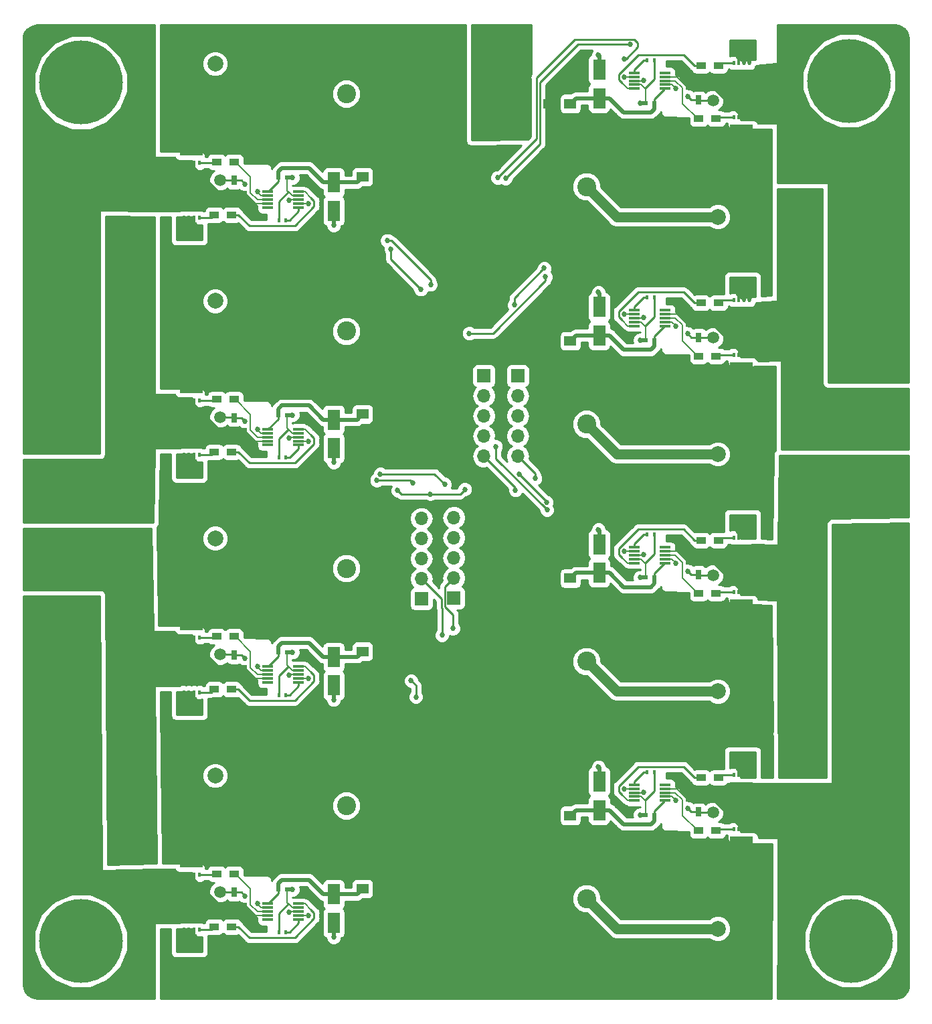
<source format=gtl>
G04 #@! TF.GenerationSoftware,KiCad,Pcbnew,5.0.0*
G04 #@! TF.CreationDate,2018-08-14T07:29:03-04:00*
G04 #@! TF.ProjectId,peripherals,7065726970686572616C732E6B696361,rev?*
G04 #@! TF.SameCoordinates,Original*
G04 #@! TF.FileFunction,Copper,L1,Top,Signal*
G04 #@! TF.FilePolarity,Positive*
%FSLAX46Y46*%
G04 Gerber Fmt 4.6, Leading zero omitted, Abs format (unit mm)*
G04 Created by KiCad (PCBNEW 5.0.0) date Tue Aug 14 07:29:03 2018*
%MOMM*%
%LPD*%
G01*
G04 APERTURE LIST*
G04 #@! TA.AperFunction,ComponentPad*
%ADD10C,10.600000*%
G04 #@! TD*
G04 #@! TA.AperFunction,ComponentPad*
%ADD11R,1.700000X1.700000*%
G04 #@! TD*
G04 #@! TA.AperFunction,ComponentPad*
%ADD12O,1.700000X1.700000*%
G04 #@! TD*
G04 #@! TA.AperFunction,SMDPad,CuDef*
%ADD13R,1.600000X2.600000*%
G04 #@! TD*
G04 #@! TA.AperFunction,SMDPad,CuDef*
%ADD14R,0.500000X0.600000*%
G04 #@! TD*
G04 #@! TA.AperFunction,SMDPad,CuDef*
%ADD15R,0.600000X0.500000*%
G04 #@! TD*
G04 #@! TA.AperFunction,SMDPad,CuDef*
%ADD16R,0.750000X1.200000*%
G04 #@! TD*
G04 #@! TA.AperFunction,ComponentPad*
%ADD17R,2.000000X2.000000*%
G04 #@! TD*
G04 #@! TA.AperFunction,ComponentPad*
%ADD18C,2.000000*%
G04 #@! TD*
G04 #@! TA.AperFunction,ComponentPad*
%ADD19R,2.400000X2.400000*%
G04 #@! TD*
G04 #@! TA.AperFunction,ComponentPad*
%ADD20C,2.400000*%
G04 #@! TD*
G04 #@! TA.AperFunction,BGAPad,CuDef*
%ADD21C,1.500000*%
G04 #@! TD*
G04 #@! TA.AperFunction,SMDPad,CuDef*
%ADD22R,0.400000X0.600000*%
G04 #@! TD*
G04 #@! TA.AperFunction,SMDPad,CuDef*
%ADD23R,1.200000X0.900000*%
G04 #@! TD*
G04 #@! TA.AperFunction,SMDPad,CuDef*
%ADD24R,1.500000X1.300000*%
G04 #@! TD*
G04 #@! TA.AperFunction,SMDPad,CuDef*
%ADD25R,6.000000X8.000000*%
G04 #@! TD*
G04 #@! TA.AperFunction,SMDPad,CuDef*
%ADD26R,8.000000X6.000000*%
G04 #@! TD*
G04 #@! TA.AperFunction,SMDPad,CuDef*
%ADD27R,1.350000X0.300000*%
G04 #@! TD*
G04 #@! TA.AperFunction,SMDPad,CuDef*
%ADD28R,3.000000X2.000000*%
G04 #@! TD*
G04 #@! TA.AperFunction,SMDPad,CuDef*
%ADD29R,0.430000X0.450000*%
G04 #@! TD*
G04 #@! TA.AperFunction,SMDPad,CuDef*
%ADD30R,0.430000X0.600000*%
G04 #@! TD*
G04 #@! TA.AperFunction,ViaPad*
%ADD31C,0.685800*%
G04 #@! TD*
G04 #@! TA.AperFunction,Conductor*
%ADD32C,0.254000*%
G04 #@! TD*
G04 #@! TA.AperFunction,Conductor*
%ADD33C,0.152400*%
G04 #@! TD*
G04 #@! TA.AperFunction,Conductor*
%ADD34C,0.508000*%
G04 #@! TD*
G04 #@! TA.AperFunction,Conductor*
%ADD35C,1.270000*%
G04 #@! TD*
G04 #@! TA.AperFunction,Conductor*
%ADD36C,0.330200*%
G04 #@! TD*
G04 APERTURE END LIST*
D10*
G04 #@! TO.P,MH104,1*
G04 #@! TO.N,N/C*
X139500000Y-164000000D03*
G04 #@! TD*
G04 #@! TO.P,MH103,1*
G04 #@! TO.N,N/C*
X139250000Y-55250000D03*
G04 #@! TD*
G04 #@! TO.P,MH101,1*
G04 #@! TO.N,N/C*
X42000000Y-164000000D03*
G04 #@! TD*
G04 #@! TO.P,MH102,1*
G04 #@! TO.N,N/C*
X42000000Y-55500000D03*
G04 #@! TD*
D11*
G04 #@! TO.P,J101,1*
G04 #@! TO.N,GND*
X85100000Y-120750000D03*
D12*
G04 #@! TO.P,J101,2*
G04 #@! TO.N,/sheet5B6E69C4/IN*
X85100000Y-118210000D03*
G04 #@! TO.P,J101,3*
G04 #@! TO.N,/sheet5B6E69C3/IN*
X85100000Y-115670000D03*
G04 #@! TO.P,J101,4*
G04 #@! TO.N,/sheet5B6E69B5/IN*
X85100000Y-113130000D03*
G04 #@! TO.P,J101,5*
G04 #@! TO.N,/Sheet5B7230C3/IN*
X85100000Y-110590000D03*
G04 #@! TD*
G04 #@! TO.P,J102,5*
G04 #@! TO.N,/sheet5B6E6A5A/IN*
X97300000Y-102710000D03*
G04 #@! TO.P,J102,4*
G04 #@! TO.N,/sheet5B6E6A5B/IN*
X97300000Y-100170000D03*
G04 #@! TO.P,J102,3*
G04 #@! TO.N,/sheet5B6E6A5C/IN*
X97300000Y-97630000D03*
G04 #@! TO.P,J102,2*
G04 #@! TO.N,/sheet5B6E6A5D/IN*
X97300000Y-95090000D03*
D11*
G04 #@! TO.P,J102,1*
G04 #@! TO.N,GND*
X97300000Y-92550000D03*
G04 #@! TD*
G04 #@! TO.P,J107,1*
G04 #@! TO.N,GND*
X89200000Y-120650000D03*
D12*
G04 #@! TO.P,J107,2*
G04 #@! TO.N,/sheet5B6E69C4/EN*
X89200000Y-118110000D03*
G04 #@! TO.P,J107,3*
G04 #@! TO.N,/sheet5B6E69C3/EN*
X89200000Y-115570000D03*
G04 #@! TO.P,J107,4*
G04 #@! TO.N,/sheet5B6E69B5/EN*
X89200000Y-113030000D03*
G04 #@! TO.P,J107,5*
G04 #@! TO.N,/Sheet5B7230C3/EN*
X89200000Y-110490000D03*
G04 #@! TD*
G04 #@! TO.P,J108,5*
G04 #@! TO.N,/sheet5B6E6A5A/EN*
X93000000Y-102710000D03*
G04 #@! TO.P,J108,4*
G04 #@! TO.N,/sheet5B6E6A5B/EN*
X93000000Y-100170000D03*
G04 #@! TO.P,J108,3*
G04 #@! TO.N,/sheet5B6E6A5C/EN*
X93000000Y-97630000D03*
G04 #@! TO.P,J108,2*
G04 #@! TO.N,/sheet5B6E6A5D/EN*
X93000000Y-95090000D03*
D11*
G04 #@! TO.P,J108,1*
G04 #@! TO.N,GND*
X93000000Y-92550000D03*
G04 #@! TD*
D13*
G04 #@! TO.P,C401,1*
G04 #@! TO.N,Net-(C401-Pad1)*
X74000000Y-128100000D03*
G04 #@! TO.P,C401,2*
G04 #@! TO.N,GND*
X74000000Y-131700000D03*
G04 #@! TD*
G04 #@! TO.P,C501,1*
G04 #@! TO.N,Net-(C501-Pad1)*
X74000000Y-158100000D03*
G04 #@! TO.P,C501,2*
G04 #@! TO.N,GND*
X74000000Y-161700000D03*
G04 #@! TD*
G04 #@! TO.P,C901,1*
G04 #@! TO.N,Net-(C901-Pad1)*
X107600000Y-57450000D03*
G04 #@! TO.P,C901,2*
G04 #@! TO.N,GND*
X107600000Y-53850000D03*
G04 #@! TD*
G04 #@! TO.P,C801,1*
G04 #@! TO.N,Net-(C801-Pad1)*
X107600000Y-87450000D03*
G04 #@! TO.P,C801,2*
G04 #@! TO.N,GND*
X107600000Y-83850000D03*
G04 #@! TD*
G04 #@! TO.P,C301,1*
G04 #@! TO.N,Net-(C301-Pad1)*
X74000000Y-98100000D03*
G04 #@! TO.P,C301,2*
G04 #@! TO.N,GND*
X74000000Y-101700000D03*
G04 #@! TD*
G04 #@! TO.P,C701,1*
G04 #@! TO.N,Net-(C701-Pad1)*
X107600000Y-117450000D03*
G04 #@! TO.P,C701,2*
G04 #@! TO.N,GND*
X107600000Y-113850000D03*
G04 #@! TD*
G04 #@! TO.P,C201,1*
G04 #@! TO.N,Net-(C201-Pad1)*
X74000000Y-68100000D03*
G04 #@! TO.P,C201,2*
G04 #@! TO.N,GND*
X74000000Y-71700000D03*
G04 #@! TD*
G04 #@! TO.P,C601,1*
G04 #@! TO.N,Net-(C601-Pad1)*
X107600000Y-147450000D03*
G04 #@! TO.P,C601,2*
G04 #@! TO.N,GND*
X107600000Y-143850000D03*
G04 #@! TD*
D14*
G04 #@! TO.P,C205,1*
G04 #@! TO.N,Net-(C205-Pad1)*
X62800000Y-68300000D03*
G04 #@! TO.P,C205,2*
G04 #@! TO.N,/Sheet5B7230C3/OUT*
X62800000Y-69400000D03*
G04 #@! TD*
D15*
G04 #@! TO.P,C202,2*
G04 #@! TO.N,GND*
X68100000Y-67500000D03*
G04 #@! TO.P,C202,1*
G04 #@! TO.N,Net-(C201-Pad1)*
X67000000Y-67500000D03*
G04 #@! TD*
D14*
G04 #@! TO.P,C305,1*
G04 #@! TO.N,Net-(C305-Pad1)*
X62800000Y-98300000D03*
G04 #@! TO.P,C305,2*
G04 #@! TO.N,/sheet5B6E69B5/OUT*
X62800000Y-99400000D03*
G04 #@! TD*
D15*
G04 #@! TO.P,C302,2*
G04 #@! TO.N,GND*
X68100000Y-97500000D03*
G04 #@! TO.P,C302,1*
G04 #@! TO.N,Net-(C301-Pad1)*
X67000000Y-97500000D03*
G04 #@! TD*
G04 #@! TO.P,C402,2*
G04 #@! TO.N,GND*
X68100000Y-127500000D03*
G04 #@! TO.P,C402,1*
G04 #@! TO.N,Net-(C401-Pad1)*
X67000000Y-127500000D03*
G04 #@! TD*
D14*
G04 #@! TO.P,C405,1*
G04 #@! TO.N,Net-(C405-Pad1)*
X62800000Y-128300000D03*
G04 #@! TO.P,C405,2*
G04 #@! TO.N,/sheet5B6E69C3/OUT*
X62800000Y-129400000D03*
G04 #@! TD*
D15*
G04 #@! TO.P,C502,2*
G04 #@! TO.N,GND*
X68100000Y-157500000D03*
G04 #@! TO.P,C502,1*
G04 #@! TO.N,Net-(C501-Pad1)*
X67000000Y-157500000D03*
G04 #@! TD*
D14*
G04 #@! TO.P,C505,1*
G04 #@! TO.N,Net-(C505-Pad1)*
X62800000Y-158300000D03*
G04 #@! TO.P,C505,2*
G04 #@! TO.N,/sheet5B6E69C4/OUT*
X62800000Y-159400000D03*
G04 #@! TD*
G04 #@! TO.P,C905,1*
G04 #@! TO.N,Net-(C905-Pad1)*
X118800000Y-57250000D03*
G04 #@! TO.P,C905,2*
G04 #@! TO.N,/sheet5B6E6A5D/OUT*
X118800000Y-56150000D03*
G04 #@! TD*
D15*
G04 #@! TO.P,C902,2*
G04 #@! TO.N,GND*
X113500000Y-58050000D03*
G04 #@! TO.P,C902,1*
G04 #@! TO.N,Net-(C901-Pad1)*
X114600000Y-58050000D03*
G04 #@! TD*
D14*
G04 #@! TO.P,C805,1*
G04 #@! TO.N,Net-(C805-Pad1)*
X118800000Y-87250000D03*
G04 #@! TO.P,C805,2*
G04 #@! TO.N,/sheet5B6E6A5C/OUT*
X118800000Y-86150000D03*
G04 #@! TD*
D15*
G04 #@! TO.P,C802,2*
G04 #@! TO.N,GND*
X113500000Y-88050000D03*
G04 #@! TO.P,C802,1*
G04 #@! TO.N,Net-(C801-Pad1)*
X114600000Y-88050000D03*
G04 #@! TD*
D14*
G04 #@! TO.P,C605,1*
G04 #@! TO.N,Net-(C605-Pad1)*
X118800000Y-147250000D03*
G04 #@! TO.P,C605,2*
G04 #@! TO.N,/sheet5B6E6A5A/OUT*
X118800000Y-146150000D03*
G04 #@! TD*
G04 #@! TO.P,C705,1*
G04 #@! TO.N,Net-(C705-Pad1)*
X118800000Y-117250000D03*
G04 #@! TO.P,C705,2*
G04 #@! TO.N,/sheet5B6E6A5B/OUT*
X118800000Y-116150000D03*
G04 #@! TD*
D15*
G04 #@! TO.P,C702,2*
G04 #@! TO.N,GND*
X113500000Y-118050000D03*
G04 #@! TO.P,C702,1*
G04 #@! TO.N,Net-(C701-Pad1)*
X114600000Y-118050000D03*
G04 #@! TD*
G04 #@! TO.P,C602,2*
G04 #@! TO.N,GND*
X113500000Y-148050000D03*
G04 #@! TO.P,C602,1*
G04 #@! TO.N,Net-(C601-Pad1)*
X114600000Y-148050000D03*
G04 #@! TD*
D16*
G04 #@! TO.P,C906,1*
G04 #@! TO.N,Net-(C905-Pad1)*
X120200000Y-57700000D03*
G04 #@! TO.P,C906,2*
G04 #@! TO.N,/sheet5B6E6A5D/OUT*
X120200000Y-55800000D03*
G04 #@! TD*
G04 #@! TO.P,C806,1*
G04 #@! TO.N,Net-(C805-Pad1)*
X120200000Y-87700000D03*
G04 #@! TO.P,C806,2*
G04 #@! TO.N,/sheet5B6E6A5C/OUT*
X120200000Y-85800000D03*
G04 #@! TD*
G04 #@! TO.P,C706,1*
G04 #@! TO.N,Net-(C705-Pad1)*
X120200000Y-117700000D03*
G04 #@! TO.P,C706,2*
G04 #@! TO.N,/sheet5B6E6A5B/OUT*
X120200000Y-115800000D03*
G04 #@! TD*
G04 #@! TO.P,C206,1*
G04 #@! TO.N,Net-(C205-Pad1)*
X61400000Y-67850000D03*
G04 #@! TO.P,C206,2*
G04 #@! TO.N,/Sheet5B7230C3/OUT*
X61400000Y-69750000D03*
G04 #@! TD*
G04 #@! TO.P,C606,1*
G04 #@! TO.N,Net-(C605-Pad1)*
X120200000Y-147700000D03*
G04 #@! TO.P,C606,2*
G04 #@! TO.N,/sheet5B6E6A5A/OUT*
X120200000Y-145800000D03*
G04 #@! TD*
G04 #@! TO.P,C506,1*
G04 #@! TO.N,Net-(C505-Pad1)*
X61400000Y-157850000D03*
G04 #@! TO.P,C506,2*
G04 #@! TO.N,/sheet5B6E69C4/OUT*
X61400000Y-159750000D03*
G04 #@! TD*
G04 #@! TO.P,C306,1*
G04 #@! TO.N,Net-(C305-Pad1)*
X61400000Y-97850000D03*
G04 #@! TO.P,C306,2*
G04 #@! TO.N,/sheet5B6E69B5/OUT*
X61400000Y-99750000D03*
G04 #@! TD*
G04 #@! TO.P,C406,1*
G04 #@! TO.N,Net-(C405-Pad1)*
X61400000Y-127850000D03*
G04 #@! TO.P,C406,2*
G04 #@! TO.N,/sheet5B6E69C3/OUT*
X61400000Y-129750000D03*
G04 #@! TD*
D17*
G04 #@! TO.P,C703,1*
G04 #@! TO.N,+BATT*
X127600000Y-132450000D03*
D18*
G04 #@! TO.P,C703,2*
G04 #@! TO.N,GND*
X122600000Y-132450000D03*
G04 #@! TD*
D17*
G04 #@! TO.P,C203,1*
G04 #@! TO.N,+BATT*
X54000000Y-53100000D03*
D18*
G04 #@! TO.P,C203,2*
G04 #@! TO.N,GND*
X59000000Y-53100000D03*
G04 #@! TD*
D17*
G04 #@! TO.P,C603,1*
G04 #@! TO.N,+BATT*
X127600000Y-162450000D03*
D18*
G04 #@! TO.P,C603,2*
G04 #@! TO.N,GND*
X122600000Y-162450000D03*
G04 #@! TD*
D17*
G04 #@! TO.P,C803,1*
G04 #@! TO.N,+BATT*
X127600000Y-102450000D03*
D18*
G04 #@! TO.P,C803,2*
G04 #@! TO.N,GND*
X122600000Y-102450000D03*
G04 #@! TD*
D17*
G04 #@! TO.P,C903,1*
G04 #@! TO.N,+BATT*
X127600000Y-72450000D03*
D18*
G04 #@! TO.P,C903,2*
G04 #@! TO.N,GND*
X122600000Y-72450000D03*
G04 #@! TD*
D17*
G04 #@! TO.P,C503,1*
G04 #@! TO.N,+BATT*
X54000000Y-143100000D03*
D18*
G04 #@! TO.P,C503,2*
G04 #@! TO.N,GND*
X59000000Y-143100000D03*
G04 #@! TD*
D17*
G04 #@! TO.P,C303,1*
G04 #@! TO.N,+BATT*
X54000000Y-83100000D03*
D18*
G04 #@! TO.P,C303,2*
G04 #@! TO.N,GND*
X59000000Y-83100000D03*
G04 #@! TD*
D17*
G04 #@! TO.P,C403,1*
G04 #@! TO.N,+BATT*
X54000000Y-113100000D03*
D18*
G04 #@! TO.P,C403,2*
G04 #@! TO.N,GND*
X59000000Y-113100000D03*
G04 #@! TD*
D19*
G04 #@! TO.P,C404,1*
G04 #@! TO.N,+BATT*
X68100000Y-116900000D03*
D20*
G04 #@! TO.P,C404,2*
G04 #@! TO.N,GND*
X75600000Y-116900000D03*
G04 #@! TD*
D19*
G04 #@! TO.P,C604,1*
G04 #@! TO.N,+BATT*
X113500000Y-158650000D03*
D20*
G04 #@! TO.P,C604,2*
G04 #@! TO.N,GND*
X106000000Y-158650000D03*
G04 #@! TD*
D19*
G04 #@! TO.P,C304,1*
G04 #@! TO.N,+BATT*
X68100000Y-86900000D03*
D20*
G04 #@! TO.P,C304,2*
G04 #@! TO.N,GND*
X75600000Y-86900000D03*
G04 #@! TD*
D19*
G04 #@! TO.P,C204,1*
G04 #@! TO.N,+BATT*
X68100000Y-56900000D03*
D20*
G04 #@! TO.P,C204,2*
G04 #@! TO.N,GND*
X75600000Y-56900000D03*
G04 #@! TD*
D19*
G04 #@! TO.P,C704,1*
G04 #@! TO.N,+BATT*
X113500000Y-128650000D03*
D20*
G04 #@! TO.P,C704,2*
G04 #@! TO.N,GND*
X106000000Y-128650000D03*
G04 #@! TD*
D19*
G04 #@! TO.P,C904,1*
G04 #@! TO.N,+BATT*
X113500000Y-68650000D03*
D20*
G04 #@! TO.P,C904,2*
G04 #@! TO.N,GND*
X106000000Y-68650000D03*
G04 #@! TD*
D19*
G04 #@! TO.P,C804,1*
G04 #@! TO.N,+BATT*
X113500000Y-98650000D03*
D20*
G04 #@! TO.P,C804,2*
G04 #@! TO.N,GND*
X106000000Y-98650000D03*
G04 #@! TD*
D19*
G04 #@! TO.P,C504,1*
G04 #@! TO.N,+BATT*
X68100000Y-146900000D03*
D20*
G04 #@! TO.P,C504,2*
G04 #@! TO.N,GND*
X75600000Y-146900000D03*
G04 #@! TD*
D21*
G04 #@! TO.P,TP302,1*
G04 #@! TO.N,/sheet5B6E69B5/OUT*
X55900000Y-97600000D03*
G04 #@! TD*
G04 #@! TO.P,TP402,1*
G04 #@! TO.N,/sheet5B6E69C3/OUT*
X55900000Y-127600000D03*
G04 #@! TD*
G04 #@! TO.P,TP401,1*
G04 #@! TO.N,Net-(C405-Pad1)*
X59600000Y-127800000D03*
G04 #@! TD*
G04 #@! TO.P,TP202,1*
G04 #@! TO.N,/Sheet5B7230C3/OUT*
X55900000Y-67600000D03*
G04 #@! TD*
G04 #@! TO.P,TP201,1*
G04 #@! TO.N,Net-(C205-Pad1)*
X59600000Y-67800000D03*
G04 #@! TD*
G04 #@! TO.P,TP101,1*
G04 #@! TO.N,GND*
X94550000Y-61150000D03*
G04 #@! TD*
G04 #@! TO.P,TP802,1*
G04 #@! TO.N,/sheet5B6E6A5C/OUT*
X125700000Y-87950000D03*
G04 #@! TD*
G04 #@! TO.P,TP501,1*
G04 #@! TO.N,Net-(C505-Pad1)*
X59600000Y-157800000D03*
G04 #@! TD*
G04 #@! TO.P,TP901,1*
G04 #@! TO.N,Net-(C905-Pad1)*
X122000000Y-57750000D03*
G04 #@! TD*
G04 #@! TO.P,TP801,1*
G04 #@! TO.N,Net-(C805-Pad1)*
X122000000Y-87750000D03*
G04 #@! TD*
G04 #@! TO.P,TP702,1*
G04 #@! TO.N,/sheet5B6E6A5B/OUT*
X125700000Y-117950000D03*
G04 #@! TD*
G04 #@! TO.P,TP902,1*
G04 #@! TO.N,/sheet5B6E6A5D/OUT*
X125700000Y-57950000D03*
G04 #@! TD*
G04 #@! TO.P,TP502,1*
G04 #@! TO.N,/sheet5B6E69C4/OUT*
X55900000Y-157600000D03*
G04 #@! TD*
G04 #@! TO.P,TP601,1*
G04 #@! TO.N,Net-(C605-Pad1)*
X122000000Y-147750000D03*
G04 #@! TD*
G04 #@! TO.P,TP701,1*
G04 #@! TO.N,Net-(C705-Pad1)*
X122000000Y-117750000D03*
G04 #@! TD*
G04 #@! TO.P,TP602,1*
G04 #@! TO.N,/sheet5B6E6A5A/OUT*
X125700000Y-147950000D03*
G04 #@! TD*
G04 #@! TO.P,TP301,1*
G04 #@! TO.N,Net-(C305-Pad1)*
X59600000Y-97800000D03*
G04 #@! TD*
D22*
G04 #@! TO.P,R202,2*
G04 #@! TO.N,GND*
X67050000Y-72900000D03*
G04 #@! TO.P,R202,1*
G04 #@! TO.N,Net-(R202-Pad1)*
X67950000Y-72900000D03*
G04 #@! TD*
G04 #@! TO.P,R302,2*
G04 #@! TO.N,GND*
X67050000Y-102900000D03*
G04 #@! TO.P,R302,1*
G04 #@! TO.N,Net-(R302-Pad1)*
X67950000Y-102900000D03*
G04 #@! TD*
G04 #@! TO.P,R402,2*
G04 #@! TO.N,GND*
X67050000Y-132900000D03*
G04 #@! TO.P,R402,1*
G04 #@! TO.N,Net-(R402-Pad1)*
X67950000Y-132900000D03*
G04 #@! TD*
G04 #@! TO.P,R502,2*
G04 #@! TO.N,GND*
X67050000Y-162900000D03*
G04 #@! TO.P,R502,1*
G04 #@! TO.N,Net-(R502-Pad1)*
X67950000Y-162900000D03*
G04 #@! TD*
G04 #@! TO.P,R702,2*
G04 #@! TO.N,GND*
X114550000Y-112650000D03*
G04 #@! TO.P,R702,1*
G04 #@! TO.N,Net-(R702-Pad1)*
X113650000Y-112650000D03*
G04 #@! TD*
G04 #@! TO.P,R802,2*
G04 #@! TO.N,GND*
X114550000Y-82650000D03*
G04 #@! TO.P,R802,1*
G04 #@! TO.N,Net-(R802-Pad1)*
X113650000Y-82650000D03*
G04 #@! TD*
G04 #@! TO.P,R902,2*
G04 #@! TO.N,GND*
X114550000Y-52650000D03*
G04 #@! TO.P,R902,1*
G04 #@! TO.N,Net-(R902-Pad1)*
X113650000Y-52650000D03*
G04 #@! TD*
G04 #@! TO.P,R602,2*
G04 #@! TO.N,GND*
X114550000Y-142650000D03*
G04 #@! TO.P,R602,1*
G04 #@! TO.N,Net-(R602-Pad1)*
X113650000Y-142650000D03*
G04 #@! TD*
D23*
G04 #@! TO.P,R801,2*
G04 #@! TO.N,Net-(R801-Pad2)*
X120200000Y-90050000D03*
G04 #@! TO.P,R801,1*
G04 #@! TO.N,Net-(Q801-Pad4)*
X122400000Y-90050000D03*
G04 #@! TD*
G04 #@! TO.P,R201,2*
G04 #@! TO.N,Net-(R201-Pad2)*
X61400000Y-65500000D03*
G04 #@! TO.P,R201,1*
G04 #@! TO.N,Net-(Q201-Pad4)*
X59200000Y-65500000D03*
G04 #@! TD*
G04 #@! TO.P,R601,2*
G04 #@! TO.N,Net-(R601-Pad2)*
X120200000Y-150050000D03*
G04 #@! TO.P,R601,1*
G04 #@! TO.N,Net-(Q601-Pad4)*
X122400000Y-150050000D03*
G04 #@! TD*
G04 #@! TO.P,R203,2*
G04 #@! TO.N,Net-(Q202-Pad4)*
X58900000Y-72200000D03*
G04 #@! TO.P,R203,1*
G04 #@! TO.N,Net-(R203-Pad1)*
X61100000Y-72200000D03*
G04 #@! TD*
G04 #@! TO.P,R903,2*
G04 #@! TO.N,Net-(Q902-Pad4)*
X122700000Y-53350000D03*
G04 #@! TO.P,R903,1*
G04 #@! TO.N,Net-(R903-Pad1)*
X120500000Y-53350000D03*
G04 #@! TD*
G04 #@! TO.P,R301,2*
G04 #@! TO.N,Net-(R301-Pad2)*
X61400000Y-95500000D03*
G04 #@! TO.P,R301,1*
G04 #@! TO.N,Net-(Q301-Pad4)*
X59200000Y-95500000D03*
G04 #@! TD*
G04 #@! TO.P,R901,2*
G04 #@! TO.N,Net-(R901-Pad2)*
X120200000Y-60050000D03*
G04 #@! TO.P,R901,1*
G04 #@! TO.N,Net-(Q901-Pad4)*
X122400000Y-60050000D03*
G04 #@! TD*
G04 #@! TO.P,R803,2*
G04 #@! TO.N,Net-(Q802-Pad4)*
X122700000Y-83350000D03*
G04 #@! TO.P,R803,1*
G04 #@! TO.N,Net-(R803-Pad1)*
X120500000Y-83350000D03*
G04 #@! TD*
G04 #@! TO.P,R703,2*
G04 #@! TO.N,Net-(Q702-Pad4)*
X122700000Y-113350000D03*
G04 #@! TO.P,R703,1*
G04 #@! TO.N,Net-(R703-Pad1)*
X120500000Y-113350000D03*
G04 #@! TD*
G04 #@! TO.P,R303,2*
G04 #@! TO.N,Net-(Q302-Pad4)*
X58900000Y-102200000D03*
G04 #@! TO.P,R303,1*
G04 #@! TO.N,Net-(R303-Pad1)*
X61100000Y-102200000D03*
G04 #@! TD*
G04 #@! TO.P,R401,2*
G04 #@! TO.N,Net-(R401-Pad2)*
X61400000Y-125500000D03*
G04 #@! TO.P,R401,1*
G04 #@! TO.N,Net-(Q401-Pad4)*
X59200000Y-125500000D03*
G04 #@! TD*
G04 #@! TO.P,R403,2*
G04 #@! TO.N,Net-(Q402-Pad4)*
X58900000Y-132200000D03*
G04 #@! TO.P,R403,1*
G04 #@! TO.N,Net-(R403-Pad1)*
X61100000Y-132200000D03*
G04 #@! TD*
G04 #@! TO.P,R501,2*
G04 #@! TO.N,Net-(R501-Pad2)*
X61400000Y-155500000D03*
G04 #@! TO.P,R501,1*
G04 #@! TO.N,Net-(Q501-Pad4)*
X59200000Y-155500000D03*
G04 #@! TD*
G04 #@! TO.P,R701,2*
G04 #@! TO.N,Net-(R701-Pad2)*
X120200000Y-120050000D03*
G04 #@! TO.P,R701,1*
G04 #@! TO.N,Net-(Q701-Pad4)*
X122400000Y-120050000D03*
G04 #@! TD*
G04 #@! TO.P,R603,2*
G04 #@! TO.N,Net-(Q602-Pad4)*
X122700000Y-143350000D03*
G04 #@! TO.P,R603,1*
G04 #@! TO.N,Net-(R603-Pad1)*
X120500000Y-143350000D03*
G04 #@! TD*
G04 #@! TO.P,R503,2*
G04 #@! TO.N,Net-(Q502-Pad4)*
X58900000Y-162200000D03*
G04 #@! TO.P,R503,1*
G04 #@! TO.N,Net-(R503-Pad1)*
X61100000Y-162200000D03*
G04 #@! TD*
D24*
G04 #@! TO.P,L301,1*
G04 #@! TO.N,Net-(C301-Pad1)*
X77650000Y-97400000D03*
G04 #@! TO.P,L301,2*
G04 #@! TO.N,+BATT*
X80350000Y-97400000D03*
G04 #@! TD*
G04 #@! TO.P,L201,1*
G04 #@! TO.N,Net-(C201-Pad1)*
X77650000Y-67400000D03*
G04 #@! TO.P,L201,2*
G04 #@! TO.N,+BATT*
X80350000Y-67400000D03*
G04 #@! TD*
G04 #@! TO.P,L401,1*
G04 #@! TO.N,Net-(C401-Pad1)*
X77650000Y-127400000D03*
G04 #@! TO.P,L401,2*
G04 #@! TO.N,+BATT*
X80350000Y-127400000D03*
G04 #@! TD*
G04 #@! TO.P,L501,1*
G04 #@! TO.N,Net-(C501-Pad1)*
X77650000Y-157400000D03*
G04 #@! TO.P,L501,2*
G04 #@! TO.N,+BATT*
X80350000Y-157400000D03*
G04 #@! TD*
G04 #@! TO.P,L701,1*
G04 #@! TO.N,Net-(C701-Pad1)*
X103950000Y-118150000D03*
G04 #@! TO.P,L701,2*
G04 #@! TO.N,+BATT*
X101250000Y-118150000D03*
G04 #@! TD*
G04 #@! TO.P,L801,1*
G04 #@! TO.N,Net-(C801-Pad1)*
X103950000Y-88150000D03*
G04 #@! TO.P,L801,2*
G04 #@! TO.N,+BATT*
X101250000Y-88150000D03*
G04 #@! TD*
G04 #@! TO.P,L901,1*
G04 #@! TO.N,Net-(C901-Pad1)*
X103950000Y-58150000D03*
G04 #@! TO.P,L901,2*
G04 #@! TO.N,+BATT*
X101250000Y-58150000D03*
G04 #@! TD*
G04 #@! TO.P,L601,1*
G04 #@! TO.N,Net-(C601-Pad1)*
X103950000Y-148150000D03*
G04 #@! TO.P,L601,2*
G04 #@! TO.N,+BATT*
X101250000Y-148150000D03*
G04 #@! TD*
D25*
G04 #@! TO.P,BT101,1*
G04 #@! TO.N,+BATT*
X87150000Y-52450000D03*
G04 #@! TO.P,BT101,2*
G04 #@! TO.N,GND*
X95150000Y-52450000D03*
G04 #@! TD*
D26*
G04 #@! TO.P,J103,4*
G04 #@! TO.N,/sheet5B6E6A5D/OUT*
X141400000Y-90500000D03*
G04 #@! TO.P,J103,2*
G04 #@! TO.N,/sheet5B6E6A5B/OUT*
X141400000Y-106500000D03*
G04 #@! TO.P,J103,1*
G04 #@! TO.N,/sheet5B6E6A5A/OUT*
X141400000Y-114500000D03*
G04 #@! TO.P,J103,3*
G04 #@! TO.N,/sheet5B6E6A5C/OUT*
X141400000Y-98500000D03*
G04 #@! TD*
G04 #@! TO.P,J104,3*
G04 #@! TO.N,/sheet5B6E69C3/OUT*
X40300000Y-115400000D03*
G04 #@! TO.P,J104,1*
G04 #@! TO.N,/Sheet5B7230C3/OUT*
X40300000Y-99400000D03*
G04 #@! TO.P,J104,2*
G04 #@! TO.N,/sheet5B6E69B5/OUT*
X40300000Y-107400000D03*
G04 #@! TO.P,J104,4*
G04 #@! TO.N,/sheet5B6E69C4/OUT*
X40300000Y-123400000D03*
G04 #@! TD*
D27*
G04 #@! TO.P,U501,1*
G04 #@! TO.N,Net-(C501-Pad1)*
X65625000Y-159300000D03*
G04 #@! TO.P,U501,2*
G04 #@! TO.N,Net-(C505-Pad1)*
X65625000Y-159800000D03*
G04 #@! TO.P,U501,3*
G04 #@! TO.N,Net-(R501-Pad2)*
X65625000Y-160300000D03*
G04 #@! TO.P,U501,4*
G04 #@! TO.N,/sheet5B6E69C4/OUT*
X65625000Y-160800000D03*
G04 #@! TO.P,U501,5*
G04 #@! TO.N,Net-(U501-Pad5)*
X65625000Y-161300000D03*
G04 #@! TO.P,U501,6*
G04 #@! TO.N,Net-(R502-Pad1)*
X69575000Y-161300000D03*
G04 #@! TO.P,U501,7*
G04 #@! TO.N,/sheet5B6E69C4/EN*
X69575000Y-160800000D03*
G04 #@! TO.P,U501,8*
G04 #@! TO.N,/sheet5B6E69C4/IN*
X69575000Y-160300000D03*
G04 #@! TO.P,U501,9*
G04 #@! TO.N,GND*
X69575000Y-159800000D03*
G04 #@! TO.P,U501,10*
G04 #@! TO.N,Net-(R503-Pad1)*
X69575000Y-159300000D03*
G04 #@! TD*
G04 #@! TO.P,U201,1*
G04 #@! TO.N,Net-(C201-Pad1)*
X65625000Y-69300000D03*
G04 #@! TO.P,U201,2*
G04 #@! TO.N,Net-(C205-Pad1)*
X65625000Y-69800000D03*
G04 #@! TO.P,U201,3*
G04 #@! TO.N,Net-(R201-Pad2)*
X65625000Y-70300000D03*
G04 #@! TO.P,U201,4*
G04 #@! TO.N,/Sheet5B7230C3/OUT*
X65625000Y-70800000D03*
G04 #@! TO.P,U201,5*
G04 #@! TO.N,Net-(U201-Pad5)*
X65625000Y-71300000D03*
G04 #@! TO.P,U201,6*
G04 #@! TO.N,Net-(R202-Pad1)*
X69575000Y-71300000D03*
G04 #@! TO.P,U201,7*
G04 #@! TO.N,/Sheet5B7230C3/EN*
X69575000Y-70800000D03*
G04 #@! TO.P,U201,8*
G04 #@! TO.N,/Sheet5B7230C3/IN*
X69575000Y-70300000D03*
G04 #@! TO.P,U201,9*
G04 #@! TO.N,GND*
X69575000Y-69800000D03*
G04 #@! TO.P,U201,10*
G04 #@! TO.N,Net-(R203-Pad1)*
X69575000Y-69300000D03*
G04 #@! TD*
G04 #@! TO.P,U901,1*
G04 #@! TO.N,Net-(C901-Pad1)*
X115975000Y-56250000D03*
G04 #@! TO.P,U901,2*
G04 #@! TO.N,Net-(C905-Pad1)*
X115975000Y-55750000D03*
G04 #@! TO.P,U901,3*
G04 #@! TO.N,Net-(R901-Pad2)*
X115975000Y-55250000D03*
G04 #@! TO.P,U901,4*
G04 #@! TO.N,/sheet5B6E6A5D/OUT*
X115975000Y-54750000D03*
G04 #@! TO.P,U901,5*
G04 #@! TO.N,Net-(U901-Pad5)*
X115975000Y-54250000D03*
G04 #@! TO.P,U901,6*
G04 #@! TO.N,Net-(R902-Pad1)*
X112025000Y-54250000D03*
G04 #@! TO.P,U901,7*
G04 #@! TO.N,/sheet5B6E6A5D/EN*
X112025000Y-54750000D03*
G04 #@! TO.P,U901,8*
G04 #@! TO.N,/sheet5B6E6A5D/IN*
X112025000Y-55250000D03*
G04 #@! TO.P,U901,9*
G04 #@! TO.N,GND*
X112025000Y-55750000D03*
G04 #@! TO.P,U901,10*
G04 #@! TO.N,Net-(R903-Pad1)*
X112025000Y-56250000D03*
G04 #@! TD*
G04 #@! TO.P,U401,1*
G04 #@! TO.N,Net-(C401-Pad1)*
X65625000Y-129300000D03*
G04 #@! TO.P,U401,2*
G04 #@! TO.N,Net-(C405-Pad1)*
X65625000Y-129800000D03*
G04 #@! TO.P,U401,3*
G04 #@! TO.N,Net-(R401-Pad2)*
X65625000Y-130300000D03*
G04 #@! TO.P,U401,4*
G04 #@! TO.N,/sheet5B6E69C3/OUT*
X65625000Y-130800000D03*
G04 #@! TO.P,U401,5*
G04 #@! TO.N,Net-(U401-Pad5)*
X65625000Y-131300000D03*
G04 #@! TO.P,U401,6*
G04 #@! TO.N,Net-(R402-Pad1)*
X69575000Y-131300000D03*
G04 #@! TO.P,U401,7*
G04 #@! TO.N,/sheet5B6E69C3/EN*
X69575000Y-130800000D03*
G04 #@! TO.P,U401,8*
G04 #@! TO.N,/sheet5B6E69C3/IN*
X69575000Y-130300000D03*
G04 #@! TO.P,U401,9*
G04 #@! TO.N,GND*
X69575000Y-129800000D03*
G04 #@! TO.P,U401,10*
G04 #@! TO.N,Net-(R403-Pad1)*
X69575000Y-129300000D03*
G04 #@! TD*
G04 #@! TO.P,U601,1*
G04 #@! TO.N,Net-(C601-Pad1)*
X115975000Y-146250000D03*
G04 #@! TO.P,U601,2*
G04 #@! TO.N,Net-(C605-Pad1)*
X115975000Y-145750000D03*
G04 #@! TO.P,U601,3*
G04 #@! TO.N,Net-(R601-Pad2)*
X115975000Y-145250000D03*
G04 #@! TO.P,U601,4*
G04 #@! TO.N,/sheet5B6E6A5A/OUT*
X115975000Y-144750000D03*
G04 #@! TO.P,U601,5*
G04 #@! TO.N,Net-(U601-Pad5)*
X115975000Y-144250000D03*
G04 #@! TO.P,U601,6*
G04 #@! TO.N,Net-(R602-Pad1)*
X112025000Y-144250000D03*
G04 #@! TO.P,U601,7*
G04 #@! TO.N,/sheet5B6E6A5A/EN*
X112025000Y-144750000D03*
G04 #@! TO.P,U601,8*
G04 #@! TO.N,/sheet5B6E6A5A/IN*
X112025000Y-145250000D03*
G04 #@! TO.P,U601,9*
G04 #@! TO.N,GND*
X112025000Y-145750000D03*
G04 #@! TO.P,U601,10*
G04 #@! TO.N,Net-(R603-Pad1)*
X112025000Y-146250000D03*
G04 #@! TD*
G04 #@! TO.P,U701,1*
G04 #@! TO.N,Net-(C701-Pad1)*
X115975000Y-116250000D03*
G04 #@! TO.P,U701,2*
G04 #@! TO.N,Net-(C705-Pad1)*
X115975000Y-115750000D03*
G04 #@! TO.P,U701,3*
G04 #@! TO.N,Net-(R701-Pad2)*
X115975000Y-115250000D03*
G04 #@! TO.P,U701,4*
G04 #@! TO.N,/sheet5B6E6A5B/OUT*
X115975000Y-114750000D03*
G04 #@! TO.P,U701,5*
G04 #@! TO.N,Net-(U701-Pad5)*
X115975000Y-114250000D03*
G04 #@! TO.P,U701,6*
G04 #@! TO.N,Net-(R702-Pad1)*
X112025000Y-114250000D03*
G04 #@! TO.P,U701,7*
G04 #@! TO.N,/sheet5B6E6A5B/EN*
X112025000Y-114750000D03*
G04 #@! TO.P,U701,8*
G04 #@! TO.N,/sheet5B6E6A5B/IN*
X112025000Y-115250000D03*
G04 #@! TO.P,U701,9*
G04 #@! TO.N,GND*
X112025000Y-115750000D03*
G04 #@! TO.P,U701,10*
G04 #@! TO.N,Net-(R703-Pad1)*
X112025000Y-116250000D03*
G04 #@! TD*
G04 #@! TO.P,U801,1*
G04 #@! TO.N,Net-(C801-Pad1)*
X115975000Y-86250000D03*
G04 #@! TO.P,U801,2*
G04 #@! TO.N,Net-(C805-Pad1)*
X115975000Y-85750000D03*
G04 #@! TO.P,U801,3*
G04 #@! TO.N,Net-(R801-Pad2)*
X115975000Y-85250000D03*
G04 #@! TO.P,U801,4*
G04 #@! TO.N,/sheet5B6E6A5C/OUT*
X115975000Y-84750000D03*
G04 #@! TO.P,U801,5*
G04 #@! TO.N,Net-(U801-Pad5)*
X115975000Y-84250000D03*
G04 #@! TO.P,U801,6*
G04 #@! TO.N,Net-(R802-Pad1)*
X112025000Y-84250000D03*
G04 #@! TO.P,U801,7*
G04 #@! TO.N,/sheet5B6E6A5C/EN*
X112025000Y-84750000D03*
G04 #@! TO.P,U801,8*
G04 #@! TO.N,/sheet5B6E6A5C/IN*
X112025000Y-85250000D03*
G04 #@! TO.P,U801,9*
G04 #@! TO.N,GND*
X112025000Y-85750000D03*
G04 #@! TO.P,U801,10*
G04 #@! TO.N,Net-(R803-Pad1)*
X112025000Y-86250000D03*
G04 #@! TD*
G04 #@! TO.P,U301,1*
G04 #@! TO.N,Net-(C301-Pad1)*
X65625000Y-99300000D03*
G04 #@! TO.P,U301,2*
G04 #@! TO.N,Net-(C305-Pad1)*
X65625000Y-99800000D03*
G04 #@! TO.P,U301,3*
G04 #@! TO.N,Net-(R301-Pad2)*
X65625000Y-100300000D03*
G04 #@! TO.P,U301,4*
G04 #@! TO.N,/sheet5B6E69B5/OUT*
X65625000Y-100800000D03*
G04 #@! TO.P,U301,5*
G04 #@! TO.N,Net-(U301-Pad5)*
X65625000Y-101300000D03*
G04 #@! TO.P,U301,6*
G04 #@! TO.N,Net-(R302-Pad1)*
X69575000Y-101300000D03*
G04 #@! TO.P,U301,7*
G04 #@! TO.N,/sheet5B6E69B5/EN*
X69575000Y-100800000D03*
G04 #@! TO.P,U301,8*
G04 #@! TO.N,/sheet5B6E69B5/IN*
X69575000Y-100300000D03*
G04 #@! TO.P,U301,9*
G04 #@! TO.N,GND*
X69575000Y-99800000D03*
G04 #@! TO.P,U301,10*
G04 #@! TO.N,Net-(R303-Pad1)*
X69575000Y-99300000D03*
G04 #@! TD*
D28*
G04 #@! TO.P,Q202,8*
G04 #@! TO.N,/Sheet5B7230C3/OUT*
X56000000Y-70600000D03*
D29*
X55025000Y-69375000D03*
G04 #@! TO.P,Q202,7*
X55675000Y-69375000D03*
G04 #@! TO.P,Q202,6*
X56325000Y-69375000D03*
G04 #@! TO.P,Q202,5*
X56975000Y-69375000D03*
D30*
G04 #@! TO.P,Q202,4*
G04 #@! TO.N,Net-(Q202-Pad4)*
X56975000Y-72550000D03*
G04 #@! TO.P,Q202,3*
G04 #@! TO.N,GND*
X56325000Y-72550000D03*
G04 #@! TO.P,Q202,2*
X55675000Y-72550000D03*
G04 #@! TO.P,Q202,1*
X55025000Y-72550000D03*
G04 #@! TD*
G04 #@! TO.P,Q301,1*
G04 #@! TO.N,/sheet5B6E69B5/OUT*
X55025000Y-95650000D03*
G04 #@! TO.P,Q301,2*
X55675000Y-95650000D03*
G04 #@! TO.P,Q301,3*
X56325000Y-95650000D03*
G04 #@! TO.P,Q301,4*
G04 #@! TO.N,Net-(Q301-Pad4)*
X56975000Y-95650000D03*
D29*
G04 #@! TO.P,Q301,5*
G04 #@! TO.N,+BATT*
X56975000Y-92475000D03*
G04 #@! TO.P,Q301,6*
X56325000Y-92475000D03*
G04 #@! TO.P,Q301,7*
X55675000Y-92475000D03*
G04 #@! TO.P,Q301,8*
X55025000Y-92475000D03*
D28*
X56000000Y-93700000D03*
G04 #@! TD*
G04 #@! TO.P,Q302,8*
G04 #@! TO.N,/sheet5B6E69B5/OUT*
X56000000Y-100600000D03*
D29*
X55025000Y-99375000D03*
G04 #@! TO.P,Q302,7*
X55675000Y-99375000D03*
G04 #@! TO.P,Q302,6*
X56325000Y-99375000D03*
G04 #@! TO.P,Q302,5*
X56975000Y-99375000D03*
D30*
G04 #@! TO.P,Q302,4*
G04 #@! TO.N,Net-(Q302-Pad4)*
X56975000Y-102550000D03*
G04 #@! TO.P,Q302,3*
G04 #@! TO.N,GND*
X56325000Y-102550000D03*
G04 #@! TO.P,Q302,2*
X55675000Y-102550000D03*
G04 #@! TO.P,Q302,1*
X55025000Y-102550000D03*
G04 #@! TD*
G04 #@! TO.P,Q401,1*
G04 #@! TO.N,/sheet5B6E69C3/OUT*
X55025000Y-125650000D03*
G04 #@! TO.P,Q401,2*
X55675000Y-125650000D03*
G04 #@! TO.P,Q401,3*
X56325000Y-125650000D03*
G04 #@! TO.P,Q401,4*
G04 #@! TO.N,Net-(Q401-Pad4)*
X56975000Y-125650000D03*
D29*
G04 #@! TO.P,Q401,5*
G04 #@! TO.N,+BATT*
X56975000Y-122475000D03*
G04 #@! TO.P,Q401,6*
X56325000Y-122475000D03*
G04 #@! TO.P,Q401,7*
X55675000Y-122475000D03*
G04 #@! TO.P,Q401,8*
X55025000Y-122475000D03*
D28*
X56000000Y-123700000D03*
G04 #@! TD*
G04 #@! TO.P,Q402,8*
G04 #@! TO.N,/sheet5B6E69C3/OUT*
X56000000Y-130600000D03*
D29*
X55025000Y-129375000D03*
G04 #@! TO.P,Q402,7*
X55675000Y-129375000D03*
G04 #@! TO.P,Q402,6*
X56325000Y-129375000D03*
G04 #@! TO.P,Q402,5*
X56975000Y-129375000D03*
D30*
G04 #@! TO.P,Q402,4*
G04 #@! TO.N,Net-(Q402-Pad4)*
X56975000Y-132550000D03*
G04 #@! TO.P,Q402,3*
G04 #@! TO.N,GND*
X56325000Y-132550000D03*
G04 #@! TO.P,Q402,2*
X55675000Y-132550000D03*
G04 #@! TO.P,Q402,1*
X55025000Y-132550000D03*
G04 #@! TD*
G04 #@! TO.P,Q501,1*
G04 #@! TO.N,/sheet5B6E69C4/OUT*
X55025000Y-155650000D03*
G04 #@! TO.P,Q501,2*
X55675000Y-155650000D03*
G04 #@! TO.P,Q501,3*
X56325000Y-155650000D03*
G04 #@! TO.P,Q501,4*
G04 #@! TO.N,Net-(Q501-Pad4)*
X56975000Y-155650000D03*
D29*
G04 #@! TO.P,Q501,5*
G04 #@! TO.N,+BATT*
X56975000Y-152475000D03*
G04 #@! TO.P,Q501,6*
X56325000Y-152475000D03*
G04 #@! TO.P,Q501,7*
X55675000Y-152475000D03*
G04 #@! TO.P,Q501,8*
X55025000Y-152475000D03*
D28*
X56000000Y-153700000D03*
G04 #@! TD*
G04 #@! TO.P,Q502,8*
G04 #@! TO.N,/sheet5B6E69C4/OUT*
X56000000Y-160600000D03*
D29*
X55025000Y-159375000D03*
G04 #@! TO.P,Q502,7*
X55675000Y-159375000D03*
G04 #@! TO.P,Q502,6*
X56325000Y-159375000D03*
G04 #@! TO.P,Q502,5*
X56975000Y-159375000D03*
D30*
G04 #@! TO.P,Q502,4*
G04 #@! TO.N,Net-(Q502-Pad4)*
X56975000Y-162550000D03*
G04 #@! TO.P,Q502,3*
G04 #@! TO.N,GND*
X56325000Y-162550000D03*
G04 #@! TO.P,Q502,2*
X55675000Y-162550000D03*
G04 #@! TO.P,Q502,1*
X55025000Y-162550000D03*
G04 #@! TD*
G04 #@! TO.P,Q601,1*
G04 #@! TO.N,/sheet5B6E6A5A/OUT*
X126575000Y-149900000D03*
G04 #@! TO.P,Q601,2*
X125925000Y-149900000D03*
G04 #@! TO.P,Q601,3*
X125275000Y-149900000D03*
G04 #@! TO.P,Q601,4*
G04 #@! TO.N,Net-(Q601-Pad4)*
X124625000Y-149900000D03*
D29*
G04 #@! TO.P,Q601,5*
G04 #@! TO.N,+BATT*
X124625000Y-153075000D03*
G04 #@! TO.P,Q601,6*
X125275000Y-153075000D03*
G04 #@! TO.P,Q601,7*
X125925000Y-153075000D03*
G04 #@! TO.P,Q601,8*
X126575000Y-153075000D03*
D28*
X125600000Y-151850000D03*
G04 #@! TD*
G04 #@! TO.P,Q602,8*
G04 #@! TO.N,/sheet5B6E6A5A/OUT*
X125600000Y-144950000D03*
D29*
X126575000Y-146175000D03*
G04 #@! TO.P,Q602,7*
X125925000Y-146175000D03*
G04 #@! TO.P,Q602,6*
X125275000Y-146175000D03*
G04 #@! TO.P,Q602,5*
X124625000Y-146175000D03*
D30*
G04 #@! TO.P,Q602,4*
G04 #@! TO.N,Net-(Q602-Pad4)*
X124625000Y-143000000D03*
G04 #@! TO.P,Q602,3*
G04 #@! TO.N,GND*
X125275000Y-143000000D03*
G04 #@! TO.P,Q602,2*
X125925000Y-143000000D03*
G04 #@! TO.P,Q602,1*
X126575000Y-143000000D03*
G04 #@! TD*
G04 #@! TO.P,Q701,1*
G04 #@! TO.N,/sheet5B6E6A5B/OUT*
X126575000Y-119900000D03*
G04 #@! TO.P,Q701,2*
X125925000Y-119900000D03*
G04 #@! TO.P,Q701,3*
X125275000Y-119900000D03*
G04 #@! TO.P,Q701,4*
G04 #@! TO.N,Net-(Q701-Pad4)*
X124625000Y-119900000D03*
D29*
G04 #@! TO.P,Q701,5*
G04 #@! TO.N,+BATT*
X124625000Y-123075000D03*
G04 #@! TO.P,Q701,6*
X125275000Y-123075000D03*
G04 #@! TO.P,Q701,7*
X125925000Y-123075000D03*
G04 #@! TO.P,Q701,8*
X126575000Y-123075000D03*
D28*
X125600000Y-121850000D03*
G04 #@! TD*
D30*
G04 #@! TO.P,Q801,1*
G04 #@! TO.N,/sheet5B6E6A5C/OUT*
X126575000Y-89900000D03*
G04 #@! TO.P,Q801,2*
X125925000Y-89900000D03*
G04 #@! TO.P,Q801,3*
X125275000Y-89900000D03*
G04 #@! TO.P,Q801,4*
G04 #@! TO.N,Net-(Q801-Pad4)*
X124625000Y-89900000D03*
D29*
G04 #@! TO.P,Q801,5*
G04 #@! TO.N,+BATT*
X124625000Y-93075000D03*
G04 #@! TO.P,Q801,6*
X125275000Y-93075000D03*
G04 #@! TO.P,Q801,7*
X125925000Y-93075000D03*
G04 #@! TO.P,Q801,8*
X126575000Y-93075000D03*
D28*
X125600000Y-91850000D03*
G04 #@! TD*
G04 #@! TO.P,Q802,8*
G04 #@! TO.N,/sheet5B6E6A5C/OUT*
X125600000Y-84950000D03*
D29*
X126575000Y-86175000D03*
G04 #@! TO.P,Q802,7*
X125925000Y-86175000D03*
G04 #@! TO.P,Q802,6*
X125275000Y-86175000D03*
G04 #@! TO.P,Q802,5*
X124625000Y-86175000D03*
D30*
G04 #@! TO.P,Q802,4*
G04 #@! TO.N,Net-(Q802-Pad4)*
X124625000Y-83000000D03*
G04 #@! TO.P,Q802,3*
G04 #@! TO.N,GND*
X125275000Y-83000000D03*
G04 #@! TO.P,Q802,2*
X125925000Y-83000000D03*
G04 #@! TO.P,Q802,1*
X126575000Y-83000000D03*
G04 #@! TD*
G04 #@! TO.P,Q901,1*
G04 #@! TO.N,/sheet5B6E6A5D/OUT*
X126575000Y-59900000D03*
G04 #@! TO.P,Q901,2*
X125925000Y-59900000D03*
G04 #@! TO.P,Q901,3*
X125275000Y-59900000D03*
G04 #@! TO.P,Q901,4*
G04 #@! TO.N,Net-(Q901-Pad4)*
X124625000Y-59900000D03*
D29*
G04 #@! TO.P,Q901,5*
G04 #@! TO.N,+BATT*
X124625000Y-63075000D03*
G04 #@! TO.P,Q901,6*
X125275000Y-63075000D03*
G04 #@! TO.P,Q901,7*
X125925000Y-63075000D03*
G04 #@! TO.P,Q901,8*
X126575000Y-63075000D03*
D28*
X125600000Y-61850000D03*
G04 #@! TD*
G04 #@! TO.P,Q902,8*
G04 #@! TO.N,/sheet5B6E6A5D/OUT*
X125600000Y-54950000D03*
D29*
X126575000Y-56175000D03*
G04 #@! TO.P,Q902,7*
X125925000Y-56175000D03*
G04 #@! TO.P,Q902,6*
X125275000Y-56175000D03*
G04 #@! TO.P,Q902,5*
X124625000Y-56175000D03*
D30*
G04 #@! TO.P,Q902,4*
G04 #@! TO.N,Net-(Q902-Pad4)*
X124625000Y-53000000D03*
G04 #@! TO.P,Q902,3*
G04 #@! TO.N,GND*
X125275000Y-53000000D03*
G04 #@! TO.P,Q902,2*
X125925000Y-53000000D03*
G04 #@! TO.P,Q902,1*
X126575000Y-53000000D03*
G04 #@! TD*
D28*
G04 #@! TO.P,Q702,8*
G04 #@! TO.N,/sheet5B6E6A5B/OUT*
X125600000Y-114950000D03*
D29*
X126575000Y-116175000D03*
G04 #@! TO.P,Q702,7*
X125925000Y-116175000D03*
G04 #@! TO.P,Q702,6*
X125275000Y-116175000D03*
G04 #@! TO.P,Q702,5*
X124625000Y-116175000D03*
D30*
G04 #@! TO.P,Q702,4*
G04 #@! TO.N,Net-(Q702-Pad4)*
X124625000Y-113000000D03*
G04 #@! TO.P,Q702,3*
G04 #@! TO.N,GND*
X125275000Y-113000000D03*
G04 #@! TO.P,Q702,2*
X125925000Y-113000000D03*
G04 #@! TO.P,Q702,1*
X126575000Y-113000000D03*
G04 #@! TD*
G04 #@! TO.P,Q201,1*
G04 #@! TO.N,/Sheet5B7230C3/OUT*
X55025000Y-65650000D03*
G04 #@! TO.P,Q201,2*
X55675000Y-65650000D03*
G04 #@! TO.P,Q201,3*
X56325000Y-65650000D03*
G04 #@! TO.P,Q201,4*
G04 #@! TO.N,Net-(Q201-Pad4)*
X56975000Y-65650000D03*
D29*
G04 #@! TO.P,Q201,5*
G04 #@! TO.N,+BATT*
X56975000Y-62475000D03*
G04 #@! TO.P,Q201,6*
X56325000Y-62475000D03*
G04 #@! TO.P,Q201,7*
X55675000Y-62475000D03*
G04 #@! TO.P,Q201,8*
X55025000Y-62475000D03*
D28*
X56000000Y-63700000D03*
G04 #@! TD*
D31*
G04 #@! TO.N,GND*
X68800000Y-67500000D03*
X68800000Y-97500000D03*
X55050000Y-73500000D03*
X55700000Y-73950000D03*
X56400000Y-73400000D03*
X68800000Y-97500000D03*
X55050000Y-103500000D03*
X55700000Y-103950000D03*
X56400000Y-103400000D03*
X68800000Y-127500000D03*
X55050000Y-133500000D03*
X55700000Y-133950000D03*
X56400000Y-133400000D03*
X68800000Y-157500000D03*
X55050000Y-163500000D03*
X55700000Y-163950000D03*
X56400000Y-163400000D03*
X112800000Y-148050000D03*
X126550000Y-142050000D03*
X125900000Y-141600000D03*
X125200000Y-142150000D03*
X112800000Y-118050000D03*
X126550000Y-112050000D03*
X125900000Y-111600000D03*
X125200000Y-112150000D03*
X112800000Y-88050000D03*
X126550000Y-82050000D03*
X125900000Y-81600000D03*
X125200000Y-82150000D03*
X112800000Y-58050000D03*
X126550000Y-52050000D03*
X125900000Y-51600000D03*
X125200000Y-52150000D03*
X86229401Y-107500000D03*
X82100000Y-107050000D03*
X90600000Y-106900000D03*
X97000000Y-58000000D03*
X94000000Y-57000000D03*
X95000000Y-58000000D03*
X92000000Y-61000000D03*
X93000000Y-58000000D03*
X98000000Y-57000000D03*
X92000000Y-57000000D03*
X96000000Y-57000000D03*
X92000000Y-59000000D03*
X93000000Y-60000000D03*
X95000000Y-60000000D03*
X94000000Y-59000000D03*
X96000000Y-59000000D03*
X98000000Y-59000000D03*
X97000000Y-60000000D03*
X98000000Y-61000000D03*
X96000000Y-61000000D03*
X97000000Y-62000000D03*
X93000000Y-62000000D03*
X107500000Y-112000000D03*
X107500000Y-142000000D03*
X74000000Y-163500000D03*
X74000000Y-133500000D03*
X74000000Y-103500000D03*
X74000000Y-73500000D03*
X107500000Y-82000000D03*
X107500000Y-52000000D03*
G04 #@! TO.N,Net-(C305-Pad1)*
X64353098Y-99300000D03*
X62800000Y-98300000D03*
G04 #@! TO.N,/sheet5B6E69B5/EN*
X70800000Y-100800000D03*
X70800000Y-100800000D03*
X79900000Y-104950000D03*
X88050000Y-106250000D03*
G04 #@! TO.N,/sheet5B6E69B5/IN*
X68366114Y-100383057D03*
X68366114Y-100383057D03*
X79450000Y-105750000D03*
X84000000Y-106100000D03*
G04 #@! TO.N,/sheet5B6E6A5C/IN*
X113233886Y-85166943D03*
X100650000Y-78950000D03*
X96869584Y-83585269D03*
G04 #@! TO.N,/sheet5B6E6A5C/EN*
X110800000Y-84750000D03*
X100800000Y-80050000D03*
X91150000Y-87200000D03*
G04 #@! TO.N,Net-(C805-Pad1)*
X117246902Y-86250000D03*
X118800000Y-87250000D03*
G04 #@! TO.N,Net-(C705-Pad1)*
X117246902Y-116250000D03*
X118800000Y-117250000D03*
G04 #@! TO.N,/sheet5B6E6A5B/EN*
X110800000Y-114750000D03*
X101000000Y-109500000D03*
X94500000Y-101500000D03*
G04 #@! TO.N,/sheet5B6E6A5B/IN*
X113233886Y-115166943D03*
X97500000Y-105000000D03*
X100937428Y-108557347D03*
G04 #@! TO.N,/sheet5B6E6A5A/IN*
X113233886Y-145166943D03*
X99500000Y-105500000D03*
G04 #@! TO.N,/sheet5B6E6A5A/EN*
X110800000Y-144750000D03*
X97000000Y-107000000D03*
G04 #@! TO.N,Net-(C605-Pad1)*
X117246902Y-146250000D03*
X118800000Y-147250000D03*
G04 #@! TO.N,Net-(C405-Pad1)*
X64353098Y-129300000D03*
X62800000Y-128300000D03*
G04 #@! TO.N,/sheet5B6E69C3/EN*
X70800000Y-130800000D03*
G04 #@! TO.N,/sheet5B6E69C3/IN*
X68366114Y-130383057D03*
X84400000Y-133150000D03*
X83800000Y-131100000D03*
G04 #@! TO.N,/sheet5B6E6A5D/IN*
X95750000Y-67600000D03*
X113233886Y-55166943D03*
X111500000Y-50622310D03*
G04 #@! TO.N,/sheet5B6E6A5D/EN*
X110800000Y-54750000D03*
X94750000Y-67500000D03*
X110800000Y-52500000D03*
G04 #@! TO.N,Net-(C905-Pad1)*
X117246902Y-56250000D03*
X118800000Y-57250000D03*
G04 #@! TO.N,Net-(C205-Pad1)*
X64353098Y-69300000D03*
X62800000Y-68300000D03*
G04 #@! TO.N,/Sheet5B7230C3/EN*
X70800000Y-70800000D03*
X80800000Y-75450000D03*
X86272310Y-81014887D03*
G04 #@! TO.N,/Sheet5B7230C3/IN*
X68366114Y-70383057D03*
X81250000Y-76550000D03*
X85027690Y-81599068D03*
G04 #@! TO.N,/sheet5B6E69C4/IN*
X68366114Y-160383057D03*
X87700000Y-125350000D03*
G04 #@! TO.N,/sheet5B6E69C4/EN*
X70800000Y-160800000D03*
X89100000Y-124500000D03*
G04 #@! TO.N,Net-(C505-Pad1)*
X64353098Y-159300000D03*
X62800000Y-158300000D03*
G04 #@! TD*
D32*
G04 #@! TO.N,/Sheet5B7230C3/OUT*
X62450000Y-69750000D02*
X62800000Y-69400000D01*
X61400000Y-69750000D02*
X62450000Y-69750000D01*
X56325000Y-66204000D02*
X56325000Y-65650000D01*
X59871000Y-69750000D02*
X56325000Y-66204000D01*
X61400000Y-69750000D02*
X59871000Y-69750000D01*
D33*
X62800000Y-69450000D02*
X62800000Y-69400000D01*
X64150000Y-70800000D02*
X62800000Y-69450000D01*
X65625000Y-70800000D02*
X64150000Y-70800000D01*
D34*
X55025000Y-66725000D02*
X55900000Y-67600000D01*
X55025000Y-65650000D02*
X55025000Y-66725000D01*
X55675000Y-67375000D02*
X55900000Y-67600000D01*
X55675000Y-65650000D02*
X55675000Y-67375000D01*
X55900000Y-69150000D02*
X55675000Y-69375000D01*
X55900000Y-67600000D02*
X55900000Y-69150000D01*
X55900000Y-68950000D02*
X56325000Y-69375000D01*
X55900000Y-67600000D02*
X55900000Y-68950000D01*
X55900000Y-68300000D02*
X56975000Y-69375000D01*
X55900000Y-67600000D02*
X55900000Y-68300000D01*
X55900000Y-68500000D02*
X55025000Y-69375000D01*
X55900000Y-67600000D02*
X55900000Y-68500000D01*
X55675000Y-70275000D02*
X56000000Y-70600000D01*
X55675000Y-69375000D02*
X55675000Y-70275000D01*
D32*
X56325000Y-67175000D02*
X55900000Y-67600000D01*
X56325000Y-65650000D02*
X56325000Y-67175000D01*
D33*
X40300000Y-99400000D02*
X40300000Y-80950000D01*
X40300000Y-80950000D02*
X42550000Y-80950000D01*
X53750000Y-69750000D02*
X55900000Y-67600000D01*
X49500000Y-69750000D02*
X53750000Y-69750000D01*
D32*
G04 #@! TO.N,Net-(Q201-Pad4)*
X59050000Y-65650000D02*
X59200000Y-65500000D01*
X56975000Y-65650000D02*
X59050000Y-65650000D01*
D34*
G04 #@! TO.N,+BATT*
X69750000Y-56900000D02*
X68100000Y-56900000D01*
X80250000Y-67400000D02*
X69750000Y-56900000D01*
X80350000Y-67400000D02*
X80250000Y-67400000D01*
D35*
X65630000Y-56900000D02*
X68100000Y-56900000D01*
X55530000Y-56900000D02*
X65630000Y-56900000D01*
X54000000Y-55370000D02*
X55530000Y-56900000D01*
X54000000Y-53100000D02*
X54000000Y-55370000D01*
D34*
X69750000Y-86900000D02*
X68100000Y-86900000D01*
X80250000Y-97400000D02*
X69750000Y-86900000D01*
X80350000Y-97400000D02*
X80250000Y-97400000D01*
D35*
X65630000Y-86900000D02*
X68100000Y-86900000D01*
X55530000Y-86900000D02*
X65630000Y-86900000D01*
X54000000Y-85370000D02*
X55530000Y-86900000D01*
X54000000Y-83100000D02*
X54000000Y-85370000D01*
D34*
X69750000Y-116900000D02*
X68100000Y-116900000D01*
X80250000Y-127400000D02*
X69750000Y-116900000D01*
X80350000Y-127400000D02*
X80250000Y-127400000D01*
D35*
X65630000Y-116900000D02*
X68100000Y-116900000D01*
X55530000Y-116900000D02*
X65630000Y-116900000D01*
X54000000Y-115370000D02*
X55530000Y-116900000D01*
X54000000Y-113100000D02*
X54000000Y-115370000D01*
D34*
X80350000Y-157400000D02*
X80250000Y-157400000D01*
D36*
X55530000Y-61414800D02*
X55530000Y-56900000D01*
X55025000Y-61919800D02*
X55530000Y-61414800D01*
X55025000Y-62475000D02*
X55025000Y-61919800D01*
X55675000Y-61919800D02*
X55530000Y-61774800D01*
X55675000Y-62475000D02*
X55675000Y-61919800D01*
X56325000Y-61919800D02*
X55605200Y-61200000D01*
X56325000Y-62475000D02*
X56325000Y-61919800D01*
X55605200Y-61200000D02*
X55530000Y-61200000D01*
X55530000Y-61774800D02*
X55530000Y-61200000D01*
X55655200Y-60600000D02*
X55530000Y-60600000D01*
X56975000Y-61919800D02*
X55655200Y-60600000D01*
X56975000Y-62475000D02*
X56975000Y-61919800D01*
X55530000Y-61200000D02*
X55530000Y-60600000D01*
X55530000Y-60600000D02*
X55530000Y-56900000D01*
X55025000Y-62725000D02*
X56000000Y-63700000D01*
X55025000Y-62475000D02*
X55025000Y-62725000D01*
D34*
X69750000Y-116900000D02*
X68100000Y-116900000D01*
X80250000Y-127400000D02*
X69750000Y-116900000D01*
D35*
X65630000Y-116900000D02*
X68100000Y-116900000D01*
X55530000Y-116900000D02*
X65630000Y-116900000D01*
X54000000Y-115370000D02*
X55530000Y-116900000D01*
X54000000Y-113100000D02*
X54000000Y-115370000D01*
D34*
X69750000Y-146900000D02*
X68100000Y-146900000D01*
X80250000Y-157400000D02*
X69750000Y-146900000D01*
D35*
X65630000Y-146900000D02*
X68100000Y-146900000D01*
X55530000Y-146900000D02*
X65630000Y-146900000D01*
X54000000Y-145370000D02*
X55530000Y-146900000D01*
X54000000Y-143100000D02*
X54000000Y-145370000D01*
D34*
X111850000Y-158650000D02*
X113500000Y-158650000D01*
X101350000Y-148150000D02*
X111850000Y-158650000D01*
D35*
X115970000Y-158650000D02*
X113500000Y-158650000D01*
X126070000Y-158650000D02*
X115970000Y-158650000D01*
X127600000Y-160180000D02*
X126070000Y-158650000D01*
X127600000Y-162450000D02*
X127600000Y-160180000D01*
D34*
X111850000Y-128650000D02*
X113500000Y-128650000D01*
X101350000Y-118150000D02*
X111850000Y-128650000D01*
D35*
X115970000Y-128650000D02*
X113500000Y-128650000D01*
X126070000Y-128650000D02*
X115970000Y-128650000D01*
X127600000Y-130180000D02*
X126070000Y-128650000D01*
X127600000Y-132450000D02*
X127600000Y-130180000D01*
D34*
X111850000Y-98650000D02*
X113500000Y-98650000D01*
X101350000Y-88150000D02*
X111850000Y-98650000D01*
D35*
X115970000Y-98650000D02*
X113500000Y-98650000D01*
X126070000Y-98650000D02*
X115970000Y-98650000D01*
X127600000Y-100180000D02*
X126070000Y-98650000D01*
X127600000Y-102450000D02*
X127600000Y-100180000D01*
D34*
X111850000Y-68650000D02*
X113500000Y-68650000D01*
X101350000Y-58150000D02*
X111850000Y-68650000D01*
D35*
X115970000Y-68650000D02*
X113500000Y-68650000D01*
X126070000Y-68650000D02*
X115970000Y-68650000D01*
X127600000Y-70180000D02*
X126070000Y-68650000D01*
X127600000Y-72450000D02*
X127600000Y-70180000D01*
D36*
X55025000Y-91919800D02*
X55530000Y-91414800D01*
X55025000Y-92475000D02*
X55025000Y-91919800D01*
X55530000Y-91774800D02*
X55530000Y-91414800D01*
X55675000Y-91919800D02*
X55530000Y-91774800D01*
X55675000Y-92475000D02*
X55675000Y-91919800D01*
X55530000Y-91124800D02*
X55530000Y-91000000D01*
X56325000Y-91919800D02*
X55530000Y-91124800D01*
X56325000Y-92475000D02*
X56325000Y-91919800D01*
X55530000Y-91414800D02*
X55530000Y-91000000D01*
X55555200Y-90500000D02*
X55530000Y-90500000D01*
X56975000Y-91919800D02*
X55555200Y-90500000D01*
X56975000Y-92475000D02*
X56975000Y-91919800D01*
X55530000Y-91000000D02*
X55530000Y-90500000D01*
X55530000Y-90500000D02*
X55530000Y-86900000D01*
X55025000Y-92725000D02*
X56000000Y-93700000D01*
X55025000Y-92475000D02*
X55025000Y-92725000D01*
X55025000Y-121919800D02*
X55530000Y-121414800D01*
X55025000Y-122475000D02*
X55025000Y-121919800D01*
X55530000Y-121774800D02*
X55530000Y-120300000D01*
X55675000Y-121919800D02*
X55530000Y-121774800D01*
X55675000Y-122475000D02*
X55675000Y-121919800D01*
X55530000Y-121414800D02*
X55530000Y-120300000D01*
X55530000Y-120300000D02*
X55530000Y-116900000D01*
X55530000Y-121124800D02*
X55530000Y-120300000D01*
X56325000Y-121919800D02*
X55530000Y-121124800D01*
X56325000Y-122475000D02*
X56325000Y-121919800D01*
X55530000Y-120474800D02*
X55530000Y-120300000D01*
X56975000Y-121919800D02*
X55530000Y-120474800D01*
X56975000Y-122475000D02*
X56975000Y-121919800D01*
X55025000Y-122725000D02*
X56000000Y-123700000D01*
X55025000Y-122475000D02*
X55025000Y-122725000D01*
X55025000Y-151919800D02*
X55530000Y-151414800D01*
X55025000Y-152475000D02*
X55025000Y-151919800D01*
X55675000Y-151919800D02*
X55530000Y-151774800D01*
X55530000Y-151414800D02*
X55530000Y-150550000D01*
X55530000Y-151774800D02*
X55530000Y-150550000D01*
X55675000Y-152475000D02*
X55675000Y-151919800D01*
X55530000Y-151124800D02*
X55530000Y-150150000D01*
X56325000Y-151919800D02*
X55530000Y-151124800D01*
X56325000Y-152475000D02*
X56325000Y-151919800D01*
X55530000Y-150550000D02*
X55530000Y-150150000D01*
X55530000Y-150150000D02*
X55530000Y-146900000D01*
X55530000Y-150474800D02*
X55530000Y-150150000D01*
X56975000Y-151919800D02*
X55530000Y-150474800D01*
X56975000Y-152475000D02*
X56975000Y-151919800D01*
X56000000Y-153450000D02*
X55025000Y-152475000D01*
X56000000Y-153700000D02*
X56000000Y-153450000D01*
X126575000Y-153630200D02*
X126070000Y-154135200D01*
X126575000Y-153075000D02*
X126575000Y-153630200D01*
X126070000Y-153775200D02*
X126070000Y-154135200D01*
X125925000Y-153630200D02*
X126070000Y-153775200D01*
X125925000Y-153075000D02*
X125925000Y-153630200D01*
X126070000Y-154425200D02*
X126070000Y-154900000D01*
X125275000Y-153075000D02*
X125275000Y-153630200D01*
X125275000Y-153630200D02*
X126070000Y-154425200D01*
X126070000Y-154135200D02*
X126070000Y-154900000D01*
X126070000Y-154530000D02*
X126070000Y-155500000D01*
X124625000Y-153085000D02*
X126070000Y-154530000D01*
X124625000Y-153075000D02*
X124625000Y-153085000D01*
X126070000Y-154900000D02*
X126070000Y-155500000D01*
X126070000Y-155500000D02*
X126070000Y-158650000D01*
X126575000Y-152825000D02*
X125600000Y-151850000D01*
X126575000Y-153075000D02*
X126575000Y-152825000D01*
X126575000Y-128145000D02*
X126070000Y-128650000D01*
X126575000Y-124280200D02*
X126575000Y-124650000D01*
X125925000Y-123630200D02*
X126575000Y-124280200D01*
X125925000Y-123075000D02*
X125925000Y-123630200D01*
X126575000Y-123075000D02*
X126575000Y-124650000D01*
X126575000Y-124930200D02*
X126575000Y-125250000D01*
X125275000Y-123630200D02*
X126575000Y-124930200D01*
X125275000Y-123075000D02*
X125275000Y-123630200D01*
X126575000Y-124650000D02*
X126575000Y-125250000D01*
X124625000Y-123075000D02*
X124625000Y-123850000D01*
X126575000Y-125250000D02*
X126575000Y-125800000D01*
X124625000Y-123850000D02*
X126575000Y-125800000D01*
X126575000Y-125800000D02*
X126575000Y-128145000D01*
X126575000Y-93630200D02*
X126070000Y-94135200D01*
X126575000Y-93075000D02*
X126575000Y-93630200D01*
X126070000Y-93775200D02*
X126070000Y-94950000D01*
X125925000Y-93630200D02*
X126070000Y-93775200D01*
X126070000Y-94135200D02*
X126070000Y-94950000D01*
X125925000Y-93075000D02*
X125925000Y-93630200D01*
X126070000Y-94425200D02*
X126070000Y-94950000D01*
X125275000Y-93630200D02*
X126070000Y-94425200D01*
X125275000Y-93075000D02*
X125275000Y-93630200D01*
X126070000Y-95075200D02*
X126070000Y-95350000D01*
X124625000Y-93075000D02*
X124625000Y-93630200D01*
X124625000Y-93630200D02*
X126070000Y-95075200D01*
X126070000Y-94950000D02*
X126070000Y-95350000D01*
X126070000Y-95350000D02*
X126070000Y-98650000D01*
X126575000Y-92825000D02*
X125600000Y-91850000D01*
X126575000Y-93075000D02*
X126575000Y-92825000D01*
X126070000Y-68650000D02*
X126575000Y-68145000D01*
X126494800Y-64200000D02*
X126575000Y-64200000D01*
X125925000Y-63630200D02*
X126494800Y-64200000D01*
X125925000Y-63075000D02*
X125925000Y-63630200D01*
X126575000Y-64200000D02*
X126575000Y-63075000D01*
X125275000Y-63630200D02*
X126575000Y-64930200D01*
X126575000Y-64930200D02*
X126575000Y-65050000D01*
X125275000Y-63075000D02*
X125275000Y-63630200D01*
X126575000Y-65050000D02*
X126575000Y-64200000D01*
X126575000Y-65580200D02*
X126575000Y-65650000D01*
X124625000Y-63630200D02*
X126575000Y-65580200D01*
X124625000Y-63075000D02*
X124625000Y-63630200D01*
X126575000Y-68145000D02*
X126575000Y-65650000D01*
X126575000Y-65650000D02*
X126575000Y-65050000D01*
X126575000Y-62825000D02*
X125600000Y-61850000D01*
X126575000Y-63075000D02*
X126575000Y-62825000D01*
D32*
G04 #@! TO.N,/sheet5B6E6A5B/OUT*
X119150000Y-115800000D02*
X118800000Y-116150000D01*
X120200000Y-115800000D02*
X119150000Y-115800000D01*
X125275000Y-119346000D02*
X125275000Y-119900000D01*
X121729000Y-115800000D02*
X125275000Y-119346000D01*
X120200000Y-115800000D02*
X121729000Y-115800000D01*
D33*
X118800000Y-116100000D02*
X118800000Y-116150000D01*
X117450000Y-114750000D02*
X118800000Y-116100000D01*
X115975000Y-114750000D02*
X117450000Y-114750000D01*
D34*
X126575000Y-118825000D02*
X125700000Y-117950000D01*
X126575000Y-119900000D02*
X126575000Y-118825000D01*
X125925000Y-118175000D02*
X125700000Y-117950000D01*
X125925000Y-119900000D02*
X125925000Y-118175000D01*
X125700000Y-116400000D02*
X125925000Y-116175000D01*
X125700000Y-117950000D02*
X125700000Y-116400000D01*
X125700000Y-116600000D02*
X125275000Y-116175000D01*
X125700000Y-117950000D02*
X125700000Y-116600000D01*
X125700000Y-117250000D02*
X124625000Y-116175000D01*
X125700000Y-117950000D02*
X125700000Y-117250000D01*
X125700000Y-117050000D02*
X126575000Y-116175000D01*
X125700000Y-117950000D02*
X125700000Y-117050000D01*
X125925000Y-115275000D02*
X125600000Y-114950000D01*
X125925000Y-116175000D02*
X125925000Y-115275000D01*
D32*
X125275000Y-118375000D02*
X125700000Y-117950000D01*
X125275000Y-119900000D02*
X125275000Y-118375000D01*
G04 #@! TO.N,Net-(Q702-Pad4)*
X123050000Y-113000000D02*
X122700000Y-113350000D01*
X124625000Y-113000000D02*
X123050000Y-113000000D01*
D33*
G04 #@! TO.N,GND*
X68100000Y-67902400D02*
X68100000Y-67500000D01*
X68100000Y-69152400D02*
X68100000Y-67902400D01*
X69575000Y-69800000D02*
X68747600Y-69800000D01*
D34*
X68100000Y-67500000D02*
X68800000Y-67500000D01*
D33*
X68747600Y-69800000D02*
X68247600Y-69300000D01*
X68247600Y-69300000D02*
X68100000Y-69152400D01*
D32*
X67050000Y-72900000D02*
X67050000Y-70497600D01*
X67050000Y-70497600D02*
X68247600Y-69300000D01*
D33*
X68100000Y-97902400D02*
X68100000Y-97500000D01*
X68100000Y-99152400D02*
X68100000Y-97902400D01*
X69575000Y-99800000D02*
X68747600Y-99800000D01*
D34*
X68100000Y-97500000D02*
X68800000Y-97500000D01*
X74000000Y-101700000D02*
X74000000Y-102900000D01*
D33*
X68747600Y-99800000D02*
X68247600Y-99300000D01*
X68247600Y-99300000D02*
X68100000Y-99152400D01*
D32*
X67050000Y-102900000D02*
X67050000Y-100497600D01*
X67050000Y-100497600D02*
X68247600Y-99300000D01*
D34*
X55025000Y-72550000D02*
X55025000Y-73475000D01*
X55025000Y-73475000D02*
X55050000Y-73500000D01*
X55675000Y-72550000D02*
X55675000Y-73925000D01*
X55675000Y-73925000D02*
X55700000Y-73950000D01*
D36*
X56325000Y-72550000D02*
X56325000Y-73325000D01*
X56325000Y-73325000D02*
X56400000Y-73400000D01*
D33*
X68100000Y-97902400D02*
X68100000Y-97500000D01*
X68100000Y-99152400D02*
X68100000Y-97902400D01*
X69575000Y-99800000D02*
X68747600Y-99800000D01*
D34*
X68100000Y-97500000D02*
X68800000Y-97500000D01*
X74000000Y-101700000D02*
X74000000Y-102900000D01*
D33*
X68747600Y-99800000D02*
X68247600Y-99300000D01*
X68247600Y-99300000D02*
X68100000Y-99152400D01*
D32*
X67050000Y-102900000D02*
X67050000Y-100497600D01*
X67050000Y-100497600D02*
X68247600Y-99300000D01*
D34*
X55025000Y-102550000D02*
X55025000Y-103475000D01*
X55025000Y-103475000D02*
X55050000Y-103500000D01*
X55675000Y-102550000D02*
X55675000Y-103925000D01*
X55675000Y-103925000D02*
X55700000Y-103950000D01*
D36*
X56325000Y-102550000D02*
X56325000Y-103325000D01*
X56325000Y-103325000D02*
X56400000Y-103400000D01*
D33*
X68100000Y-127902400D02*
X68100000Y-127500000D01*
X68100000Y-129152400D02*
X68100000Y-127902400D01*
X69575000Y-129800000D02*
X68747600Y-129800000D01*
D34*
X68100000Y-127500000D02*
X68800000Y-127500000D01*
D33*
X68747600Y-129800000D02*
X68247600Y-129300000D01*
X68247600Y-129300000D02*
X68100000Y-129152400D01*
D32*
X67050000Y-132900000D02*
X67050000Y-130497600D01*
X67050000Y-130497600D02*
X68247600Y-129300000D01*
D34*
X55025000Y-132550000D02*
X55025000Y-133475000D01*
X55025000Y-133475000D02*
X55050000Y-133500000D01*
X55675000Y-132550000D02*
X55675000Y-133925000D01*
X55675000Y-133925000D02*
X55700000Y-133950000D01*
D36*
X56325000Y-132550000D02*
X56325000Y-133325000D01*
X56325000Y-133325000D02*
X56400000Y-133400000D01*
D33*
X68100000Y-157902400D02*
X68100000Y-157500000D01*
X68100000Y-159152400D02*
X68100000Y-157902400D01*
X69575000Y-159800000D02*
X68747600Y-159800000D01*
D34*
X68100000Y-157500000D02*
X68800000Y-157500000D01*
D33*
X68747600Y-159800000D02*
X68247600Y-159300000D01*
X68247600Y-159300000D02*
X68100000Y-159152400D01*
D32*
X67050000Y-162900000D02*
X67050000Y-160497600D01*
X67050000Y-160497600D02*
X68247600Y-159300000D01*
D35*
X109800000Y-162450000D02*
X122600000Y-162450000D01*
X106000000Y-158650000D02*
X109800000Y-162450000D01*
D34*
X55025000Y-162550000D02*
X55025000Y-163475000D01*
X55025000Y-163475000D02*
X55050000Y-163500000D01*
X55675000Y-162550000D02*
X55675000Y-163925000D01*
X55675000Y-163925000D02*
X55700000Y-163950000D01*
D36*
X56325000Y-162550000D02*
X56325000Y-163325000D01*
X56325000Y-163325000D02*
X56400000Y-163400000D01*
D33*
X113500000Y-147647600D02*
X113500000Y-148050000D01*
X113500000Y-146397600D02*
X113500000Y-147647600D01*
X112025000Y-145750000D02*
X112852400Y-145750000D01*
D34*
X113500000Y-148050000D02*
X112800000Y-148050000D01*
D33*
X112852400Y-145750000D02*
X113352400Y-146250000D01*
X113352400Y-146250000D02*
X113500000Y-146397600D01*
D32*
X114550000Y-142650000D02*
X114550000Y-145052400D01*
X114550000Y-145052400D02*
X113352400Y-146250000D01*
D35*
X109800000Y-132450000D02*
X122600000Y-132450000D01*
X106000000Y-128650000D02*
X109800000Y-132450000D01*
D34*
X126575000Y-143000000D02*
X126575000Y-142075000D01*
X126575000Y-142075000D02*
X126550000Y-142050000D01*
X125925000Y-143000000D02*
X125925000Y-141625000D01*
X125925000Y-141625000D02*
X125900000Y-141600000D01*
D36*
X125275000Y-143000000D02*
X125275000Y-142225000D01*
X125275000Y-142225000D02*
X125200000Y-142150000D01*
D33*
X113500000Y-117647600D02*
X113500000Y-118050000D01*
X113500000Y-116397600D02*
X113500000Y-117647600D01*
X112025000Y-115750000D02*
X112852400Y-115750000D01*
D34*
X113500000Y-118050000D02*
X112800000Y-118050000D01*
D33*
X112852400Y-115750000D02*
X113352400Y-116250000D01*
X113352400Y-116250000D02*
X113500000Y-116397600D01*
D32*
X114550000Y-112650000D02*
X114550000Y-115052400D01*
X114550000Y-115052400D02*
X113352400Y-116250000D01*
D35*
X109800000Y-102450000D02*
X122600000Y-102450000D01*
X106000000Y-98650000D02*
X109800000Y-102450000D01*
D34*
X126575000Y-113000000D02*
X126575000Y-112075000D01*
X126575000Y-112075000D02*
X126550000Y-112050000D01*
X125925000Y-113000000D02*
X125925000Y-111625000D01*
X125925000Y-111625000D02*
X125900000Y-111600000D01*
D36*
X125275000Y-113000000D02*
X125275000Y-112225000D01*
X125275000Y-112225000D02*
X125200000Y-112150000D01*
D33*
X113500000Y-87647600D02*
X113500000Y-88050000D01*
X113500000Y-86397600D02*
X113500000Y-87647600D01*
X112025000Y-85750000D02*
X112852400Y-85750000D01*
D34*
X113500000Y-88050000D02*
X112800000Y-88050000D01*
D33*
X112852400Y-85750000D02*
X113352400Y-86250000D01*
X113352400Y-86250000D02*
X113500000Y-86397600D01*
D32*
X114550000Y-82650000D02*
X114550000Y-85052400D01*
X114550000Y-85052400D02*
X113352400Y-86250000D01*
D35*
X109800000Y-72450000D02*
X122600000Y-72450000D01*
X106000000Y-68650000D02*
X109800000Y-72450000D01*
D34*
X126575000Y-83000000D02*
X126575000Y-82075000D01*
X126575000Y-82075000D02*
X126550000Y-82050000D01*
X125925000Y-83000000D02*
X125925000Y-81625000D01*
X125925000Y-81625000D02*
X125900000Y-81600000D01*
D36*
X125275000Y-83000000D02*
X125275000Y-82225000D01*
X125275000Y-82225000D02*
X125200000Y-82150000D01*
D33*
X113500000Y-57647600D02*
X113500000Y-58050000D01*
X113500000Y-56397600D02*
X113500000Y-57647600D01*
X112025000Y-55750000D02*
X112852400Y-55750000D01*
D34*
X113500000Y-58050000D02*
X112800000Y-58050000D01*
D33*
X112852400Y-55750000D02*
X113352400Y-56250000D01*
X113352400Y-56250000D02*
X113500000Y-56397600D01*
D32*
X114550000Y-52650000D02*
X114550000Y-55052400D01*
X114550000Y-55052400D02*
X113352400Y-56250000D01*
D34*
X126575000Y-53000000D02*
X126575000Y-52075000D01*
X126575000Y-52075000D02*
X126550000Y-52050000D01*
X125925000Y-53000000D02*
X125925000Y-51625000D01*
X125925000Y-51625000D02*
X125900000Y-51600000D01*
D36*
X125275000Y-53000000D02*
X125275000Y-52225000D01*
X125275000Y-52225000D02*
X125200000Y-52150000D01*
D32*
X86229401Y-107500000D02*
X82550000Y-107500000D01*
X82550000Y-107500000D02*
X82100000Y-107050000D01*
X86229401Y-107500000D02*
X90000000Y-107500000D01*
X90000000Y-107500000D02*
X90600000Y-106900000D01*
X92484933Y-57000000D02*
X92000000Y-57000000D01*
X94854000Y-57000000D02*
X92484933Y-57000000D01*
X95150000Y-56704000D02*
X94854000Y-57000000D01*
X95150000Y-52450000D02*
X95150000Y-56704000D01*
X95150000Y-56704000D02*
X95446000Y-57000000D01*
X97000000Y-57000000D02*
X98000000Y-57000000D01*
X95446000Y-57000000D02*
X97000000Y-57000000D01*
X97000000Y-57000000D02*
X97515067Y-57000000D01*
X98000000Y-57000000D02*
X97000000Y-58000000D01*
X97000000Y-58000000D02*
X98000000Y-59000000D01*
X98000000Y-59000000D02*
X97000000Y-60000000D01*
X97000000Y-60000000D02*
X98000000Y-61000000D01*
X98000000Y-61000000D02*
X97000000Y-62000000D01*
X96000000Y-57000000D02*
X95000000Y-58000000D01*
X95000000Y-58000000D02*
X96000000Y-59000000D01*
X96000000Y-59000000D02*
X95000000Y-60000000D01*
X95000000Y-60000000D02*
X96000000Y-61000000D01*
X92000000Y-57000000D02*
X93000000Y-58000000D01*
X93000000Y-58000000D02*
X92000000Y-59000000D01*
X92000000Y-59000000D02*
X93000000Y-60000000D01*
X93000000Y-60000000D02*
X92000000Y-61000000D01*
X92000000Y-61000000D02*
X93000000Y-62000000D01*
X95000000Y-58000000D02*
X94000000Y-59000000D01*
D34*
X107600000Y-113850000D02*
X107600000Y-112100000D01*
X107600000Y-112100000D02*
X107500000Y-112000000D01*
X107600000Y-143850000D02*
X107600000Y-142100000D01*
X107600000Y-142100000D02*
X107500000Y-142000000D01*
X74000000Y-161700000D02*
X74000000Y-163500000D01*
X74000000Y-131700000D02*
X74000000Y-133500000D01*
X74000000Y-101700000D02*
X74000000Y-103500000D01*
X74000000Y-71700000D02*
X74000000Y-73500000D01*
X107600000Y-83850000D02*
X107600000Y-82100000D01*
X107600000Y-82100000D02*
X107500000Y-82000000D01*
X107600000Y-53850000D02*
X107600000Y-52100000D01*
X107600000Y-52100000D02*
X107500000Y-52000000D01*
D32*
G04 #@! TO.N,Net-(Q902-Pad4)*
X123050000Y-53000000D02*
X122700000Y-53350000D01*
X124625000Y-53000000D02*
X123050000Y-53000000D01*
G04 #@! TO.N,/sheet5B6E6A5D/OUT*
X119150000Y-55800000D02*
X118800000Y-56150000D01*
X120200000Y-55800000D02*
X119150000Y-55800000D01*
X125275000Y-59346000D02*
X125275000Y-59900000D01*
X121729000Y-55800000D02*
X125275000Y-59346000D01*
X120200000Y-55800000D02*
X121729000Y-55800000D01*
D33*
X118800000Y-56100000D02*
X118800000Y-56150000D01*
X117450000Y-54750000D02*
X118800000Y-56100000D01*
X115975000Y-54750000D02*
X117450000Y-54750000D01*
D34*
X126575000Y-58825000D02*
X125700000Y-57950000D01*
X126575000Y-59900000D02*
X126575000Y-58825000D01*
X125925000Y-58175000D02*
X125700000Y-57950000D01*
X125925000Y-59900000D02*
X125925000Y-58175000D01*
X125700000Y-56400000D02*
X125925000Y-56175000D01*
X125700000Y-57950000D02*
X125700000Y-56400000D01*
X125700000Y-56600000D02*
X125275000Y-56175000D01*
X125700000Y-57950000D02*
X125700000Y-56600000D01*
X125700000Y-57250000D02*
X124625000Y-56175000D01*
X125700000Y-57950000D02*
X125700000Y-57250000D01*
X125700000Y-57050000D02*
X126575000Y-56175000D01*
X125700000Y-57950000D02*
X125700000Y-57050000D01*
X125925000Y-55275000D02*
X125600000Y-54950000D01*
X125925000Y-56175000D02*
X125925000Y-55275000D01*
D32*
X125275000Y-58375000D02*
X125700000Y-57950000D01*
X125275000Y-59900000D02*
X125275000Y-58375000D01*
D33*
X141400000Y-69097600D02*
X141400000Y-87347600D01*
X141400000Y-87347600D02*
X141400000Y-90500000D01*
X125600000Y-54950000D02*
X127252400Y-54950000D01*
D32*
G04 #@! TO.N,Net-(Q901-Pad4)*
X122550000Y-59900000D02*
X122400000Y-60050000D01*
X124625000Y-59900000D02*
X122550000Y-59900000D01*
G04 #@! TO.N,Net-(Q802-Pad4)*
X123050000Y-83000000D02*
X122700000Y-83350000D01*
X124625000Y-83000000D02*
X123050000Y-83000000D01*
G04 #@! TO.N,/sheet5B6E6A5C/OUT*
X119150000Y-85800000D02*
X118800000Y-86150000D01*
X120200000Y-85800000D02*
X119150000Y-85800000D01*
X125275000Y-89346000D02*
X125275000Y-89900000D01*
X121729000Y-85800000D02*
X125275000Y-89346000D01*
X120200000Y-85800000D02*
X121729000Y-85800000D01*
D33*
X118800000Y-86100000D02*
X118800000Y-86150000D01*
X117450000Y-84750000D02*
X118800000Y-86100000D01*
X115975000Y-84750000D02*
X117450000Y-84750000D01*
D34*
X126575000Y-88825000D02*
X125700000Y-87950000D01*
X126575000Y-89900000D02*
X126575000Y-88825000D01*
X125925000Y-88175000D02*
X125700000Y-87950000D01*
X125925000Y-89900000D02*
X125925000Y-88175000D01*
X125700000Y-86400000D02*
X125925000Y-86175000D01*
X125700000Y-87950000D02*
X125700000Y-86400000D01*
X125700000Y-86600000D02*
X125275000Y-86175000D01*
X125700000Y-87950000D02*
X125700000Y-86600000D01*
X125700000Y-87250000D02*
X124625000Y-86175000D01*
X125700000Y-87950000D02*
X125700000Y-87250000D01*
X125700000Y-87050000D02*
X126575000Y-86175000D01*
X125700000Y-87950000D02*
X125700000Y-87050000D01*
X125925000Y-85275000D02*
X125600000Y-84950000D01*
X125925000Y-86175000D02*
X125925000Y-85275000D01*
D32*
X125275000Y-88375000D02*
X125700000Y-87950000D01*
X125275000Y-89900000D02*
X125275000Y-88375000D01*
G04 #@! TO.N,Net-(Q801-Pad4)*
X122550000Y-89900000D02*
X122400000Y-90050000D01*
X124625000Y-89900000D02*
X122550000Y-89900000D01*
G04 #@! TO.N,Net-(Q701-Pad4)*
X122550000Y-119900000D02*
X122400000Y-120050000D01*
X124625000Y-119900000D02*
X122550000Y-119900000D01*
G04 #@! TO.N,/sheet5B6E6A5A/OUT*
X119150000Y-145800000D02*
X118800000Y-146150000D01*
X120200000Y-145800000D02*
X119150000Y-145800000D01*
X125275000Y-149346000D02*
X125275000Y-149900000D01*
X121729000Y-145800000D02*
X125275000Y-149346000D01*
X120200000Y-145800000D02*
X121729000Y-145800000D01*
D33*
X118800000Y-146100000D02*
X118800000Y-146150000D01*
X117450000Y-144750000D02*
X118800000Y-146100000D01*
X115975000Y-144750000D02*
X117450000Y-144750000D01*
D34*
X126575000Y-148825000D02*
X125700000Y-147950000D01*
X126575000Y-149900000D02*
X126575000Y-148825000D01*
X125925000Y-148175000D02*
X125700000Y-147950000D01*
X125925000Y-149900000D02*
X125925000Y-148175000D01*
X125700000Y-146400000D02*
X125925000Y-146175000D01*
X125700000Y-147950000D02*
X125700000Y-146400000D01*
X125700000Y-146600000D02*
X125275000Y-146175000D01*
X125700000Y-147950000D02*
X125700000Y-146600000D01*
X125700000Y-147250000D02*
X124625000Y-146175000D01*
X125700000Y-147950000D02*
X125700000Y-147250000D01*
X125700000Y-147050000D02*
X126575000Y-146175000D01*
X125700000Y-147950000D02*
X125700000Y-147050000D01*
X125925000Y-145275000D02*
X125600000Y-144950000D01*
X125925000Y-146175000D02*
X125925000Y-145275000D01*
D32*
X125275000Y-148375000D02*
X125700000Y-147950000D01*
X125275000Y-149900000D02*
X125275000Y-148375000D01*
G04 #@! TO.N,Net-(Q602-Pad4)*
X123050000Y-143000000D02*
X122700000Y-143350000D01*
X124625000Y-143000000D02*
X123050000Y-143000000D01*
G04 #@! TO.N,Net-(Q601-Pad4)*
X122550000Y-149900000D02*
X122400000Y-150050000D01*
X124625000Y-149900000D02*
X122550000Y-149900000D01*
G04 #@! TO.N,/sheet5B6E69C4/OUT*
X62450000Y-159750000D02*
X62800000Y-159400000D01*
X61400000Y-159750000D02*
X62450000Y-159750000D01*
X56325000Y-156204000D02*
X56325000Y-155650000D01*
X59871000Y-159750000D02*
X56325000Y-156204000D01*
X61400000Y-159750000D02*
X59871000Y-159750000D01*
D33*
X62800000Y-159450000D02*
X62800000Y-159400000D01*
X64150000Y-160800000D02*
X62800000Y-159450000D01*
X65625000Y-160800000D02*
X64150000Y-160800000D01*
D34*
X55025000Y-156725000D02*
X55900000Y-157600000D01*
X55025000Y-155650000D02*
X55025000Y-156725000D01*
X55675000Y-157375000D02*
X55900000Y-157600000D01*
X55675000Y-155650000D02*
X55675000Y-157375000D01*
X55900000Y-159150000D02*
X55675000Y-159375000D01*
X55900000Y-157600000D02*
X55900000Y-159150000D01*
X55900000Y-158950000D02*
X56325000Y-159375000D01*
X55900000Y-157600000D02*
X55900000Y-158950000D01*
X55900000Y-158300000D02*
X56975000Y-159375000D01*
X55900000Y-157600000D02*
X55900000Y-158300000D01*
X55900000Y-158500000D02*
X55025000Y-159375000D01*
X55900000Y-157600000D02*
X55900000Y-158500000D01*
X55675000Y-160275000D02*
X56000000Y-160600000D01*
X55675000Y-159375000D02*
X55675000Y-160275000D01*
D32*
X56325000Y-157175000D02*
X55900000Y-157600000D01*
X56325000Y-155650000D02*
X56325000Y-157175000D01*
G04 #@! TO.N,Net-(Q502-Pad4)*
X58550000Y-162550000D02*
X58900000Y-162200000D01*
X56975000Y-162550000D02*
X58550000Y-162550000D01*
G04 #@! TO.N,Net-(Q501-Pad4)*
X59050000Y-155650000D02*
X59200000Y-155500000D01*
X56975000Y-155650000D02*
X59050000Y-155650000D01*
G04 #@! TO.N,/sheet5B6E69C3/OUT*
X62450000Y-129750000D02*
X62800000Y-129400000D01*
X61400000Y-129750000D02*
X62450000Y-129750000D01*
X56325000Y-126204000D02*
X56325000Y-125650000D01*
X59871000Y-129750000D02*
X56325000Y-126204000D01*
X61400000Y-129750000D02*
X59871000Y-129750000D01*
D33*
X62800000Y-129450000D02*
X62800000Y-129400000D01*
X64150000Y-130800000D02*
X62800000Y-129450000D01*
X65625000Y-130800000D02*
X64150000Y-130800000D01*
D34*
X55025000Y-126725000D02*
X55900000Y-127600000D01*
X55025000Y-125650000D02*
X55025000Y-126725000D01*
X55675000Y-127375000D02*
X55900000Y-127600000D01*
X55675000Y-125650000D02*
X55675000Y-127375000D01*
X55900000Y-129150000D02*
X55675000Y-129375000D01*
X55900000Y-127600000D02*
X55900000Y-129150000D01*
X55900000Y-128950000D02*
X56325000Y-129375000D01*
X55900000Y-127600000D02*
X55900000Y-128950000D01*
X55900000Y-128300000D02*
X56975000Y-129375000D01*
X55900000Y-127600000D02*
X55900000Y-128300000D01*
X55900000Y-128500000D02*
X55025000Y-129375000D01*
X55900000Y-127600000D02*
X55900000Y-128500000D01*
X55675000Y-130275000D02*
X56000000Y-130600000D01*
X55675000Y-129375000D02*
X55675000Y-130275000D01*
D32*
X56325000Y-127175000D02*
X55900000Y-127600000D01*
X56325000Y-125650000D02*
X56325000Y-127175000D01*
G04 #@! TO.N,Net-(Q402-Pad4)*
X58550000Y-132550000D02*
X58900000Y-132200000D01*
X56975000Y-132550000D02*
X58550000Y-132550000D01*
G04 #@! TO.N,Net-(Q401-Pad4)*
X59050000Y-125650000D02*
X59200000Y-125500000D01*
X56975000Y-125650000D02*
X59050000Y-125650000D01*
G04 #@! TO.N,/sheet5B6E69B5/OUT*
X56325000Y-96204000D02*
X56325000Y-95650000D01*
D33*
X62800000Y-99450000D02*
X62800000Y-99400000D01*
X64150000Y-100800000D02*
X62800000Y-99450000D01*
X65625000Y-100800000D02*
X64150000Y-100800000D01*
D34*
X55025000Y-96725000D02*
X55900000Y-97600000D01*
X55025000Y-95650000D02*
X55025000Y-96725000D01*
X55675000Y-97375000D02*
X55900000Y-97600000D01*
X55675000Y-95650000D02*
X55675000Y-97375000D01*
X55900000Y-99150000D02*
X55675000Y-99375000D01*
X55900000Y-97600000D02*
X55900000Y-99150000D01*
X55900000Y-98950000D02*
X56325000Y-99375000D01*
X55900000Y-97600000D02*
X55900000Y-98950000D01*
X55900000Y-98300000D02*
X56975000Y-99375000D01*
X55900000Y-97600000D02*
X55900000Y-98300000D01*
X55900000Y-98500000D02*
X55025000Y-99375000D01*
X55900000Y-97600000D02*
X55900000Y-98500000D01*
X55675000Y-100275000D02*
X56000000Y-100600000D01*
X55675000Y-99375000D02*
X55675000Y-100275000D01*
D32*
X56325000Y-97175000D02*
X55900000Y-97600000D01*
X56325000Y-95650000D02*
X56325000Y-97175000D01*
X56325000Y-96204000D02*
X56325000Y-95650000D01*
D33*
X62800000Y-99450000D02*
X62800000Y-99400000D01*
X64150000Y-100800000D02*
X62800000Y-99450000D01*
X65625000Y-100800000D02*
X64150000Y-100800000D01*
D32*
X56325000Y-96204000D02*
X56325000Y-95650000D01*
X59871000Y-99750000D02*
X56325000Y-96204000D01*
X61400000Y-99750000D02*
X59871000Y-99750000D01*
X61400000Y-99750000D02*
X62450000Y-99750000D01*
X62450000Y-99750000D02*
X62800000Y-99400000D01*
G04 #@! TO.N,Net-(Q302-Pad4)*
X58550000Y-102550000D02*
X58900000Y-102200000D01*
X56975000Y-102550000D02*
X58550000Y-102550000D01*
G04 #@! TO.N,Net-(Q301-Pad4)*
X59050000Y-95650000D02*
X59200000Y-95500000D01*
X56975000Y-95650000D02*
X59050000Y-95650000D01*
G04 #@! TO.N,Net-(Q202-Pad4)*
X58550000Y-72550000D02*
X58900000Y-72200000D01*
X56975000Y-72550000D02*
X58550000Y-72550000D01*
G04 #@! TO.N,Net-(C301-Pad1)*
X67000000Y-98004000D02*
X65735001Y-99268999D01*
X67000000Y-97500000D02*
X67000000Y-98004000D01*
D34*
X76950000Y-98100000D02*
X77650000Y-97400000D01*
X74000000Y-98100000D02*
X76950000Y-98100000D01*
X70884000Y-96292000D02*
X67450000Y-96292000D01*
X67000000Y-96742000D02*
X67000000Y-97500000D01*
X72692000Y-98100000D02*
X70884000Y-96292000D01*
X67450000Y-96292000D02*
X67000000Y-96742000D01*
X74000000Y-98100000D02*
X72692000Y-98100000D01*
D32*
G04 #@! TO.N,Net-(C305-Pad1)*
X61350000Y-97800000D02*
X61400000Y-97850000D01*
X59600000Y-97800000D02*
X61350000Y-97800000D01*
X62350000Y-97850000D02*
X62800000Y-98300000D01*
X61400000Y-97850000D02*
X62350000Y-97850000D01*
D33*
X64353098Y-99355498D02*
X64353098Y-99300000D01*
X64797600Y-99800000D02*
X64353098Y-99355498D01*
X65625000Y-99800000D02*
X64797600Y-99800000D01*
G04 #@! TO.N,Net-(R301-Pad2)*
X61550000Y-95500000D02*
X61400000Y-95500000D01*
X61550000Y-95500000D02*
X61400000Y-95500000D01*
X63473101Y-99416195D02*
X63473101Y-97423101D01*
X64356906Y-100300000D02*
X63473101Y-99416195D01*
X61550000Y-95500000D02*
X61400000Y-95500000D01*
X65625000Y-100300000D02*
X64356906Y-100300000D01*
X63473101Y-97423101D02*
X61550000Y-95500000D01*
D32*
G04 #@! TO.N,Net-(R302-Pad1)*
X68404000Y-102900000D02*
X69575000Y-101729000D01*
X69575000Y-101729000D02*
X69575000Y-101331001D01*
X67950000Y-102900000D02*
X68404000Y-102900000D01*
D33*
G04 #@! TO.N,/sheet5B6E69B5/EN*
X69575000Y-100800000D02*
X70800000Y-100800000D01*
X69575000Y-100800000D02*
X70800000Y-100800000D01*
D32*
X79900000Y-104950000D02*
X86750000Y-104950000D01*
X86750000Y-104950000D02*
X88050000Y-106250000D01*
D33*
G04 #@! TO.N,/sheet5B6E69B5/IN*
X68449171Y-100300000D02*
X68366114Y-100383057D01*
X69575000Y-100300000D02*
X68449171Y-100300000D01*
X68449171Y-100300000D02*
X68366114Y-100383057D01*
X69575000Y-100300000D02*
X68449171Y-100300000D01*
D32*
X79450000Y-105750000D02*
X83650000Y-105750000D01*
X83650000Y-105750000D02*
X84000000Y-106100000D01*
D33*
G04 #@! TO.N,Net-(R303-Pad1)*
X71100000Y-99997600D02*
X71100000Y-100000000D01*
X70402400Y-99300000D02*
X71100000Y-99997600D01*
X69575000Y-99300000D02*
X70402400Y-99300000D01*
D32*
X71523902Y-101147474D02*
X71523902Y-100423902D01*
X61100000Y-102200000D02*
X61954000Y-102200000D01*
X71523902Y-100423902D02*
X71100000Y-100000000D01*
X63335001Y-103581001D02*
X69090375Y-103581001D01*
X69090375Y-103581001D02*
X71523902Y-101147474D01*
X61954000Y-102200000D02*
X63335001Y-103581001D01*
D33*
G04 #@! TO.N,Net-(R803-Pad1)*
X110500000Y-85552400D02*
X110500000Y-85550000D01*
X111197600Y-86250000D02*
X110500000Y-85552400D01*
X112025000Y-86250000D02*
X111197600Y-86250000D01*
D32*
X110076098Y-84402526D02*
X110076098Y-85126098D01*
X120500000Y-83350000D02*
X119646000Y-83350000D01*
X110076098Y-85126098D02*
X110500000Y-85550000D01*
X118264999Y-81968999D02*
X112509625Y-81968999D01*
X112509625Y-81968999D02*
X110076098Y-84402526D01*
X119646000Y-83350000D02*
X118264999Y-81968999D01*
D33*
G04 #@! TO.N,/sheet5B6E6A5C/IN*
X113150829Y-85250000D02*
X113233886Y-85166943D01*
X112025000Y-85250000D02*
X113150829Y-85250000D01*
D32*
X100650000Y-78950000D02*
X96869584Y-82730416D01*
X96869584Y-82730416D02*
X96869584Y-83100336D01*
X96869584Y-83100336D02*
X96869584Y-83585269D01*
D33*
G04 #@! TO.N,/sheet5B6E6A5C/EN*
X112025000Y-84750000D02*
X110800000Y-84750000D01*
D32*
X100800000Y-80050000D02*
X100800000Y-80534933D01*
X100800000Y-80534933D02*
X94134933Y-87200000D01*
X94134933Y-87200000D02*
X91150000Y-87200000D01*
G04 #@! TO.N,Net-(R802-Pad1)*
X113196000Y-82650000D02*
X112025000Y-83821000D01*
X112025000Y-83821000D02*
X112025000Y-84218999D01*
X113650000Y-82650000D02*
X113196000Y-82650000D01*
D33*
G04 #@! TO.N,Net-(R801-Pad2)*
X120050000Y-90050000D02*
X120200000Y-90050000D01*
X120050000Y-90050000D02*
X120200000Y-90050000D01*
X118126899Y-86133805D02*
X118126899Y-88126899D01*
X117243094Y-85250000D02*
X118126899Y-86133805D01*
X120050000Y-90050000D02*
X120200000Y-90050000D01*
X115975000Y-85250000D02*
X117243094Y-85250000D01*
X118126899Y-88126899D02*
X120050000Y-90050000D01*
D32*
G04 #@! TO.N,Net-(C805-Pad1)*
X120250000Y-87750000D02*
X120200000Y-87700000D01*
X122000000Y-87750000D02*
X120250000Y-87750000D01*
X119250000Y-87700000D02*
X118800000Y-87250000D01*
X120200000Y-87700000D02*
X119250000Y-87700000D01*
D33*
X117246902Y-86194502D02*
X117246902Y-86250000D01*
X116802400Y-85750000D02*
X117246902Y-86194502D01*
X115975000Y-85750000D02*
X116802400Y-85750000D01*
D32*
G04 #@! TO.N,Net-(C801-Pad1)*
X114600000Y-87546000D02*
X115864999Y-86281001D01*
X114600000Y-88050000D02*
X114600000Y-87546000D01*
D34*
X104650000Y-87450000D02*
X103950000Y-88150000D01*
X107600000Y-87450000D02*
X104650000Y-87450000D01*
X110716000Y-89258000D02*
X114150000Y-89258000D01*
X114600000Y-88808000D02*
X114600000Y-88050000D01*
X108908000Y-87450000D02*
X110716000Y-89258000D01*
X114150000Y-89258000D02*
X114600000Y-88808000D01*
X107600000Y-87450000D02*
X108908000Y-87450000D01*
D32*
G04 #@! TO.N,Net-(C701-Pad1)*
X114600000Y-117546000D02*
X115864999Y-116281001D01*
X114600000Y-118050000D02*
X114600000Y-117546000D01*
D34*
X104650000Y-117450000D02*
X103950000Y-118150000D01*
X107600000Y-117450000D02*
X104650000Y-117450000D01*
X110716000Y-119258000D02*
X114150000Y-119258000D01*
X114600000Y-118808000D02*
X114600000Y-118050000D01*
X108908000Y-117450000D02*
X110716000Y-119258000D01*
X114150000Y-119258000D02*
X114600000Y-118808000D01*
X107600000Y-117450000D02*
X108908000Y-117450000D01*
D32*
G04 #@! TO.N,Net-(C705-Pad1)*
X120250000Y-117750000D02*
X120200000Y-117700000D01*
X122000000Y-117750000D02*
X120250000Y-117750000D01*
X119250000Y-117700000D02*
X118800000Y-117250000D01*
X120200000Y-117700000D02*
X119250000Y-117700000D01*
D33*
X117246902Y-116194502D02*
X117246902Y-116250000D01*
X116802400Y-115750000D02*
X117246902Y-116194502D01*
X115975000Y-115750000D02*
X116802400Y-115750000D01*
G04 #@! TO.N,Net-(R701-Pad2)*
X120050000Y-120050000D02*
X120200000Y-120050000D01*
X120050000Y-120050000D02*
X120200000Y-120050000D01*
X118126899Y-116133805D02*
X118126899Y-118126899D01*
X117243094Y-115250000D02*
X118126899Y-116133805D01*
X120050000Y-120050000D02*
X120200000Y-120050000D01*
X115975000Y-115250000D02*
X117243094Y-115250000D01*
X118126899Y-118126899D02*
X120050000Y-120050000D01*
D32*
G04 #@! TO.N,Net-(R702-Pad1)*
X113196000Y-112650000D02*
X112025000Y-113821000D01*
X112025000Y-113821000D02*
X112025000Y-114218999D01*
X113650000Y-112650000D02*
X113196000Y-112650000D01*
D33*
G04 #@! TO.N,/sheet5B6E6A5B/EN*
X112025000Y-114750000D02*
X110800000Y-114750000D01*
D32*
X94500000Y-103000000D02*
X94500000Y-101500000D01*
X101000000Y-109500000D02*
X94500000Y-103000000D01*
D33*
G04 #@! TO.N,/sheet5B6E6A5B/IN*
X113150829Y-115250000D02*
X113233886Y-115166943D01*
X112025000Y-115250000D02*
X113150829Y-115250000D01*
D32*
X100937428Y-108437428D02*
X100937428Y-108557347D01*
X97500000Y-105000000D02*
X100937428Y-108437428D01*
D33*
G04 #@! TO.N,Net-(R703-Pad1)*
X110500000Y-115552400D02*
X110500000Y-115550000D01*
X111197600Y-116250000D02*
X110500000Y-115552400D01*
X112025000Y-116250000D02*
X111197600Y-116250000D01*
D32*
X110076098Y-114402526D02*
X110076098Y-115126098D01*
X120500000Y-113350000D02*
X119646000Y-113350000D01*
X110076098Y-115126098D02*
X110500000Y-115550000D01*
X118264999Y-111968999D02*
X112509625Y-111968999D01*
X112509625Y-111968999D02*
X110076098Y-114402526D01*
X119646000Y-113350000D02*
X118264999Y-111968999D01*
D33*
G04 #@! TO.N,Net-(R603-Pad1)*
X110500000Y-145552400D02*
X110500000Y-145550000D01*
X111197600Y-146250000D02*
X110500000Y-145552400D01*
X112025000Y-146250000D02*
X111197600Y-146250000D01*
D32*
X110076098Y-144402526D02*
X110076098Y-145126098D01*
X120500000Y-143350000D02*
X119646000Y-143350000D01*
X110076098Y-145126098D02*
X110500000Y-145550000D01*
X118264999Y-141968999D02*
X112509625Y-141968999D01*
X112509625Y-141968999D02*
X110076098Y-144402526D01*
X119646000Y-143350000D02*
X118264999Y-141968999D01*
D33*
G04 #@! TO.N,/sheet5B6E6A5A/IN*
X113150829Y-145250000D02*
X113233886Y-145166943D01*
X112025000Y-145250000D02*
X113150829Y-145250000D01*
D32*
X99500000Y-104910000D02*
X97300000Y-102710000D01*
X99500000Y-105500000D02*
X99500000Y-104910000D01*
D33*
G04 #@! TO.N,/sheet5B6E6A5A/EN*
X112025000Y-144750000D02*
X110800000Y-144750000D01*
D32*
X93000000Y-102710000D02*
X97000000Y-106710000D01*
X97000000Y-106710000D02*
X97000000Y-107000000D01*
G04 #@! TO.N,Net-(R602-Pad1)*
X113196000Y-142650000D02*
X112025000Y-143821000D01*
X112025000Y-143821000D02*
X112025000Y-144218999D01*
X113650000Y-142650000D02*
X113196000Y-142650000D01*
D33*
G04 #@! TO.N,Net-(R601-Pad2)*
X120050000Y-150050000D02*
X120200000Y-150050000D01*
X120050000Y-150050000D02*
X120200000Y-150050000D01*
X118126899Y-146133805D02*
X118126899Y-148126899D01*
X117243094Y-145250000D02*
X118126899Y-146133805D01*
X120050000Y-150050000D02*
X120200000Y-150050000D01*
X115975000Y-145250000D02*
X117243094Y-145250000D01*
X118126899Y-148126899D02*
X120050000Y-150050000D01*
D32*
G04 #@! TO.N,Net-(C605-Pad1)*
X120250000Y-147750000D02*
X120200000Y-147700000D01*
X122000000Y-147750000D02*
X120250000Y-147750000D01*
X119250000Y-147700000D02*
X118800000Y-147250000D01*
X120200000Y-147700000D02*
X119250000Y-147700000D01*
D33*
X117246902Y-146194502D02*
X117246902Y-146250000D01*
X116802400Y-145750000D02*
X117246902Y-146194502D01*
X115975000Y-145750000D02*
X116802400Y-145750000D01*
D32*
G04 #@! TO.N,Net-(C601-Pad1)*
X114600000Y-147546000D02*
X115864999Y-146281001D01*
X114600000Y-148050000D02*
X114600000Y-147546000D01*
D34*
X104650000Y-147450000D02*
X103950000Y-148150000D01*
X107600000Y-147450000D02*
X104650000Y-147450000D01*
X110716000Y-149258000D02*
X114150000Y-149258000D01*
X114600000Y-148808000D02*
X114600000Y-148050000D01*
X108908000Y-147450000D02*
X110716000Y-149258000D01*
X114150000Y-149258000D02*
X114600000Y-148808000D01*
X107600000Y-147450000D02*
X108908000Y-147450000D01*
D32*
G04 #@! TO.N,Net-(C401-Pad1)*
X67000000Y-128004000D02*
X65735001Y-129268999D01*
X67000000Y-127500000D02*
X67000000Y-128004000D01*
D34*
X76950000Y-128100000D02*
X77650000Y-127400000D01*
X74000000Y-128100000D02*
X76950000Y-128100000D01*
X70884000Y-126292000D02*
X67450000Y-126292000D01*
X67000000Y-126742000D02*
X67000000Y-127500000D01*
X72692000Y-128100000D02*
X70884000Y-126292000D01*
X67450000Y-126292000D02*
X67000000Y-126742000D01*
X74000000Y-128100000D02*
X72692000Y-128100000D01*
D32*
G04 #@! TO.N,Net-(C405-Pad1)*
X61350000Y-127800000D02*
X61400000Y-127850000D01*
X59600000Y-127800000D02*
X61350000Y-127800000D01*
X62350000Y-127850000D02*
X62800000Y-128300000D01*
X61400000Y-127850000D02*
X62350000Y-127850000D01*
D33*
X64353098Y-129355498D02*
X64353098Y-129300000D01*
X64797600Y-129800000D02*
X64353098Y-129355498D01*
X65625000Y-129800000D02*
X64797600Y-129800000D01*
G04 #@! TO.N,Net-(R401-Pad2)*
X61550000Y-125500000D02*
X61400000Y-125500000D01*
X61550000Y-125500000D02*
X61400000Y-125500000D01*
X63473101Y-129416195D02*
X63473101Y-127423101D01*
X64356906Y-130300000D02*
X63473101Y-129416195D01*
X61550000Y-125500000D02*
X61400000Y-125500000D01*
X65625000Y-130300000D02*
X64356906Y-130300000D01*
X63473101Y-127423101D02*
X61550000Y-125500000D01*
D32*
G04 #@! TO.N,Net-(R402-Pad1)*
X68404000Y-132900000D02*
X69575000Y-131729000D01*
X69575000Y-131729000D02*
X69575000Y-131331001D01*
X67950000Y-132900000D02*
X68404000Y-132900000D01*
D33*
G04 #@! TO.N,/sheet5B6E69C3/EN*
X69575000Y-130800000D02*
X70800000Y-130800000D01*
G04 #@! TO.N,/sheet5B6E69C3/IN*
X68449171Y-130300000D02*
X68366114Y-130383057D01*
X69575000Y-130300000D02*
X68449171Y-130300000D01*
D32*
X84400000Y-133150000D02*
X84400000Y-131700000D01*
X84400000Y-131700000D02*
X83800000Y-131100000D01*
D33*
G04 #@! TO.N,Net-(R403-Pad1)*
X71100000Y-129997600D02*
X71100000Y-130000000D01*
X70402400Y-129300000D02*
X71100000Y-129997600D01*
X69575000Y-129300000D02*
X70402400Y-129300000D01*
D32*
X71523902Y-131147474D02*
X71523902Y-130423902D01*
X61100000Y-132200000D02*
X61954000Y-132200000D01*
X71523902Y-130423902D02*
X71100000Y-130000000D01*
X63335001Y-133581001D02*
X69090375Y-133581001D01*
X69090375Y-133581001D02*
X71523902Y-131147474D01*
X61954000Y-132200000D02*
X63335001Y-133581001D01*
D33*
G04 #@! TO.N,Net-(R903-Pad1)*
X110500000Y-55552400D02*
X110500000Y-55550000D01*
X111197600Y-56250000D02*
X110500000Y-55552400D01*
X112025000Y-56250000D02*
X111197600Y-56250000D01*
D32*
X110076098Y-54402526D02*
X110076098Y-55126098D01*
X120500000Y-53350000D02*
X119646000Y-53350000D01*
X110076098Y-55126098D02*
X110500000Y-55550000D01*
X118264999Y-51968999D02*
X112509625Y-51968999D01*
X112509625Y-51968999D02*
X110076098Y-54402526D01*
X119646000Y-53350000D02*
X118264999Y-51968999D01*
D33*
G04 #@! TO.N,/sheet5B6E6A5D/IN*
X112025000Y-55250000D02*
X113150829Y-55250000D01*
X113150829Y-55250000D02*
X113233886Y-55166943D01*
D32*
X100064200Y-55489449D02*
X104931339Y-50622310D01*
X95750000Y-67600000D02*
X100064200Y-63285800D01*
X104931339Y-50622310D02*
X111015067Y-50622310D01*
X100064200Y-63285800D02*
X100064200Y-55489449D01*
X111015067Y-50622310D02*
X111500000Y-50622310D01*
D33*
G04 #@! TO.N,/sheet5B6E6A5D/EN*
X112025000Y-54750000D02*
X110800000Y-54750000D01*
D32*
X111000000Y-52500000D02*
X110800000Y-52500000D01*
X112500000Y-51000000D02*
X111000000Y-52500000D01*
X112500000Y-50500000D02*
X112500000Y-51000000D01*
X112000000Y-50000000D02*
X112500000Y-50500000D01*
X104500000Y-50000000D02*
X112000000Y-50000000D01*
X99650000Y-62600000D02*
X99650000Y-54850000D01*
X99650000Y-54850000D02*
X104500000Y-50000000D01*
X94750000Y-67500000D02*
X99650000Y-62600000D01*
G04 #@! TO.N,Net-(R902-Pad1)*
X113196000Y-52650000D02*
X112025000Y-53821000D01*
X112025000Y-53821000D02*
X112025000Y-54218999D01*
X113650000Y-52650000D02*
X113196000Y-52650000D01*
D33*
G04 #@! TO.N,Net-(R901-Pad2)*
X120050000Y-60050000D02*
X120200000Y-60050000D01*
X120050000Y-60050000D02*
X120200000Y-60050000D01*
X118126899Y-56133805D02*
X118126899Y-58126899D01*
X117243094Y-55250000D02*
X118126899Y-56133805D01*
X120050000Y-60050000D02*
X120200000Y-60050000D01*
X115975000Y-55250000D02*
X117243094Y-55250000D01*
X118126899Y-58126899D02*
X120050000Y-60050000D01*
D32*
G04 #@! TO.N,Net-(C905-Pad1)*
X120250000Y-57750000D02*
X120200000Y-57700000D01*
X122000000Y-57750000D02*
X120250000Y-57750000D01*
X119250000Y-57700000D02*
X118800000Y-57250000D01*
X120200000Y-57700000D02*
X119250000Y-57700000D01*
D33*
X117246902Y-56194502D02*
X117246902Y-56250000D01*
X116802400Y-55750000D02*
X117246902Y-56194502D01*
X115975000Y-55750000D02*
X116802400Y-55750000D01*
D32*
G04 #@! TO.N,Net-(C901-Pad1)*
X114600000Y-57546000D02*
X115864999Y-56281001D01*
X114600000Y-58050000D02*
X114600000Y-57546000D01*
D34*
X104650000Y-57450000D02*
X103950000Y-58150000D01*
X107600000Y-57450000D02*
X104650000Y-57450000D01*
X110716000Y-59258000D02*
X114150000Y-59258000D01*
X114600000Y-58808000D02*
X114600000Y-58050000D01*
X108908000Y-57450000D02*
X110716000Y-59258000D01*
X114150000Y-59258000D02*
X114600000Y-58808000D01*
X107600000Y-57450000D02*
X108908000Y-57450000D01*
D32*
G04 #@! TO.N,Net-(C201-Pad1)*
X67000000Y-68004000D02*
X65735001Y-69268999D01*
X67000000Y-67500000D02*
X67000000Y-68004000D01*
D34*
X76950000Y-68100000D02*
X77650000Y-67400000D01*
X74000000Y-68100000D02*
X76950000Y-68100000D01*
X70884000Y-66292000D02*
X67450000Y-66292000D01*
X67000000Y-66742000D02*
X67000000Y-67500000D01*
X72692000Y-68100000D02*
X70884000Y-66292000D01*
X67450000Y-66292000D02*
X67000000Y-66742000D01*
X74000000Y-68100000D02*
X72692000Y-68100000D01*
D32*
G04 #@! TO.N,Net-(C205-Pad1)*
X61350000Y-67800000D02*
X61400000Y-67850000D01*
X59600000Y-67800000D02*
X61350000Y-67800000D01*
X62350000Y-67850000D02*
X62800000Y-68300000D01*
X61400000Y-67850000D02*
X62350000Y-67850000D01*
D33*
X64353098Y-69355498D02*
X64353098Y-69300000D01*
X64797600Y-69800000D02*
X64353098Y-69355498D01*
X65625000Y-69800000D02*
X64797600Y-69800000D01*
G04 #@! TO.N,Net-(R201-Pad2)*
X61550000Y-65500000D02*
X61400000Y-65500000D01*
X61550000Y-65500000D02*
X61400000Y-65500000D01*
X63473101Y-69416195D02*
X63473101Y-67423101D01*
X64356906Y-70300000D02*
X63473101Y-69416195D01*
X61550000Y-65500000D02*
X61400000Y-65500000D01*
X65625000Y-70300000D02*
X64356906Y-70300000D01*
X63473101Y-67423101D02*
X61550000Y-65500000D01*
D32*
G04 #@! TO.N,Net-(R202-Pad1)*
X68404000Y-72900000D02*
X69575000Y-71729000D01*
X69575000Y-71729000D02*
X69575000Y-71331001D01*
X67950000Y-72900000D02*
X68404000Y-72900000D01*
D33*
G04 #@! TO.N,/Sheet5B7230C3/EN*
X69575000Y-70800000D02*
X70800000Y-70800000D01*
D32*
X81284933Y-75450000D02*
X86272310Y-80437377D01*
X86272310Y-80437377D02*
X86272310Y-80529954D01*
X86272310Y-80529954D02*
X86272310Y-81014887D01*
X80800000Y-75450000D02*
X81284933Y-75450000D01*
D33*
G04 #@! TO.N,/Sheet5B7230C3/IN*
X68449171Y-70300000D02*
X68366114Y-70383057D01*
X69575000Y-70300000D02*
X68449171Y-70300000D01*
D32*
X81250000Y-77821378D02*
X84684791Y-81256169D01*
X81250000Y-76550000D02*
X81250000Y-77821378D01*
X84684791Y-81256169D02*
X85027690Y-81599068D01*
D33*
G04 #@! TO.N,Net-(R203-Pad1)*
X71100000Y-69997600D02*
X71100000Y-70000000D01*
X70402400Y-69300000D02*
X71100000Y-69997600D01*
X69575000Y-69300000D02*
X70402400Y-69300000D01*
D32*
X71523902Y-71147474D02*
X71523902Y-70423902D01*
X61100000Y-72200000D02*
X61954000Y-72200000D01*
X71523902Y-70423902D02*
X71100000Y-70000000D01*
X63335001Y-73581001D02*
X69090375Y-73581001D01*
X69090375Y-73581001D02*
X71523902Y-71147474D01*
X61954000Y-72200000D02*
X63335001Y-73581001D01*
D33*
G04 #@! TO.N,Net-(R503-Pad1)*
X71100000Y-159997600D02*
X71100000Y-160000000D01*
X70402400Y-159300000D02*
X71100000Y-159997600D01*
X69575000Y-159300000D02*
X70402400Y-159300000D01*
D32*
X71523902Y-161147474D02*
X71523902Y-160423902D01*
X61100000Y-162200000D02*
X61954000Y-162200000D01*
X71523902Y-160423902D02*
X71100000Y-160000000D01*
X63335001Y-163581001D02*
X69090375Y-163581001D01*
X69090375Y-163581001D02*
X71523902Y-161147474D01*
X61954000Y-162200000D02*
X63335001Y-163581001D01*
D33*
G04 #@! TO.N,/sheet5B6E69C4/IN*
X68449171Y-160300000D02*
X68366114Y-160383057D01*
X69575000Y-160300000D02*
X68449171Y-160300000D01*
D32*
X87664188Y-121891861D02*
X87664188Y-120774188D01*
X87664188Y-120774188D02*
X85949999Y-119059999D01*
X87700000Y-121927673D02*
X87664188Y-121891861D01*
X87700000Y-125350000D02*
X87700000Y-121927673D01*
X85949999Y-119059999D02*
X85100000Y-118210000D01*
D33*
G04 #@! TO.N,/sheet5B6E69C4/EN*
X69575000Y-160800000D02*
X70800000Y-160800000D01*
D32*
X88070599Y-119239401D02*
X88350001Y-118959999D01*
X88350001Y-118959999D02*
X89200000Y-118110000D01*
X89100000Y-124500000D02*
X89100000Y-122752922D01*
X89100000Y-122752922D02*
X88070599Y-121723521D01*
X88070599Y-121723521D02*
X88070599Y-119239401D01*
G04 #@! TO.N,Net-(R502-Pad1)*
X68404000Y-162900000D02*
X69575000Y-161729000D01*
X69575000Y-161729000D02*
X69575000Y-161331001D01*
X67950000Y-162900000D02*
X68404000Y-162900000D01*
D33*
G04 #@! TO.N,Net-(R501-Pad2)*
X61550000Y-155500000D02*
X61400000Y-155500000D01*
X61550000Y-155500000D02*
X61400000Y-155500000D01*
X63473101Y-159416195D02*
X63473101Y-157423101D01*
X64356906Y-160300000D02*
X63473101Y-159416195D01*
X61550000Y-155500000D02*
X61400000Y-155500000D01*
X65625000Y-160300000D02*
X64356906Y-160300000D01*
X63473101Y-157423101D02*
X61550000Y-155500000D01*
D32*
G04 #@! TO.N,Net-(C505-Pad1)*
X61350000Y-157800000D02*
X61400000Y-157850000D01*
X59600000Y-157800000D02*
X61350000Y-157800000D01*
X62350000Y-157850000D02*
X62800000Y-158300000D01*
X61400000Y-157850000D02*
X62350000Y-157850000D01*
D33*
X64353098Y-159355498D02*
X64353098Y-159300000D01*
X64797600Y-159800000D02*
X64353098Y-159355498D01*
X65625000Y-159800000D02*
X64797600Y-159800000D01*
D32*
G04 #@! TO.N,Net-(C501-Pad1)*
X67000000Y-158004000D02*
X65735001Y-159268999D01*
X67000000Y-157500000D02*
X67000000Y-158004000D01*
D34*
X76950000Y-158100000D02*
X77650000Y-157400000D01*
X74000000Y-158100000D02*
X76950000Y-158100000D01*
X70884000Y-156292000D02*
X67450000Y-156292000D01*
X67000000Y-156742000D02*
X67000000Y-157500000D01*
X72692000Y-158100000D02*
X70884000Y-156292000D01*
X67450000Y-156292000D02*
X67000000Y-156742000D01*
X74000000Y-158100000D02*
X72692000Y-158100000D01*
G04 #@! TD*
D32*
G04 #@! TO.N,/Sheet5B7230C3/OUT*
G36*
X51323000Y-64799783D02*
X51332585Y-64848400D01*
X51360044Y-64889649D01*
X51401199Y-64917250D01*
X51450000Y-64927000D01*
X53897713Y-64927000D01*
X53901843Y-64947765D01*
X54042191Y-65157809D01*
X54252235Y-65298157D01*
X54500000Y-65347440D01*
X56113069Y-65347440D01*
X56112560Y-65350000D01*
X56112560Y-65950000D01*
X56161843Y-66197765D01*
X56302191Y-66407809D01*
X56512235Y-66548157D01*
X56760000Y-66597440D01*
X57190000Y-66597440D01*
X57437765Y-66548157D01*
X57641537Y-66412000D01*
X58148463Y-66412000D01*
X58352235Y-66548157D01*
X58600000Y-66597440D01*
X58884055Y-66597440D01*
X58815460Y-66625853D01*
X58425853Y-67015460D01*
X58215000Y-67524506D01*
X58215000Y-68075494D01*
X58425853Y-68584540D01*
X58815460Y-68974147D01*
X59324506Y-69185000D01*
X59875494Y-69185000D01*
X60384540Y-68974147D01*
X60520602Y-68838085D01*
X60567191Y-68907809D01*
X60777235Y-69048157D01*
X61025000Y-69097440D01*
X61775000Y-69097440D01*
X62022765Y-69048157D01*
X62066303Y-69019065D01*
X62092191Y-69057809D01*
X62302235Y-69198157D01*
X62515269Y-69240532D01*
X62605484Y-69277900D01*
X62761901Y-69277900D01*
X62761901Y-69346153D01*
X62747969Y-69416195D01*
X62761901Y-69486236D01*
X62761901Y-69486240D01*
X62803165Y-69693690D01*
X62803166Y-69693691D01*
X62920677Y-69869559D01*
X62920679Y-69869561D01*
X62960355Y-69928940D01*
X63019735Y-69968617D01*
X63804484Y-70753367D01*
X63844160Y-70812746D01*
X63903539Y-70852422D01*
X63903541Y-70852424D01*
X63978089Y-70902235D01*
X64079410Y-70969936D01*
X64286860Y-71011200D01*
X64286864Y-71011200D01*
X64328521Y-71019486D01*
X64302560Y-71150000D01*
X64302560Y-71450000D01*
X64351843Y-71697765D01*
X64492191Y-71907809D01*
X64702235Y-72048157D01*
X64950000Y-72097440D01*
X65464049Y-72097440D01*
X65469203Y-72819001D01*
X63650632Y-72819001D01*
X62545883Y-71714253D01*
X62503371Y-71650629D01*
X62300743Y-71515238D01*
X62298157Y-71502235D01*
X62157809Y-71292191D01*
X61947765Y-71151843D01*
X61700000Y-71102560D01*
X60500000Y-71102560D01*
X60252235Y-71151843D01*
X60042191Y-71292191D01*
X60000000Y-71355334D01*
X59957809Y-71292191D01*
X59747765Y-71151843D01*
X59500000Y-71102560D01*
X58300000Y-71102560D01*
X58052235Y-71151843D01*
X57842191Y-71292191D01*
X57701843Y-71502235D01*
X57657931Y-71723000D01*
X57544258Y-71723000D01*
X57437765Y-71651843D01*
X57190000Y-71602560D01*
X56760000Y-71602560D01*
X56650000Y-71624440D01*
X56540000Y-71602560D01*
X56110000Y-71602560D01*
X56000000Y-71624440D01*
X55890000Y-71602560D01*
X55460000Y-71602560D01*
X55350000Y-71624440D01*
X55240000Y-71602560D01*
X54810000Y-71602560D01*
X54562235Y-71651843D01*
X54455742Y-71723000D01*
X51450923Y-71723000D01*
X44501827Y-71623013D01*
X44453092Y-71631980D01*
X44411499Y-71658915D01*
X44383379Y-71699716D01*
X44373000Y-71750000D01*
X44373000Y-102373000D01*
X34711200Y-102373000D01*
X34711200Y-54319455D01*
X36065000Y-54319455D01*
X36065000Y-56680545D01*
X36968550Y-58861908D01*
X38638092Y-60531450D01*
X40819455Y-61435000D01*
X43180545Y-61435000D01*
X45361908Y-60531450D01*
X47031450Y-58861908D01*
X47935000Y-56680545D01*
X47935000Y-54319455D01*
X47031450Y-52138092D01*
X45361908Y-50468550D01*
X43180545Y-49565000D01*
X40819455Y-49565000D01*
X38638092Y-50468550D01*
X36968550Y-52138092D01*
X36065000Y-54319455D01*
X34711200Y-54319455D01*
X34711200Y-50044745D01*
X34772873Y-49556548D01*
X34937415Y-49140963D01*
X35200142Y-48779351D01*
X35544542Y-48494438D01*
X35948974Y-48304127D01*
X36421311Y-48214024D01*
X36511169Y-48211200D01*
X51351308Y-48211200D01*
X51323000Y-64799783D01*
X51323000Y-64799783D01*
G37*
X51323000Y-64799783D02*
X51332585Y-64848400D01*
X51360044Y-64889649D01*
X51401199Y-64917250D01*
X51450000Y-64927000D01*
X53897713Y-64927000D01*
X53901843Y-64947765D01*
X54042191Y-65157809D01*
X54252235Y-65298157D01*
X54500000Y-65347440D01*
X56113069Y-65347440D01*
X56112560Y-65350000D01*
X56112560Y-65950000D01*
X56161843Y-66197765D01*
X56302191Y-66407809D01*
X56512235Y-66548157D01*
X56760000Y-66597440D01*
X57190000Y-66597440D01*
X57437765Y-66548157D01*
X57641537Y-66412000D01*
X58148463Y-66412000D01*
X58352235Y-66548157D01*
X58600000Y-66597440D01*
X58884055Y-66597440D01*
X58815460Y-66625853D01*
X58425853Y-67015460D01*
X58215000Y-67524506D01*
X58215000Y-68075494D01*
X58425853Y-68584540D01*
X58815460Y-68974147D01*
X59324506Y-69185000D01*
X59875494Y-69185000D01*
X60384540Y-68974147D01*
X60520602Y-68838085D01*
X60567191Y-68907809D01*
X60777235Y-69048157D01*
X61025000Y-69097440D01*
X61775000Y-69097440D01*
X62022765Y-69048157D01*
X62066303Y-69019065D01*
X62092191Y-69057809D01*
X62302235Y-69198157D01*
X62515269Y-69240532D01*
X62605484Y-69277900D01*
X62761901Y-69277900D01*
X62761901Y-69346153D01*
X62747969Y-69416195D01*
X62761901Y-69486236D01*
X62761901Y-69486240D01*
X62803165Y-69693690D01*
X62803166Y-69693691D01*
X62920677Y-69869559D01*
X62920679Y-69869561D01*
X62960355Y-69928940D01*
X63019735Y-69968617D01*
X63804484Y-70753367D01*
X63844160Y-70812746D01*
X63903539Y-70852422D01*
X63903541Y-70852424D01*
X63978089Y-70902235D01*
X64079410Y-70969936D01*
X64286860Y-71011200D01*
X64286864Y-71011200D01*
X64328521Y-71019486D01*
X64302560Y-71150000D01*
X64302560Y-71450000D01*
X64351843Y-71697765D01*
X64492191Y-71907809D01*
X64702235Y-72048157D01*
X64950000Y-72097440D01*
X65464049Y-72097440D01*
X65469203Y-72819001D01*
X63650632Y-72819001D01*
X62545883Y-71714253D01*
X62503371Y-71650629D01*
X62300743Y-71515238D01*
X62298157Y-71502235D01*
X62157809Y-71292191D01*
X61947765Y-71151843D01*
X61700000Y-71102560D01*
X60500000Y-71102560D01*
X60252235Y-71151843D01*
X60042191Y-71292191D01*
X60000000Y-71355334D01*
X59957809Y-71292191D01*
X59747765Y-71151843D01*
X59500000Y-71102560D01*
X58300000Y-71102560D01*
X58052235Y-71151843D01*
X57842191Y-71292191D01*
X57701843Y-71502235D01*
X57657931Y-71723000D01*
X57544258Y-71723000D01*
X57437765Y-71651843D01*
X57190000Y-71602560D01*
X56760000Y-71602560D01*
X56650000Y-71624440D01*
X56540000Y-71602560D01*
X56110000Y-71602560D01*
X56000000Y-71624440D01*
X55890000Y-71602560D01*
X55460000Y-71602560D01*
X55350000Y-71624440D01*
X55240000Y-71602560D01*
X54810000Y-71602560D01*
X54562235Y-71651843D01*
X54455742Y-71723000D01*
X51450923Y-71723000D01*
X44501827Y-71623013D01*
X44453092Y-71631980D01*
X44411499Y-71658915D01*
X44383379Y-71699716D01*
X44373000Y-71750000D01*
X44373000Y-102373000D01*
X34711200Y-102373000D01*
X34711200Y-54319455D01*
X36065000Y-54319455D01*
X36065000Y-56680545D01*
X36968550Y-58861908D01*
X38638092Y-60531450D01*
X40819455Y-61435000D01*
X43180545Y-61435000D01*
X45361908Y-60531450D01*
X47031450Y-58861908D01*
X47935000Y-56680545D01*
X47935000Y-54319455D01*
X47031450Y-52138092D01*
X45361908Y-50468550D01*
X43180545Y-49565000D01*
X40819455Y-49565000D01*
X38638092Y-50468550D01*
X36968550Y-52138092D01*
X36065000Y-54319455D01*
X34711200Y-54319455D01*
X34711200Y-50044745D01*
X34772873Y-49556548D01*
X34937415Y-49140963D01*
X35200142Y-48779351D01*
X35544542Y-48494438D01*
X35948974Y-48304127D01*
X36421311Y-48214024D01*
X36511169Y-48211200D01*
X51351308Y-48211200D01*
X51323000Y-64799783D01*
G04 #@! TO.N,+BATT*
G36*
X81323339Y-66072728D02*
X71901788Y-66052553D01*
X71574531Y-65725296D01*
X71524933Y-65651067D01*
X71230870Y-65454581D01*
X70971556Y-65403000D01*
X70971555Y-65403000D01*
X70884000Y-65385584D01*
X70796445Y-65403000D01*
X67537554Y-65403000D01*
X67449999Y-65385584D01*
X67362444Y-65403000D01*
X67103130Y-65454581D01*
X66809067Y-65651067D01*
X66759469Y-65725296D01*
X66443899Y-66040866D01*
X66091169Y-66040111D01*
X66006958Y-65909076D01*
X65803440Y-65767769D01*
X65561337Y-65715101D01*
X62720154Y-65664366D01*
X62647440Y-65591652D01*
X62647440Y-65050000D01*
X62598157Y-64802235D01*
X62457809Y-64592191D01*
X62247765Y-64451843D01*
X62000000Y-64402560D01*
X60800000Y-64402560D01*
X60552235Y-64451843D01*
X60342191Y-64592191D01*
X60300000Y-64655334D01*
X60257809Y-64592191D01*
X60047765Y-64451843D01*
X59800000Y-64402560D01*
X58600000Y-64402560D01*
X58352235Y-64451843D01*
X58142191Y-64592191D01*
X58121605Y-64623000D01*
X57749793Y-64623000D01*
X57736664Y-64556996D01*
X57599013Y-64350987D01*
X57393004Y-64213336D01*
X57150000Y-64165000D01*
X52086084Y-64165000D01*
X52099104Y-56534996D01*
X73765000Y-56534996D01*
X73765000Y-57265004D01*
X74044362Y-57939444D01*
X74560556Y-58455638D01*
X75234996Y-58735000D01*
X75965004Y-58735000D01*
X76639444Y-58455638D01*
X77155638Y-57939444D01*
X77435000Y-57265004D01*
X77435000Y-56534996D01*
X77155638Y-55860556D01*
X76639444Y-55344362D01*
X75965004Y-55065000D01*
X75234996Y-55065000D01*
X74560556Y-55344362D01*
X74044362Y-55860556D01*
X73765000Y-56534996D01*
X52099104Y-56534996D01*
X52105521Y-52774778D01*
X57365000Y-52774778D01*
X57365000Y-53425222D01*
X57613914Y-54026153D01*
X58073847Y-54486086D01*
X58674778Y-54735000D01*
X59325222Y-54735000D01*
X59926153Y-54486086D01*
X60386086Y-54026153D01*
X60635000Y-53425222D01*
X60635000Y-52774778D01*
X60386086Y-52173847D01*
X59926153Y-51713914D01*
X59325222Y-51465000D01*
X58674778Y-51465000D01*
X58073847Y-51713914D01*
X57613914Y-52173847D01*
X57365000Y-52774778D01*
X52105521Y-52774778D01*
X52113309Y-48211200D01*
X81371098Y-48211200D01*
X81323339Y-66072728D01*
X81323339Y-66072728D01*
G37*
X81323339Y-66072728D02*
X71901788Y-66052553D01*
X71574531Y-65725296D01*
X71524933Y-65651067D01*
X71230870Y-65454581D01*
X70971556Y-65403000D01*
X70971555Y-65403000D01*
X70884000Y-65385584D01*
X70796445Y-65403000D01*
X67537554Y-65403000D01*
X67449999Y-65385584D01*
X67362444Y-65403000D01*
X67103130Y-65454581D01*
X66809067Y-65651067D01*
X66759469Y-65725296D01*
X66443899Y-66040866D01*
X66091169Y-66040111D01*
X66006958Y-65909076D01*
X65803440Y-65767769D01*
X65561337Y-65715101D01*
X62720154Y-65664366D01*
X62647440Y-65591652D01*
X62647440Y-65050000D01*
X62598157Y-64802235D01*
X62457809Y-64592191D01*
X62247765Y-64451843D01*
X62000000Y-64402560D01*
X60800000Y-64402560D01*
X60552235Y-64451843D01*
X60342191Y-64592191D01*
X60300000Y-64655334D01*
X60257809Y-64592191D01*
X60047765Y-64451843D01*
X59800000Y-64402560D01*
X58600000Y-64402560D01*
X58352235Y-64451843D01*
X58142191Y-64592191D01*
X58121605Y-64623000D01*
X57749793Y-64623000D01*
X57736664Y-64556996D01*
X57599013Y-64350987D01*
X57393004Y-64213336D01*
X57150000Y-64165000D01*
X52086084Y-64165000D01*
X52099104Y-56534996D01*
X73765000Y-56534996D01*
X73765000Y-57265004D01*
X74044362Y-57939444D01*
X74560556Y-58455638D01*
X75234996Y-58735000D01*
X75965004Y-58735000D01*
X76639444Y-58455638D01*
X77155638Y-57939444D01*
X77435000Y-57265004D01*
X77435000Y-56534996D01*
X77155638Y-55860556D01*
X76639444Y-55344362D01*
X75965004Y-55065000D01*
X75234996Y-55065000D01*
X74560556Y-55344362D01*
X74044362Y-55860556D01*
X73765000Y-56534996D01*
X52099104Y-56534996D01*
X52105521Y-52774778D01*
X57365000Y-52774778D01*
X57365000Y-53425222D01*
X57613914Y-54026153D01*
X58073847Y-54486086D01*
X58674778Y-54735000D01*
X59325222Y-54735000D01*
X59926153Y-54486086D01*
X60386086Y-54026153D01*
X60635000Y-53425222D01*
X60635000Y-52774778D01*
X60386086Y-52173847D01*
X59926153Y-51713914D01*
X59325222Y-51465000D01*
X58674778Y-51465000D01*
X58073847Y-51713914D01*
X57613914Y-52173847D01*
X57365000Y-52774778D01*
X52105521Y-52774778D01*
X52113309Y-48211200D01*
X81371098Y-48211200D01*
X81323339Y-66072728D01*
G36*
X80488001Y-77896426D02*
X80532213Y-78118695D01*
X80700630Y-78370749D01*
X80764251Y-78413259D01*
X81369607Y-79018616D01*
X81323339Y-96322728D01*
X78874710Y-96317485D01*
X78857809Y-96292191D01*
X78647765Y-96151843D01*
X78400000Y-96102560D01*
X76900000Y-96102560D01*
X76652235Y-96151843D01*
X76442191Y-96292191D01*
X76428790Y-96312247D01*
X75209086Y-96309635D01*
X75047765Y-96201843D01*
X74800000Y-96152560D01*
X73200000Y-96152560D01*
X72952235Y-96201843D01*
X72798638Y-96304474D01*
X72152325Y-96303090D01*
X71574531Y-95725296D01*
X71524933Y-95651067D01*
X71230870Y-95454581D01*
X70971556Y-95403000D01*
X70971555Y-95403000D01*
X70884000Y-95385584D01*
X70796445Y-95403000D01*
X67537554Y-95403000D01*
X67449999Y-95385584D01*
X67362444Y-95403000D01*
X67103130Y-95454581D01*
X66809067Y-95651067D01*
X66759469Y-95725296D01*
X66433296Y-96051469D01*
X66359067Y-96101067D01*
X66232551Y-96290414D01*
X66174316Y-96290289D01*
X66140909Y-96117509D01*
X66006958Y-95909076D01*
X65803440Y-95767769D01*
X65561337Y-95715101D01*
X62720154Y-95664366D01*
X62647440Y-95591652D01*
X62647440Y-95050000D01*
X62598157Y-94802235D01*
X62457809Y-94592191D01*
X62247765Y-94451843D01*
X62000000Y-94402560D01*
X60800000Y-94402560D01*
X60552235Y-94451843D01*
X60342191Y-94592191D01*
X60300000Y-94655334D01*
X60257809Y-94592191D01*
X60047765Y-94451843D01*
X59800000Y-94402560D01*
X58600000Y-94402560D01*
X58352235Y-94451843D01*
X58142191Y-94592191D01*
X58001843Y-94802235D01*
X57987767Y-94873000D01*
X57785000Y-94873000D01*
X57785000Y-94800000D01*
X57736664Y-94556996D01*
X57599013Y-94350987D01*
X57393004Y-94213336D01*
X57150000Y-94165000D01*
X52086350Y-94165000D01*
X52102549Y-86534996D01*
X73765000Y-86534996D01*
X73765000Y-87265004D01*
X74044362Y-87939444D01*
X74560556Y-88455638D01*
X75234996Y-88735000D01*
X75965004Y-88735000D01*
X76639444Y-88455638D01*
X77155638Y-87939444D01*
X77435000Y-87265004D01*
X77435000Y-86534996D01*
X77155638Y-85860556D01*
X76639444Y-85344362D01*
X75965004Y-85065000D01*
X75234996Y-85065000D01*
X74560556Y-85344362D01*
X74044362Y-85860556D01*
X73765000Y-86534996D01*
X52102549Y-86534996D01*
X52110533Y-82774778D01*
X57365000Y-82774778D01*
X57365000Y-83425222D01*
X57613914Y-84026153D01*
X58073847Y-84486086D01*
X58674778Y-84735000D01*
X59325222Y-84735000D01*
X59926153Y-84486086D01*
X60386086Y-84026153D01*
X60635000Y-83425222D01*
X60635000Y-82774778D01*
X60386086Y-82173847D01*
X59926153Y-81713914D01*
X59325222Y-81465000D01*
X58674778Y-81465000D01*
X58073847Y-81713914D01*
X57613914Y-82173847D01*
X57365000Y-82774778D01*
X52110533Y-82774778D01*
X52120209Y-78217502D01*
X80486475Y-77888754D01*
X80488001Y-77896426D01*
X80488001Y-77896426D01*
G37*
X80488001Y-77896426D02*
X80532213Y-78118695D01*
X80700630Y-78370749D01*
X80764251Y-78413259D01*
X81369607Y-79018616D01*
X81323339Y-96322728D01*
X78874710Y-96317485D01*
X78857809Y-96292191D01*
X78647765Y-96151843D01*
X78400000Y-96102560D01*
X76900000Y-96102560D01*
X76652235Y-96151843D01*
X76442191Y-96292191D01*
X76428790Y-96312247D01*
X75209086Y-96309635D01*
X75047765Y-96201843D01*
X74800000Y-96152560D01*
X73200000Y-96152560D01*
X72952235Y-96201843D01*
X72798638Y-96304474D01*
X72152325Y-96303090D01*
X71574531Y-95725296D01*
X71524933Y-95651067D01*
X71230870Y-95454581D01*
X70971556Y-95403000D01*
X70971555Y-95403000D01*
X70884000Y-95385584D01*
X70796445Y-95403000D01*
X67537554Y-95403000D01*
X67449999Y-95385584D01*
X67362444Y-95403000D01*
X67103130Y-95454581D01*
X66809067Y-95651067D01*
X66759469Y-95725296D01*
X66433296Y-96051469D01*
X66359067Y-96101067D01*
X66232551Y-96290414D01*
X66174316Y-96290289D01*
X66140909Y-96117509D01*
X66006958Y-95909076D01*
X65803440Y-95767769D01*
X65561337Y-95715101D01*
X62720154Y-95664366D01*
X62647440Y-95591652D01*
X62647440Y-95050000D01*
X62598157Y-94802235D01*
X62457809Y-94592191D01*
X62247765Y-94451843D01*
X62000000Y-94402560D01*
X60800000Y-94402560D01*
X60552235Y-94451843D01*
X60342191Y-94592191D01*
X60300000Y-94655334D01*
X60257809Y-94592191D01*
X60047765Y-94451843D01*
X59800000Y-94402560D01*
X58600000Y-94402560D01*
X58352235Y-94451843D01*
X58142191Y-94592191D01*
X58001843Y-94802235D01*
X57987767Y-94873000D01*
X57785000Y-94873000D01*
X57785000Y-94800000D01*
X57736664Y-94556996D01*
X57599013Y-94350987D01*
X57393004Y-94213336D01*
X57150000Y-94165000D01*
X52086350Y-94165000D01*
X52102549Y-86534996D01*
X73765000Y-86534996D01*
X73765000Y-87265004D01*
X74044362Y-87939444D01*
X74560556Y-88455638D01*
X75234996Y-88735000D01*
X75965004Y-88735000D01*
X76639444Y-88455638D01*
X77155638Y-87939444D01*
X77435000Y-87265004D01*
X77435000Y-86534996D01*
X77155638Y-85860556D01*
X76639444Y-85344362D01*
X75965004Y-85065000D01*
X75234996Y-85065000D01*
X74560556Y-85344362D01*
X74044362Y-85860556D01*
X73765000Y-86534996D01*
X52102549Y-86534996D01*
X52110533Y-82774778D01*
X57365000Y-82774778D01*
X57365000Y-83425222D01*
X57613914Y-84026153D01*
X58073847Y-84486086D01*
X58674778Y-84735000D01*
X59325222Y-84735000D01*
X59926153Y-84486086D01*
X60386086Y-84026153D01*
X60635000Y-83425222D01*
X60635000Y-82774778D01*
X60386086Y-82173847D01*
X59926153Y-81713914D01*
X59325222Y-81465000D01*
X58674778Y-81465000D01*
X58073847Y-81713914D01*
X57613914Y-82173847D01*
X57365000Y-82774778D01*
X52110533Y-82774778D01*
X52120209Y-78217502D01*
X80486475Y-77888754D01*
X80488001Y-77896426D01*
G36*
X81323339Y-126322728D02*
X78874710Y-126317485D01*
X78857809Y-126292191D01*
X78647765Y-126151843D01*
X78400000Y-126102560D01*
X76900000Y-126102560D01*
X76652235Y-126151843D01*
X76442191Y-126292191D01*
X76428790Y-126312247D01*
X75209086Y-126309635D01*
X75047765Y-126201843D01*
X74800000Y-126152560D01*
X73200000Y-126152560D01*
X72952235Y-126201843D01*
X72798638Y-126304474D01*
X72152325Y-126303090D01*
X71574531Y-125725296D01*
X71524933Y-125651067D01*
X71230870Y-125454581D01*
X70971556Y-125403000D01*
X70971555Y-125403000D01*
X70884000Y-125385584D01*
X70796445Y-125403000D01*
X67537554Y-125403000D01*
X67449999Y-125385584D01*
X67362444Y-125403000D01*
X67103130Y-125454581D01*
X66809067Y-125651067D01*
X66759469Y-125725296D01*
X66433296Y-126051469D01*
X66359067Y-126101067D01*
X66232551Y-126290414D01*
X66174316Y-126290289D01*
X66140909Y-126117509D01*
X66006958Y-125909076D01*
X65803440Y-125767769D01*
X65561337Y-125715101D01*
X62720154Y-125664366D01*
X62647440Y-125591652D01*
X62647440Y-125050000D01*
X62598157Y-124802235D01*
X62457809Y-124592191D01*
X62247765Y-124451843D01*
X62000000Y-124402560D01*
X60800000Y-124402560D01*
X60552235Y-124451843D01*
X60342191Y-124592191D01*
X60300000Y-124655334D01*
X60257809Y-124592191D01*
X60047765Y-124451843D01*
X59800000Y-124402560D01*
X58600000Y-124402560D01*
X58352235Y-124451843D01*
X58142191Y-124592191D01*
X58001843Y-124802235D01*
X57987767Y-124873000D01*
X57785000Y-124873000D01*
X57785000Y-124800000D01*
X57738702Y-124561976D01*
X57602802Y-124354808D01*
X57397967Y-124215417D01*
X57155381Y-124165023D01*
X51873231Y-124120259D01*
X51730114Y-116534996D01*
X73765000Y-116534996D01*
X73765000Y-117265004D01*
X74044362Y-117939444D01*
X74560556Y-118455638D01*
X75234996Y-118735000D01*
X75965004Y-118735000D01*
X76639444Y-118455638D01*
X77155638Y-117939444D01*
X77435000Y-117265004D01*
X77435000Y-116534996D01*
X77155638Y-115860556D01*
X76639444Y-115344362D01*
X75965004Y-115065000D01*
X75234996Y-115065000D01*
X74560556Y-115344362D01*
X74044362Y-115860556D01*
X73765000Y-116534996D01*
X51730114Y-116534996D01*
X51659166Y-112774778D01*
X57365000Y-112774778D01*
X57365000Y-113425222D01*
X57613914Y-114026153D01*
X58073847Y-114486086D01*
X58674778Y-114735000D01*
X59325222Y-114735000D01*
X59926153Y-114486086D01*
X60386086Y-114026153D01*
X60635000Y-113425222D01*
X60635000Y-112774778D01*
X60386086Y-112173847D01*
X59926153Y-111713914D01*
X59325222Y-111465000D01*
X58674778Y-111465000D01*
X58073847Y-111713914D01*
X57613914Y-112173847D01*
X57365000Y-112774778D01*
X51659166Y-112774778D01*
X51639645Y-111740173D01*
X51689360Y-111708463D01*
X51831362Y-111505428D01*
X51884856Y-111263508D01*
X51949623Y-108219479D01*
X81372656Y-107878484D01*
X81323339Y-126322728D01*
X81323339Y-126322728D01*
G37*
X81323339Y-126322728D02*
X78874710Y-126317485D01*
X78857809Y-126292191D01*
X78647765Y-126151843D01*
X78400000Y-126102560D01*
X76900000Y-126102560D01*
X76652235Y-126151843D01*
X76442191Y-126292191D01*
X76428790Y-126312247D01*
X75209086Y-126309635D01*
X75047765Y-126201843D01*
X74800000Y-126152560D01*
X73200000Y-126152560D01*
X72952235Y-126201843D01*
X72798638Y-126304474D01*
X72152325Y-126303090D01*
X71574531Y-125725296D01*
X71524933Y-125651067D01*
X71230870Y-125454581D01*
X70971556Y-125403000D01*
X70971555Y-125403000D01*
X70884000Y-125385584D01*
X70796445Y-125403000D01*
X67537554Y-125403000D01*
X67449999Y-125385584D01*
X67362444Y-125403000D01*
X67103130Y-125454581D01*
X66809067Y-125651067D01*
X66759469Y-125725296D01*
X66433296Y-126051469D01*
X66359067Y-126101067D01*
X66232551Y-126290414D01*
X66174316Y-126290289D01*
X66140909Y-126117509D01*
X66006958Y-125909076D01*
X65803440Y-125767769D01*
X65561337Y-125715101D01*
X62720154Y-125664366D01*
X62647440Y-125591652D01*
X62647440Y-125050000D01*
X62598157Y-124802235D01*
X62457809Y-124592191D01*
X62247765Y-124451843D01*
X62000000Y-124402560D01*
X60800000Y-124402560D01*
X60552235Y-124451843D01*
X60342191Y-124592191D01*
X60300000Y-124655334D01*
X60257809Y-124592191D01*
X60047765Y-124451843D01*
X59800000Y-124402560D01*
X58600000Y-124402560D01*
X58352235Y-124451843D01*
X58142191Y-124592191D01*
X58001843Y-124802235D01*
X57987767Y-124873000D01*
X57785000Y-124873000D01*
X57785000Y-124800000D01*
X57738702Y-124561976D01*
X57602802Y-124354808D01*
X57397967Y-124215417D01*
X57155381Y-124165023D01*
X51873231Y-124120259D01*
X51730114Y-116534996D01*
X73765000Y-116534996D01*
X73765000Y-117265004D01*
X74044362Y-117939444D01*
X74560556Y-118455638D01*
X75234996Y-118735000D01*
X75965004Y-118735000D01*
X76639444Y-118455638D01*
X77155638Y-117939444D01*
X77435000Y-117265004D01*
X77435000Y-116534996D01*
X77155638Y-115860556D01*
X76639444Y-115344362D01*
X75965004Y-115065000D01*
X75234996Y-115065000D01*
X74560556Y-115344362D01*
X74044362Y-115860556D01*
X73765000Y-116534996D01*
X51730114Y-116534996D01*
X51659166Y-112774778D01*
X57365000Y-112774778D01*
X57365000Y-113425222D01*
X57613914Y-114026153D01*
X58073847Y-114486086D01*
X58674778Y-114735000D01*
X59325222Y-114735000D01*
X59926153Y-114486086D01*
X60386086Y-114026153D01*
X60635000Y-113425222D01*
X60635000Y-112774778D01*
X60386086Y-112173847D01*
X59926153Y-111713914D01*
X59325222Y-111465000D01*
X58674778Y-111465000D01*
X58073847Y-111713914D01*
X57613914Y-112173847D01*
X57365000Y-112774778D01*
X51659166Y-112774778D01*
X51639645Y-111740173D01*
X51689360Y-111708463D01*
X51831362Y-111505428D01*
X51884856Y-111263508D01*
X51949623Y-108219479D01*
X81372656Y-107878484D01*
X81323339Y-126322728D01*
G36*
X81323339Y-156322728D02*
X78874710Y-156317485D01*
X78857809Y-156292191D01*
X78647765Y-156151843D01*
X78400000Y-156102560D01*
X76900000Y-156102560D01*
X76652235Y-156151843D01*
X76442191Y-156292191D01*
X76428790Y-156312247D01*
X75209086Y-156309635D01*
X75047765Y-156201843D01*
X74800000Y-156152560D01*
X73200000Y-156152560D01*
X72952235Y-156201843D01*
X72798638Y-156304474D01*
X72152325Y-156303090D01*
X71574531Y-155725296D01*
X71524933Y-155651067D01*
X71230870Y-155454581D01*
X70971556Y-155403000D01*
X70971555Y-155403000D01*
X70884000Y-155385584D01*
X70796445Y-155403000D01*
X67537554Y-155403000D01*
X67449999Y-155385584D01*
X67362444Y-155403000D01*
X67103130Y-155454581D01*
X66809067Y-155651067D01*
X66759469Y-155725296D01*
X66433296Y-156051469D01*
X66359067Y-156101067D01*
X66232551Y-156290414D01*
X66174316Y-156290289D01*
X66140909Y-156117509D01*
X66006958Y-155909076D01*
X65803440Y-155767769D01*
X65561337Y-155715101D01*
X62720154Y-155664366D01*
X62647440Y-155591652D01*
X62647440Y-155050000D01*
X62598157Y-154802235D01*
X62457809Y-154592191D01*
X62247765Y-154451843D01*
X62000000Y-154402560D01*
X60800000Y-154402560D01*
X60552235Y-154451843D01*
X60342191Y-154592191D01*
X60300000Y-154655334D01*
X60257809Y-154592191D01*
X60047765Y-154451843D01*
X59800000Y-154402560D01*
X58600000Y-154402560D01*
X58352235Y-154451843D01*
X58142191Y-154592191D01*
X58001843Y-154802235D01*
X57987767Y-154873000D01*
X57785000Y-154873000D01*
X57785000Y-154800000D01*
X57736664Y-154556996D01*
X57599013Y-154350987D01*
X57393004Y-154213336D01*
X57150000Y-154165000D01*
X52362254Y-154165000D01*
X52267472Y-146534996D01*
X73765000Y-146534996D01*
X73765000Y-147265004D01*
X74044362Y-147939444D01*
X74560556Y-148455638D01*
X75234996Y-148735000D01*
X75965004Y-148735000D01*
X76639444Y-148455638D01*
X77155638Y-147939444D01*
X77435000Y-147265004D01*
X77435000Y-146534996D01*
X77155638Y-145860556D01*
X76639444Y-145344362D01*
X75965004Y-145065000D01*
X75234996Y-145065000D01*
X74560556Y-145344362D01*
X74044362Y-145860556D01*
X73765000Y-146534996D01*
X52267472Y-146534996D01*
X52220761Y-142774778D01*
X57365000Y-142774778D01*
X57365000Y-143425222D01*
X57613914Y-144026153D01*
X58073847Y-144486086D01*
X58674778Y-144735000D01*
X59325222Y-144735000D01*
X59926153Y-144486086D01*
X60386086Y-144026153D01*
X60635000Y-143425222D01*
X60635000Y-142774778D01*
X60386086Y-142173847D01*
X59926153Y-141713914D01*
X59325222Y-141465000D01*
X58674778Y-141465000D01*
X58073847Y-141713914D01*
X57613914Y-142173847D01*
X57365000Y-142774778D01*
X52220761Y-142774778D01*
X52164142Y-138216993D01*
X81372656Y-137878484D01*
X81323339Y-156322728D01*
X81323339Y-156322728D01*
G37*
X81323339Y-156322728D02*
X78874710Y-156317485D01*
X78857809Y-156292191D01*
X78647765Y-156151843D01*
X78400000Y-156102560D01*
X76900000Y-156102560D01*
X76652235Y-156151843D01*
X76442191Y-156292191D01*
X76428790Y-156312247D01*
X75209086Y-156309635D01*
X75047765Y-156201843D01*
X74800000Y-156152560D01*
X73200000Y-156152560D01*
X72952235Y-156201843D01*
X72798638Y-156304474D01*
X72152325Y-156303090D01*
X71574531Y-155725296D01*
X71524933Y-155651067D01*
X71230870Y-155454581D01*
X70971556Y-155403000D01*
X70971555Y-155403000D01*
X70884000Y-155385584D01*
X70796445Y-155403000D01*
X67537554Y-155403000D01*
X67449999Y-155385584D01*
X67362444Y-155403000D01*
X67103130Y-155454581D01*
X66809067Y-155651067D01*
X66759469Y-155725296D01*
X66433296Y-156051469D01*
X66359067Y-156101067D01*
X66232551Y-156290414D01*
X66174316Y-156290289D01*
X66140909Y-156117509D01*
X66006958Y-155909076D01*
X65803440Y-155767769D01*
X65561337Y-155715101D01*
X62720154Y-155664366D01*
X62647440Y-155591652D01*
X62647440Y-155050000D01*
X62598157Y-154802235D01*
X62457809Y-154592191D01*
X62247765Y-154451843D01*
X62000000Y-154402560D01*
X60800000Y-154402560D01*
X60552235Y-154451843D01*
X60342191Y-154592191D01*
X60300000Y-154655334D01*
X60257809Y-154592191D01*
X60047765Y-154451843D01*
X59800000Y-154402560D01*
X58600000Y-154402560D01*
X58352235Y-154451843D01*
X58142191Y-154592191D01*
X58001843Y-154802235D01*
X57987767Y-154873000D01*
X57785000Y-154873000D01*
X57785000Y-154800000D01*
X57736664Y-154556996D01*
X57599013Y-154350987D01*
X57393004Y-154213336D01*
X57150000Y-154165000D01*
X52362254Y-154165000D01*
X52267472Y-146534996D01*
X73765000Y-146534996D01*
X73765000Y-147265004D01*
X74044362Y-147939444D01*
X74560556Y-148455638D01*
X75234996Y-148735000D01*
X75965004Y-148735000D01*
X76639444Y-148455638D01*
X77155638Y-147939444D01*
X77435000Y-147265004D01*
X77435000Y-146534996D01*
X77155638Y-145860556D01*
X76639444Y-145344362D01*
X75965004Y-145065000D01*
X75234996Y-145065000D01*
X74560556Y-145344362D01*
X74044362Y-145860556D01*
X73765000Y-146534996D01*
X52267472Y-146534996D01*
X52220761Y-142774778D01*
X57365000Y-142774778D01*
X57365000Y-143425222D01*
X57613914Y-144026153D01*
X58073847Y-144486086D01*
X58674778Y-144735000D01*
X59325222Y-144735000D01*
X59926153Y-144486086D01*
X60386086Y-144026153D01*
X60635000Y-143425222D01*
X60635000Y-142774778D01*
X60386086Y-142173847D01*
X59926153Y-141713914D01*
X59325222Y-141465000D01*
X58674778Y-141465000D01*
X58073847Y-141713914D01*
X57613914Y-142173847D01*
X57365000Y-142774778D01*
X52220761Y-142774778D01*
X52164142Y-138216993D01*
X81372656Y-137878484D01*
X81323339Y-156322728D01*
G04 #@! TO.N,/sheet5B6E69B5/OUT*
G36*
X51370380Y-72483920D02*
X51323000Y-94799730D01*
X51332564Y-94848352D01*
X51360007Y-94889612D01*
X51401150Y-94917229D01*
X51450000Y-94927000D01*
X53897713Y-94927000D01*
X53901843Y-94947765D01*
X54042191Y-95157809D01*
X54252235Y-95298157D01*
X54500000Y-95347440D01*
X56113069Y-95347440D01*
X56112560Y-95350000D01*
X56112560Y-95950000D01*
X56161843Y-96197765D01*
X56302191Y-96407809D01*
X56512235Y-96548157D01*
X56760000Y-96597440D01*
X57190000Y-96597440D01*
X57437765Y-96548157D01*
X57641537Y-96412000D01*
X58148463Y-96412000D01*
X58352235Y-96548157D01*
X58600000Y-96597440D01*
X58884055Y-96597440D01*
X58815460Y-96625853D01*
X58425853Y-97015460D01*
X58215000Y-97524506D01*
X58215000Y-98075494D01*
X58425853Y-98584540D01*
X58815460Y-98974147D01*
X59324506Y-99185000D01*
X59875494Y-99185000D01*
X60384540Y-98974147D01*
X60520602Y-98838085D01*
X60567191Y-98907809D01*
X60777235Y-99048157D01*
X61025000Y-99097440D01*
X61775000Y-99097440D01*
X62022765Y-99048157D01*
X62066303Y-99019065D01*
X62092191Y-99057809D01*
X62302235Y-99198157D01*
X62515269Y-99240532D01*
X62605484Y-99277900D01*
X62761901Y-99277900D01*
X62761901Y-99346153D01*
X62747969Y-99416195D01*
X62761901Y-99486236D01*
X62761901Y-99486240D01*
X62803165Y-99693690D01*
X62803166Y-99693691D01*
X62920677Y-99869559D01*
X62920679Y-99869561D01*
X62960355Y-99928940D01*
X63019735Y-99968617D01*
X63804484Y-100753367D01*
X63844160Y-100812746D01*
X63903539Y-100852422D01*
X63903541Y-100852424D01*
X63978089Y-100902235D01*
X64079410Y-100969936D01*
X64286860Y-101011200D01*
X64286864Y-101011200D01*
X64328521Y-101019486D01*
X64302560Y-101150000D01*
X64302560Y-101450000D01*
X64351843Y-101697765D01*
X64492191Y-101907809D01*
X64702235Y-102048157D01*
X64950000Y-102097440D01*
X65464049Y-102097440D01*
X65469203Y-102819001D01*
X63650632Y-102819001D01*
X62545883Y-101714253D01*
X62503371Y-101650629D01*
X62300743Y-101515238D01*
X62298157Y-101502235D01*
X62157809Y-101292191D01*
X61947765Y-101151843D01*
X61700000Y-101102560D01*
X60500000Y-101102560D01*
X60252235Y-101151843D01*
X60042191Y-101292191D01*
X60000000Y-101355334D01*
X59957809Y-101292191D01*
X59747765Y-101151843D01*
X59500000Y-101102560D01*
X58300000Y-101102560D01*
X58052235Y-101151843D01*
X57842191Y-101292191D01*
X57701843Y-101502235D01*
X57657931Y-101723000D01*
X57544258Y-101723000D01*
X57437765Y-101651843D01*
X57190000Y-101602560D01*
X56760000Y-101602560D01*
X56650000Y-101624440D01*
X56540000Y-101602560D01*
X56110000Y-101602560D01*
X56000000Y-101624440D01*
X55890000Y-101602560D01*
X55460000Y-101602560D01*
X55350000Y-101624440D01*
X55240000Y-101602560D01*
X54810000Y-101602560D01*
X54562235Y-101651843D01*
X54455742Y-101723000D01*
X51450000Y-101723000D01*
X51401399Y-101732667D01*
X51360197Y-101760197D01*
X51332667Y-101801399D01*
X51323029Y-101847298D01*
X51125674Y-111123000D01*
X34711200Y-111123000D01*
X34711200Y-103135000D01*
X44500000Y-103135000D01*
X44743004Y-103086664D01*
X44949013Y-102949013D01*
X45086664Y-102743004D01*
X45135000Y-102500000D01*
X45135000Y-72394202D01*
X51370380Y-72483920D01*
X51370380Y-72483920D01*
G37*
X51370380Y-72483920D02*
X51323000Y-94799730D01*
X51332564Y-94848352D01*
X51360007Y-94889612D01*
X51401150Y-94917229D01*
X51450000Y-94927000D01*
X53897713Y-94927000D01*
X53901843Y-94947765D01*
X54042191Y-95157809D01*
X54252235Y-95298157D01*
X54500000Y-95347440D01*
X56113069Y-95347440D01*
X56112560Y-95350000D01*
X56112560Y-95950000D01*
X56161843Y-96197765D01*
X56302191Y-96407809D01*
X56512235Y-96548157D01*
X56760000Y-96597440D01*
X57190000Y-96597440D01*
X57437765Y-96548157D01*
X57641537Y-96412000D01*
X58148463Y-96412000D01*
X58352235Y-96548157D01*
X58600000Y-96597440D01*
X58884055Y-96597440D01*
X58815460Y-96625853D01*
X58425853Y-97015460D01*
X58215000Y-97524506D01*
X58215000Y-98075494D01*
X58425853Y-98584540D01*
X58815460Y-98974147D01*
X59324506Y-99185000D01*
X59875494Y-99185000D01*
X60384540Y-98974147D01*
X60520602Y-98838085D01*
X60567191Y-98907809D01*
X60777235Y-99048157D01*
X61025000Y-99097440D01*
X61775000Y-99097440D01*
X62022765Y-99048157D01*
X62066303Y-99019065D01*
X62092191Y-99057809D01*
X62302235Y-99198157D01*
X62515269Y-99240532D01*
X62605484Y-99277900D01*
X62761901Y-99277900D01*
X62761901Y-99346153D01*
X62747969Y-99416195D01*
X62761901Y-99486236D01*
X62761901Y-99486240D01*
X62803165Y-99693690D01*
X62803166Y-99693691D01*
X62920677Y-99869559D01*
X62920679Y-99869561D01*
X62960355Y-99928940D01*
X63019735Y-99968617D01*
X63804484Y-100753367D01*
X63844160Y-100812746D01*
X63903539Y-100852422D01*
X63903541Y-100852424D01*
X63978089Y-100902235D01*
X64079410Y-100969936D01*
X64286860Y-101011200D01*
X64286864Y-101011200D01*
X64328521Y-101019486D01*
X64302560Y-101150000D01*
X64302560Y-101450000D01*
X64351843Y-101697765D01*
X64492191Y-101907809D01*
X64702235Y-102048157D01*
X64950000Y-102097440D01*
X65464049Y-102097440D01*
X65469203Y-102819001D01*
X63650632Y-102819001D01*
X62545883Y-101714253D01*
X62503371Y-101650629D01*
X62300743Y-101515238D01*
X62298157Y-101502235D01*
X62157809Y-101292191D01*
X61947765Y-101151843D01*
X61700000Y-101102560D01*
X60500000Y-101102560D01*
X60252235Y-101151843D01*
X60042191Y-101292191D01*
X60000000Y-101355334D01*
X59957809Y-101292191D01*
X59747765Y-101151843D01*
X59500000Y-101102560D01*
X58300000Y-101102560D01*
X58052235Y-101151843D01*
X57842191Y-101292191D01*
X57701843Y-101502235D01*
X57657931Y-101723000D01*
X57544258Y-101723000D01*
X57437765Y-101651843D01*
X57190000Y-101602560D01*
X56760000Y-101602560D01*
X56650000Y-101624440D01*
X56540000Y-101602560D01*
X56110000Y-101602560D01*
X56000000Y-101624440D01*
X55890000Y-101602560D01*
X55460000Y-101602560D01*
X55350000Y-101624440D01*
X55240000Y-101602560D01*
X54810000Y-101602560D01*
X54562235Y-101651843D01*
X54455742Y-101723000D01*
X51450000Y-101723000D01*
X51401399Y-101732667D01*
X51360197Y-101760197D01*
X51332667Y-101801399D01*
X51323029Y-101847298D01*
X51125674Y-111123000D01*
X34711200Y-111123000D01*
X34711200Y-103135000D01*
X44500000Y-103135000D01*
X44743004Y-103086664D01*
X44949013Y-102949013D01*
X45086664Y-102743004D01*
X45135000Y-102500000D01*
X45135000Y-72394202D01*
X51370380Y-72483920D01*
G04 #@! TO.N,/sheet5B6E69C3/OUT*
G36*
X51123023Y-124752396D02*
X51133605Y-124800806D01*
X51161908Y-124841481D01*
X51203621Y-124868229D01*
X51248924Y-124876995D01*
X53892222Y-124899396D01*
X53901843Y-124947765D01*
X54042191Y-125157809D01*
X54252235Y-125298157D01*
X54500000Y-125347440D01*
X56113069Y-125347440D01*
X56112560Y-125350000D01*
X56112560Y-125950000D01*
X56161843Y-126197765D01*
X56302191Y-126407809D01*
X56512235Y-126548157D01*
X56760000Y-126597440D01*
X57190000Y-126597440D01*
X57437765Y-126548157D01*
X57641537Y-126412000D01*
X58148463Y-126412000D01*
X58352235Y-126548157D01*
X58600000Y-126597440D01*
X58884055Y-126597440D01*
X58815460Y-126625853D01*
X58425853Y-127015460D01*
X58215000Y-127524506D01*
X58215000Y-128075494D01*
X58425853Y-128584540D01*
X58815460Y-128974147D01*
X59324506Y-129185000D01*
X59875494Y-129185000D01*
X60384540Y-128974147D01*
X60520602Y-128838085D01*
X60567191Y-128907809D01*
X60777235Y-129048157D01*
X61025000Y-129097440D01*
X61775000Y-129097440D01*
X62022765Y-129048157D01*
X62066303Y-129019065D01*
X62092191Y-129057809D01*
X62302235Y-129198157D01*
X62515269Y-129240532D01*
X62605484Y-129277900D01*
X62761901Y-129277900D01*
X62761901Y-129346153D01*
X62747969Y-129416195D01*
X62761901Y-129486236D01*
X62761901Y-129486240D01*
X62803165Y-129693690D01*
X62803166Y-129693691D01*
X62920677Y-129869559D01*
X62920679Y-129869561D01*
X62960355Y-129928940D01*
X63019735Y-129968617D01*
X63804484Y-130753367D01*
X63844160Y-130812746D01*
X63903539Y-130852422D01*
X63903541Y-130852424D01*
X63978089Y-130902235D01*
X64079410Y-130969936D01*
X64286860Y-131011200D01*
X64286864Y-131011200D01*
X64328521Y-131019486D01*
X64302560Y-131150000D01*
X64302560Y-131450000D01*
X64351843Y-131697765D01*
X64492191Y-131907809D01*
X64702235Y-132048157D01*
X64950000Y-132097440D01*
X65464049Y-132097440D01*
X65469203Y-132819001D01*
X63650632Y-132819001D01*
X62545883Y-131714253D01*
X62503371Y-131650629D01*
X62300743Y-131515238D01*
X62298157Y-131502235D01*
X62157809Y-131292191D01*
X61947765Y-131151843D01*
X61700000Y-131102560D01*
X60500000Y-131102560D01*
X60252235Y-131151843D01*
X60042191Y-131292191D01*
X60000000Y-131355334D01*
X59957809Y-131292191D01*
X59747765Y-131151843D01*
X59500000Y-131102560D01*
X58300000Y-131102560D01*
X58052235Y-131151843D01*
X57842191Y-131292191D01*
X57701843Y-131502235D01*
X57657931Y-131723000D01*
X57544258Y-131723000D01*
X57437765Y-131651843D01*
X57190000Y-131602560D01*
X56760000Y-131602560D01*
X56650000Y-131624440D01*
X56540000Y-131602560D01*
X56110000Y-131602560D01*
X56000000Y-131624440D01*
X55890000Y-131602560D01*
X55460000Y-131602560D01*
X55350000Y-131624440D01*
X55240000Y-131602560D01*
X54810000Y-131602560D01*
X54562235Y-131651843D01*
X54455742Y-131723000D01*
X51450000Y-131723000D01*
X51401399Y-131732667D01*
X51360197Y-131760197D01*
X51332667Y-131801399D01*
X51323010Y-131851578D01*
X51600195Y-154165000D01*
X51450000Y-154165000D01*
X51431053Y-154165283D01*
X45380311Y-154345902D01*
X45134984Y-120245432D01*
X45086664Y-120006996D01*
X44949013Y-119800987D01*
X44743004Y-119663336D01*
X44500000Y-119615000D01*
X34711200Y-119615000D01*
X34711200Y-111885000D01*
X50880242Y-111885000D01*
X51123023Y-124752396D01*
X51123023Y-124752396D01*
G37*
X51123023Y-124752396D02*
X51133605Y-124800806D01*
X51161908Y-124841481D01*
X51203621Y-124868229D01*
X51248924Y-124876995D01*
X53892222Y-124899396D01*
X53901843Y-124947765D01*
X54042191Y-125157809D01*
X54252235Y-125298157D01*
X54500000Y-125347440D01*
X56113069Y-125347440D01*
X56112560Y-125350000D01*
X56112560Y-125950000D01*
X56161843Y-126197765D01*
X56302191Y-126407809D01*
X56512235Y-126548157D01*
X56760000Y-126597440D01*
X57190000Y-126597440D01*
X57437765Y-126548157D01*
X57641537Y-126412000D01*
X58148463Y-126412000D01*
X58352235Y-126548157D01*
X58600000Y-126597440D01*
X58884055Y-126597440D01*
X58815460Y-126625853D01*
X58425853Y-127015460D01*
X58215000Y-127524506D01*
X58215000Y-128075494D01*
X58425853Y-128584540D01*
X58815460Y-128974147D01*
X59324506Y-129185000D01*
X59875494Y-129185000D01*
X60384540Y-128974147D01*
X60520602Y-128838085D01*
X60567191Y-128907809D01*
X60777235Y-129048157D01*
X61025000Y-129097440D01*
X61775000Y-129097440D01*
X62022765Y-129048157D01*
X62066303Y-129019065D01*
X62092191Y-129057809D01*
X62302235Y-129198157D01*
X62515269Y-129240532D01*
X62605484Y-129277900D01*
X62761901Y-129277900D01*
X62761901Y-129346153D01*
X62747969Y-129416195D01*
X62761901Y-129486236D01*
X62761901Y-129486240D01*
X62803165Y-129693690D01*
X62803166Y-129693691D01*
X62920677Y-129869559D01*
X62920679Y-129869561D01*
X62960355Y-129928940D01*
X63019735Y-129968617D01*
X63804484Y-130753367D01*
X63844160Y-130812746D01*
X63903539Y-130852422D01*
X63903541Y-130852424D01*
X63978089Y-130902235D01*
X64079410Y-130969936D01*
X64286860Y-131011200D01*
X64286864Y-131011200D01*
X64328521Y-131019486D01*
X64302560Y-131150000D01*
X64302560Y-131450000D01*
X64351843Y-131697765D01*
X64492191Y-131907809D01*
X64702235Y-132048157D01*
X64950000Y-132097440D01*
X65464049Y-132097440D01*
X65469203Y-132819001D01*
X63650632Y-132819001D01*
X62545883Y-131714253D01*
X62503371Y-131650629D01*
X62300743Y-131515238D01*
X62298157Y-131502235D01*
X62157809Y-131292191D01*
X61947765Y-131151843D01*
X61700000Y-131102560D01*
X60500000Y-131102560D01*
X60252235Y-131151843D01*
X60042191Y-131292191D01*
X60000000Y-131355334D01*
X59957809Y-131292191D01*
X59747765Y-131151843D01*
X59500000Y-131102560D01*
X58300000Y-131102560D01*
X58052235Y-131151843D01*
X57842191Y-131292191D01*
X57701843Y-131502235D01*
X57657931Y-131723000D01*
X57544258Y-131723000D01*
X57437765Y-131651843D01*
X57190000Y-131602560D01*
X56760000Y-131602560D01*
X56650000Y-131624440D01*
X56540000Y-131602560D01*
X56110000Y-131602560D01*
X56000000Y-131624440D01*
X55890000Y-131602560D01*
X55460000Y-131602560D01*
X55350000Y-131624440D01*
X55240000Y-131602560D01*
X54810000Y-131602560D01*
X54562235Y-131651843D01*
X54455742Y-131723000D01*
X51450000Y-131723000D01*
X51401399Y-131732667D01*
X51360197Y-131760197D01*
X51332667Y-131801399D01*
X51323010Y-131851578D01*
X51600195Y-154165000D01*
X51450000Y-154165000D01*
X51431053Y-154165283D01*
X45380311Y-154345902D01*
X45134984Y-120245432D01*
X45086664Y-120006996D01*
X44949013Y-119800987D01*
X44743004Y-119663336D01*
X44500000Y-119615000D01*
X34711200Y-119615000D01*
X34711200Y-111885000D01*
X50880242Y-111885000D01*
X51123023Y-124752396D01*
G04 #@! TO.N,/sheet5B6E69C4/OUT*
G36*
X44623003Y-155000914D02*
X44633020Y-155049444D01*
X44660846Y-155090446D01*
X44702245Y-155117679D01*
X44753789Y-155126943D01*
X51451880Y-154927000D01*
X53897713Y-154927000D01*
X53901843Y-154947765D01*
X54042191Y-155157809D01*
X54252235Y-155298157D01*
X54500000Y-155347440D01*
X56113069Y-155347440D01*
X56112560Y-155350000D01*
X56112560Y-155950000D01*
X56161843Y-156197765D01*
X56302191Y-156407809D01*
X56512235Y-156548157D01*
X56760000Y-156597440D01*
X57190000Y-156597440D01*
X57437765Y-156548157D01*
X57641537Y-156412000D01*
X58148463Y-156412000D01*
X58352235Y-156548157D01*
X58600000Y-156597440D01*
X58884055Y-156597440D01*
X58815460Y-156625853D01*
X58425853Y-157015460D01*
X58215000Y-157524506D01*
X58215000Y-158075494D01*
X58425853Y-158584540D01*
X58815460Y-158974147D01*
X59324506Y-159185000D01*
X59875494Y-159185000D01*
X60384540Y-158974147D01*
X60520602Y-158838085D01*
X60567191Y-158907809D01*
X60777235Y-159048157D01*
X61025000Y-159097440D01*
X61775000Y-159097440D01*
X62022765Y-159048157D01*
X62066303Y-159019065D01*
X62092191Y-159057809D01*
X62302235Y-159198157D01*
X62515269Y-159240532D01*
X62605484Y-159277900D01*
X62761901Y-159277900D01*
X62761901Y-159346153D01*
X62747969Y-159416195D01*
X62761901Y-159486236D01*
X62761901Y-159486240D01*
X62803165Y-159693690D01*
X62803166Y-159693691D01*
X62920677Y-159869559D01*
X62920679Y-159869561D01*
X62960355Y-159928940D01*
X63019735Y-159968617D01*
X63804484Y-160753367D01*
X63844160Y-160812746D01*
X63903539Y-160852422D01*
X63903541Y-160852424D01*
X63978089Y-160902235D01*
X64079410Y-160969936D01*
X64286860Y-161011200D01*
X64286864Y-161011200D01*
X64328521Y-161019486D01*
X64302560Y-161150000D01*
X64302560Y-161450000D01*
X64351843Y-161697765D01*
X64492191Y-161907809D01*
X64702235Y-162048157D01*
X64950000Y-162097440D01*
X65464049Y-162097440D01*
X65469203Y-162819001D01*
X63650632Y-162819001D01*
X62545883Y-161714253D01*
X62503371Y-161650629D01*
X62300743Y-161515238D01*
X62298157Y-161502235D01*
X62157809Y-161292191D01*
X61947765Y-161151843D01*
X61700000Y-161102560D01*
X60500000Y-161102560D01*
X60252235Y-161151843D01*
X60042191Y-161292191D01*
X60000000Y-161355334D01*
X59957809Y-161292191D01*
X59747765Y-161151843D01*
X59500000Y-161102560D01*
X58300000Y-161102560D01*
X58052235Y-161151843D01*
X57842191Y-161292191D01*
X57701843Y-161502235D01*
X57657931Y-161723000D01*
X57544258Y-161723000D01*
X57437765Y-161651843D01*
X57190000Y-161602560D01*
X56760000Y-161602560D01*
X56650000Y-161624440D01*
X56540000Y-161602560D01*
X56110000Y-161602560D01*
X56000000Y-161624440D01*
X55890000Y-161602560D01*
X55460000Y-161602560D01*
X55350000Y-161624440D01*
X55240000Y-161602560D01*
X54810000Y-161602560D01*
X54562235Y-161651843D01*
X54455742Y-161723000D01*
X51450000Y-161723000D01*
X51401399Y-161732667D01*
X51360197Y-161760197D01*
X51332667Y-161801399D01*
X51323001Y-161850596D01*
X51367312Y-171288800D01*
X36544744Y-171288800D01*
X36056548Y-171227127D01*
X35640961Y-171062584D01*
X35279351Y-170799859D01*
X34994439Y-170455458D01*
X34804127Y-170051024D01*
X34714024Y-169578689D01*
X34711200Y-169488830D01*
X34711200Y-162819455D01*
X36065000Y-162819455D01*
X36065000Y-165180545D01*
X36968550Y-167361908D01*
X38638092Y-169031450D01*
X40819455Y-169935000D01*
X43180545Y-169935000D01*
X45361908Y-169031450D01*
X47031450Y-167361908D01*
X47935000Y-165180545D01*
X47935000Y-162819455D01*
X47031450Y-160638092D01*
X45361908Y-158968550D01*
X43180545Y-158065000D01*
X40819455Y-158065000D01*
X38638092Y-158968550D01*
X36968550Y-160638092D01*
X36065000Y-162819455D01*
X34711200Y-162819455D01*
X34711200Y-120377000D01*
X44373910Y-120377000D01*
X44623003Y-155000914D01*
X44623003Y-155000914D01*
G37*
X44623003Y-155000914D02*
X44633020Y-155049444D01*
X44660846Y-155090446D01*
X44702245Y-155117679D01*
X44753789Y-155126943D01*
X51451880Y-154927000D01*
X53897713Y-154927000D01*
X53901843Y-154947765D01*
X54042191Y-155157809D01*
X54252235Y-155298157D01*
X54500000Y-155347440D01*
X56113069Y-155347440D01*
X56112560Y-155350000D01*
X56112560Y-155950000D01*
X56161843Y-156197765D01*
X56302191Y-156407809D01*
X56512235Y-156548157D01*
X56760000Y-156597440D01*
X57190000Y-156597440D01*
X57437765Y-156548157D01*
X57641537Y-156412000D01*
X58148463Y-156412000D01*
X58352235Y-156548157D01*
X58600000Y-156597440D01*
X58884055Y-156597440D01*
X58815460Y-156625853D01*
X58425853Y-157015460D01*
X58215000Y-157524506D01*
X58215000Y-158075494D01*
X58425853Y-158584540D01*
X58815460Y-158974147D01*
X59324506Y-159185000D01*
X59875494Y-159185000D01*
X60384540Y-158974147D01*
X60520602Y-158838085D01*
X60567191Y-158907809D01*
X60777235Y-159048157D01*
X61025000Y-159097440D01*
X61775000Y-159097440D01*
X62022765Y-159048157D01*
X62066303Y-159019065D01*
X62092191Y-159057809D01*
X62302235Y-159198157D01*
X62515269Y-159240532D01*
X62605484Y-159277900D01*
X62761901Y-159277900D01*
X62761901Y-159346153D01*
X62747969Y-159416195D01*
X62761901Y-159486236D01*
X62761901Y-159486240D01*
X62803165Y-159693690D01*
X62803166Y-159693691D01*
X62920677Y-159869559D01*
X62920679Y-159869561D01*
X62960355Y-159928940D01*
X63019735Y-159968617D01*
X63804484Y-160753367D01*
X63844160Y-160812746D01*
X63903539Y-160852422D01*
X63903541Y-160852424D01*
X63978089Y-160902235D01*
X64079410Y-160969936D01*
X64286860Y-161011200D01*
X64286864Y-161011200D01*
X64328521Y-161019486D01*
X64302560Y-161150000D01*
X64302560Y-161450000D01*
X64351843Y-161697765D01*
X64492191Y-161907809D01*
X64702235Y-162048157D01*
X64950000Y-162097440D01*
X65464049Y-162097440D01*
X65469203Y-162819001D01*
X63650632Y-162819001D01*
X62545883Y-161714253D01*
X62503371Y-161650629D01*
X62300743Y-161515238D01*
X62298157Y-161502235D01*
X62157809Y-161292191D01*
X61947765Y-161151843D01*
X61700000Y-161102560D01*
X60500000Y-161102560D01*
X60252235Y-161151843D01*
X60042191Y-161292191D01*
X60000000Y-161355334D01*
X59957809Y-161292191D01*
X59747765Y-161151843D01*
X59500000Y-161102560D01*
X58300000Y-161102560D01*
X58052235Y-161151843D01*
X57842191Y-161292191D01*
X57701843Y-161502235D01*
X57657931Y-161723000D01*
X57544258Y-161723000D01*
X57437765Y-161651843D01*
X57190000Y-161602560D01*
X56760000Y-161602560D01*
X56650000Y-161624440D01*
X56540000Y-161602560D01*
X56110000Y-161602560D01*
X56000000Y-161624440D01*
X55890000Y-161602560D01*
X55460000Y-161602560D01*
X55350000Y-161624440D01*
X55240000Y-161602560D01*
X54810000Y-161602560D01*
X54562235Y-161651843D01*
X54455742Y-161723000D01*
X51450000Y-161723000D01*
X51401399Y-161732667D01*
X51360197Y-161760197D01*
X51332667Y-161801399D01*
X51323001Y-161850596D01*
X51367312Y-171288800D01*
X36544744Y-171288800D01*
X36056548Y-171227127D01*
X35640961Y-171062584D01*
X35279351Y-170799859D01*
X34994439Y-170455458D01*
X34804127Y-170051024D01*
X34714024Y-169578689D01*
X34711200Y-169488830D01*
X34711200Y-162819455D01*
X36065000Y-162819455D01*
X36065000Y-165180545D01*
X36968550Y-167361908D01*
X38638092Y-169031450D01*
X40819455Y-169935000D01*
X43180545Y-169935000D01*
X45361908Y-169031450D01*
X47031450Y-167361908D01*
X47935000Y-165180545D01*
X47935000Y-162819455D01*
X47031450Y-160638092D01*
X45361908Y-158968550D01*
X43180545Y-158065000D01*
X40819455Y-158065000D01*
X38638092Y-158968550D01*
X36968550Y-160638092D01*
X36065000Y-162819455D01*
X34711200Y-162819455D01*
X34711200Y-120377000D01*
X44373910Y-120377000D01*
X44623003Y-155000914D01*
G04 #@! TO.N,+BATT*
G36*
X109678104Y-59477340D02*
X110025471Y-59824707D01*
X110075067Y-59898933D01*
X110369130Y-60095419D01*
X110628444Y-60147000D01*
X110715999Y-60164416D01*
X110803554Y-60147000D01*
X114062445Y-60147000D01*
X114150000Y-60164416D01*
X114237555Y-60147000D01*
X114237556Y-60147000D01*
X114496870Y-60095419D01*
X114790933Y-59898933D01*
X114840531Y-59824704D01*
X115166704Y-59498531D01*
X115180784Y-59489123D01*
X115463742Y-59489729D01*
X115593042Y-59690924D01*
X115796560Y-59832231D01*
X116038663Y-59884899D01*
X118930755Y-59936543D01*
X118952560Y-59958348D01*
X118952560Y-60500000D01*
X119001843Y-60747765D01*
X119142191Y-60957809D01*
X119352235Y-61098157D01*
X119600000Y-61147440D01*
X120800000Y-61147440D01*
X121047765Y-61098157D01*
X121257809Y-60957809D01*
X121300000Y-60894666D01*
X121342191Y-60957809D01*
X121552235Y-61098157D01*
X121800000Y-61147440D01*
X123000000Y-61147440D01*
X123247765Y-61098157D01*
X123457809Y-60957809D01*
X123491789Y-60906954D01*
X123836776Y-60906954D01*
X123865549Y-61048279D01*
X124005050Y-61253040D01*
X124212291Y-61388829D01*
X124455720Y-61434974D01*
X129365000Y-61390746D01*
X129365000Y-77563878D01*
X100235600Y-77901470D01*
X100261312Y-68284996D01*
X104165000Y-68284996D01*
X104165000Y-69015004D01*
X104444362Y-69689444D01*
X104960556Y-70205638D01*
X105634996Y-70485000D01*
X106038950Y-70485000D01*
X108813531Y-73259582D01*
X108884382Y-73365618D01*
X109304471Y-73646313D01*
X109674920Y-73720000D01*
X109674924Y-73720000D01*
X109800000Y-73744879D01*
X109925076Y-73720000D01*
X121557761Y-73720000D01*
X121673847Y-73836086D01*
X122274778Y-74085000D01*
X122925222Y-74085000D01*
X123526153Y-73836086D01*
X123986086Y-73376153D01*
X124235000Y-72775222D01*
X124235000Y-72124778D01*
X123986086Y-71523847D01*
X123526153Y-71063914D01*
X122925222Y-70815000D01*
X122274778Y-70815000D01*
X121673847Y-71063914D01*
X121557761Y-71180000D01*
X110326051Y-71180000D01*
X107835000Y-68688950D01*
X107835000Y-68284996D01*
X107555638Y-67610556D01*
X107039444Y-67094362D01*
X106365004Y-66815000D01*
X105634996Y-66815000D01*
X104960556Y-67094362D01*
X104444362Y-67610556D01*
X104165000Y-68284996D01*
X100261312Y-68284996D01*
X100272355Y-64155276D01*
X100549950Y-63877681D01*
X100613571Y-63835171D01*
X100781988Y-63583117D01*
X100826200Y-63360848D01*
X100826200Y-63360844D01*
X100841127Y-63285801D01*
X100826200Y-63210758D01*
X100826200Y-59458385D01*
X109678104Y-59477340D01*
X109678104Y-59477340D01*
G37*
X109678104Y-59477340D02*
X110025471Y-59824707D01*
X110075067Y-59898933D01*
X110369130Y-60095419D01*
X110628444Y-60147000D01*
X110715999Y-60164416D01*
X110803554Y-60147000D01*
X114062445Y-60147000D01*
X114150000Y-60164416D01*
X114237555Y-60147000D01*
X114237556Y-60147000D01*
X114496870Y-60095419D01*
X114790933Y-59898933D01*
X114840531Y-59824704D01*
X115166704Y-59498531D01*
X115180784Y-59489123D01*
X115463742Y-59489729D01*
X115593042Y-59690924D01*
X115796560Y-59832231D01*
X116038663Y-59884899D01*
X118930755Y-59936543D01*
X118952560Y-59958348D01*
X118952560Y-60500000D01*
X119001843Y-60747765D01*
X119142191Y-60957809D01*
X119352235Y-61098157D01*
X119600000Y-61147440D01*
X120800000Y-61147440D01*
X121047765Y-61098157D01*
X121257809Y-60957809D01*
X121300000Y-60894666D01*
X121342191Y-60957809D01*
X121552235Y-61098157D01*
X121800000Y-61147440D01*
X123000000Y-61147440D01*
X123247765Y-61098157D01*
X123457809Y-60957809D01*
X123491789Y-60906954D01*
X123836776Y-60906954D01*
X123865549Y-61048279D01*
X124005050Y-61253040D01*
X124212291Y-61388829D01*
X124455720Y-61434974D01*
X129365000Y-61390746D01*
X129365000Y-77563878D01*
X100235600Y-77901470D01*
X100261312Y-68284996D01*
X104165000Y-68284996D01*
X104165000Y-69015004D01*
X104444362Y-69689444D01*
X104960556Y-70205638D01*
X105634996Y-70485000D01*
X106038950Y-70485000D01*
X108813531Y-73259582D01*
X108884382Y-73365618D01*
X109304471Y-73646313D01*
X109674920Y-73720000D01*
X109674924Y-73720000D01*
X109800000Y-73744879D01*
X109925076Y-73720000D01*
X121557761Y-73720000D01*
X121673847Y-73836086D01*
X122274778Y-74085000D01*
X122925222Y-74085000D01*
X123526153Y-73836086D01*
X123986086Y-73376153D01*
X124235000Y-72775222D01*
X124235000Y-72124778D01*
X123986086Y-71523847D01*
X123526153Y-71063914D01*
X122925222Y-70815000D01*
X122274778Y-70815000D01*
X121673847Y-71063914D01*
X121557761Y-71180000D01*
X110326051Y-71180000D01*
X107835000Y-68688950D01*
X107835000Y-68284996D01*
X107555638Y-67610556D01*
X107039444Y-67094362D01*
X106365004Y-66815000D01*
X105634996Y-66815000D01*
X104960556Y-67094362D01*
X104444362Y-67610556D01*
X104165000Y-68284996D01*
X100261312Y-68284996D01*
X100272355Y-64155276D01*
X100549950Y-63877681D01*
X100613571Y-63835171D01*
X100781988Y-63583117D01*
X100826200Y-63360848D01*
X100826200Y-63360844D01*
X100841127Y-63285801D01*
X100826200Y-63210758D01*
X100826200Y-59458385D01*
X109678104Y-59477340D01*
G36*
X109678104Y-89477340D02*
X110025471Y-89824707D01*
X110075067Y-89898933D01*
X110369130Y-90095419D01*
X110628444Y-90147000D01*
X110715999Y-90164416D01*
X110803554Y-90147000D01*
X114062445Y-90147000D01*
X114150000Y-90164416D01*
X114237555Y-90147000D01*
X114237556Y-90147000D01*
X114496870Y-90095419D01*
X114790933Y-89898933D01*
X114840531Y-89824704D01*
X115166704Y-89498531D01*
X115180784Y-89489123D01*
X115463742Y-89489729D01*
X115593042Y-89690924D01*
X115796560Y-89832231D01*
X116038663Y-89884899D01*
X118930755Y-89936543D01*
X118952560Y-89958348D01*
X118952560Y-90500000D01*
X119001843Y-90747765D01*
X119142191Y-90957809D01*
X119352235Y-91098157D01*
X119600000Y-91147440D01*
X120800000Y-91147440D01*
X121047765Y-91098157D01*
X121257809Y-90957809D01*
X121300000Y-90894666D01*
X121342191Y-90957809D01*
X121552235Y-91098157D01*
X121800000Y-91147440D01*
X123000000Y-91147440D01*
X123247765Y-91098157D01*
X123457809Y-90957809D01*
X123492046Y-90906570D01*
X123835846Y-90902582D01*
X123865365Y-91047844D01*
X124004713Y-91252708D01*
X124211853Y-91388652D01*
X124455248Y-91434978D01*
X129865000Y-91390269D01*
X129865000Y-102000000D01*
X129866353Y-102006803D01*
X129804978Y-102047031D01*
X129665510Y-102251814D01*
X129615025Y-102494381D01*
X129570183Y-107561500D01*
X101648140Y-107885100D01*
X101491364Y-107728324D01*
X101174850Y-107597219D01*
X100238916Y-106661285D01*
X100240303Y-106142656D01*
X100329023Y-106053936D01*
X100477900Y-105694516D01*
X100477900Y-105305484D01*
X100329023Y-104946064D01*
X100272947Y-104889988D01*
X100244041Y-104744667D01*
X100261313Y-98284996D01*
X104165000Y-98284996D01*
X104165000Y-99015004D01*
X104444362Y-99689444D01*
X104960556Y-100205638D01*
X105634996Y-100485000D01*
X106038950Y-100485000D01*
X108813531Y-103259582D01*
X108884382Y-103365618D01*
X109304471Y-103646313D01*
X109674920Y-103720000D01*
X109674924Y-103720000D01*
X109800000Y-103744879D01*
X109925076Y-103720000D01*
X121557761Y-103720000D01*
X121673847Y-103836086D01*
X122274778Y-104085000D01*
X122925222Y-104085000D01*
X123526153Y-103836086D01*
X123986086Y-103376153D01*
X124235000Y-102775222D01*
X124235000Y-102124778D01*
X123986086Y-101523847D01*
X123526153Y-101063914D01*
X122925222Y-100815000D01*
X122274778Y-100815000D01*
X121673847Y-101063914D01*
X121557761Y-101180000D01*
X110326051Y-101180000D01*
X107835000Y-98688950D01*
X107835000Y-98284996D01*
X107555638Y-97610556D01*
X107039444Y-97094362D01*
X106365004Y-96815000D01*
X105634996Y-96815000D01*
X104960556Y-97094362D01*
X104444362Y-97610556D01*
X104165000Y-98284996D01*
X100261313Y-98284996D01*
X100284917Y-89457226D01*
X109678104Y-89477340D01*
X109678104Y-89477340D01*
G37*
X109678104Y-89477340D02*
X110025471Y-89824707D01*
X110075067Y-89898933D01*
X110369130Y-90095419D01*
X110628444Y-90147000D01*
X110715999Y-90164416D01*
X110803554Y-90147000D01*
X114062445Y-90147000D01*
X114150000Y-90164416D01*
X114237555Y-90147000D01*
X114237556Y-90147000D01*
X114496870Y-90095419D01*
X114790933Y-89898933D01*
X114840531Y-89824704D01*
X115166704Y-89498531D01*
X115180784Y-89489123D01*
X115463742Y-89489729D01*
X115593042Y-89690924D01*
X115796560Y-89832231D01*
X116038663Y-89884899D01*
X118930755Y-89936543D01*
X118952560Y-89958348D01*
X118952560Y-90500000D01*
X119001843Y-90747765D01*
X119142191Y-90957809D01*
X119352235Y-91098157D01*
X119600000Y-91147440D01*
X120800000Y-91147440D01*
X121047765Y-91098157D01*
X121257809Y-90957809D01*
X121300000Y-90894666D01*
X121342191Y-90957809D01*
X121552235Y-91098157D01*
X121800000Y-91147440D01*
X123000000Y-91147440D01*
X123247765Y-91098157D01*
X123457809Y-90957809D01*
X123492046Y-90906570D01*
X123835846Y-90902582D01*
X123865365Y-91047844D01*
X124004713Y-91252708D01*
X124211853Y-91388652D01*
X124455248Y-91434978D01*
X129865000Y-91390269D01*
X129865000Y-102000000D01*
X129866353Y-102006803D01*
X129804978Y-102047031D01*
X129665510Y-102251814D01*
X129615025Y-102494381D01*
X129570183Y-107561500D01*
X101648140Y-107885100D01*
X101491364Y-107728324D01*
X101174850Y-107597219D01*
X100238916Y-106661285D01*
X100240303Y-106142656D01*
X100329023Y-106053936D01*
X100477900Y-105694516D01*
X100477900Y-105305484D01*
X100329023Y-104946064D01*
X100272947Y-104889988D01*
X100244041Y-104744667D01*
X100261313Y-98284996D01*
X104165000Y-98284996D01*
X104165000Y-99015004D01*
X104444362Y-99689444D01*
X104960556Y-100205638D01*
X105634996Y-100485000D01*
X106038950Y-100485000D01*
X108813531Y-103259582D01*
X108884382Y-103365618D01*
X109304471Y-103646313D01*
X109674920Y-103720000D01*
X109674924Y-103720000D01*
X109800000Y-103744879D01*
X109925076Y-103720000D01*
X121557761Y-103720000D01*
X121673847Y-103836086D01*
X122274778Y-104085000D01*
X122925222Y-104085000D01*
X123526153Y-103836086D01*
X123986086Y-103376153D01*
X124235000Y-102775222D01*
X124235000Y-102124778D01*
X123986086Y-101523847D01*
X123526153Y-101063914D01*
X122925222Y-100815000D01*
X122274778Y-100815000D01*
X121673847Y-101063914D01*
X121557761Y-101180000D01*
X110326051Y-101180000D01*
X107835000Y-98688950D01*
X107835000Y-98284996D01*
X107555638Y-97610556D01*
X107039444Y-97094362D01*
X106365004Y-96815000D01*
X105634996Y-96815000D01*
X104960556Y-97094362D01*
X104444362Y-97610556D01*
X104165000Y-98284996D01*
X100261313Y-98284996D01*
X100284917Y-89457226D01*
X109678104Y-89477340D01*
G36*
X109678104Y-119477340D02*
X110025471Y-119824707D01*
X110075067Y-119898933D01*
X110369130Y-120095419D01*
X110628444Y-120147000D01*
X110715999Y-120164416D01*
X110803554Y-120147000D01*
X114062445Y-120147000D01*
X114150000Y-120164416D01*
X114237555Y-120147000D01*
X114237556Y-120147000D01*
X114496870Y-120095419D01*
X114790933Y-119898933D01*
X114840531Y-119824704D01*
X115166704Y-119498531D01*
X115180784Y-119489123D01*
X115463742Y-119489729D01*
X115593042Y-119690924D01*
X115796560Y-119832231D01*
X116038663Y-119884899D01*
X118930755Y-119936543D01*
X118952560Y-119958348D01*
X118952560Y-120500000D01*
X119001843Y-120747765D01*
X119142191Y-120957809D01*
X119352235Y-121098157D01*
X119600000Y-121147440D01*
X120800000Y-121147440D01*
X121047765Y-121098157D01*
X121257809Y-120957809D01*
X121300000Y-120894666D01*
X121342191Y-120957809D01*
X121552235Y-121098157D01*
X121800000Y-121147440D01*
X123000000Y-121147440D01*
X123247765Y-121098157D01*
X123457809Y-120957809D01*
X123491789Y-120906954D01*
X123834279Y-120906954D01*
X123854966Y-121021719D01*
X123985108Y-121232551D01*
X124186026Y-121377532D01*
X124427132Y-121434588D01*
X129370977Y-121612745D01*
X129527343Y-137561996D01*
X100235600Y-137901470D01*
X100261312Y-128284996D01*
X104165000Y-128284996D01*
X104165000Y-129015004D01*
X104444362Y-129689444D01*
X104960556Y-130205638D01*
X105634996Y-130485000D01*
X106038950Y-130485000D01*
X108813531Y-133259582D01*
X108884382Y-133365618D01*
X109304471Y-133646313D01*
X109674920Y-133720000D01*
X109674924Y-133720000D01*
X109800000Y-133744879D01*
X109925076Y-133720000D01*
X121557761Y-133720000D01*
X121673847Y-133836086D01*
X122274778Y-134085000D01*
X122925222Y-134085000D01*
X123526153Y-133836086D01*
X123986086Y-133376153D01*
X124235000Y-132775222D01*
X124235000Y-132124778D01*
X123986086Y-131523847D01*
X123526153Y-131063914D01*
X122925222Y-130815000D01*
X122274778Y-130815000D01*
X121673847Y-131063914D01*
X121557761Y-131180000D01*
X110326051Y-131180000D01*
X107835000Y-128688950D01*
X107835000Y-128284996D01*
X107555638Y-127610556D01*
X107039444Y-127094362D01*
X106365004Y-126815000D01*
X105634996Y-126815000D01*
X104960556Y-127094362D01*
X104444362Y-127610556D01*
X104165000Y-128284996D01*
X100261312Y-128284996D01*
X100284917Y-119457226D01*
X109678104Y-119477340D01*
X109678104Y-119477340D01*
G37*
X109678104Y-119477340D02*
X110025471Y-119824707D01*
X110075067Y-119898933D01*
X110369130Y-120095419D01*
X110628444Y-120147000D01*
X110715999Y-120164416D01*
X110803554Y-120147000D01*
X114062445Y-120147000D01*
X114150000Y-120164416D01*
X114237555Y-120147000D01*
X114237556Y-120147000D01*
X114496870Y-120095419D01*
X114790933Y-119898933D01*
X114840531Y-119824704D01*
X115166704Y-119498531D01*
X115180784Y-119489123D01*
X115463742Y-119489729D01*
X115593042Y-119690924D01*
X115796560Y-119832231D01*
X116038663Y-119884899D01*
X118930755Y-119936543D01*
X118952560Y-119958348D01*
X118952560Y-120500000D01*
X119001843Y-120747765D01*
X119142191Y-120957809D01*
X119352235Y-121098157D01*
X119600000Y-121147440D01*
X120800000Y-121147440D01*
X121047765Y-121098157D01*
X121257809Y-120957809D01*
X121300000Y-120894666D01*
X121342191Y-120957809D01*
X121552235Y-121098157D01*
X121800000Y-121147440D01*
X123000000Y-121147440D01*
X123247765Y-121098157D01*
X123457809Y-120957809D01*
X123491789Y-120906954D01*
X123834279Y-120906954D01*
X123854966Y-121021719D01*
X123985108Y-121232551D01*
X124186026Y-121377532D01*
X124427132Y-121434588D01*
X129370977Y-121612745D01*
X129527343Y-137561996D01*
X100235600Y-137901470D01*
X100261312Y-128284996D01*
X104165000Y-128284996D01*
X104165000Y-129015004D01*
X104444362Y-129689444D01*
X104960556Y-130205638D01*
X105634996Y-130485000D01*
X106038950Y-130485000D01*
X108813531Y-133259582D01*
X108884382Y-133365618D01*
X109304471Y-133646313D01*
X109674920Y-133720000D01*
X109674924Y-133720000D01*
X109800000Y-133744879D01*
X109925076Y-133720000D01*
X121557761Y-133720000D01*
X121673847Y-133836086D01*
X122274778Y-134085000D01*
X122925222Y-134085000D01*
X123526153Y-133836086D01*
X123986086Y-133376153D01*
X124235000Y-132775222D01*
X124235000Y-132124778D01*
X123986086Y-131523847D01*
X123526153Y-131063914D01*
X122925222Y-130815000D01*
X122274778Y-130815000D01*
X121673847Y-131063914D01*
X121557761Y-131180000D01*
X110326051Y-131180000D01*
X107835000Y-128688950D01*
X107835000Y-128284996D01*
X107555638Y-127610556D01*
X107039444Y-127094362D01*
X106365004Y-126815000D01*
X105634996Y-126815000D01*
X104960556Y-127094362D01*
X104444362Y-127610556D01*
X104165000Y-128284996D01*
X100261312Y-128284996D01*
X100284917Y-119457226D01*
X109678104Y-119477340D01*
G36*
X109678104Y-149477340D02*
X110025471Y-149824707D01*
X110075067Y-149898933D01*
X110369130Y-150095419D01*
X110628444Y-150147000D01*
X110715999Y-150164416D01*
X110803554Y-150147000D01*
X114062445Y-150147000D01*
X114150000Y-150164416D01*
X114237555Y-150147000D01*
X114237556Y-150147000D01*
X114496870Y-150095419D01*
X114790933Y-149898933D01*
X114840531Y-149824704D01*
X115166704Y-149498531D01*
X115180784Y-149489123D01*
X115414909Y-149489624D01*
X115415016Y-149504536D01*
X115459091Y-149732491D01*
X115593042Y-149940924D01*
X115796560Y-150082231D01*
X116038663Y-150134899D01*
X118952560Y-150186933D01*
X118952560Y-150500000D01*
X119001843Y-150747765D01*
X119142191Y-150957809D01*
X119352235Y-151098157D01*
X119600000Y-151147440D01*
X120800000Y-151147440D01*
X121047765Y-151098157D01*
X121257809Y-150957809D01*
X121300000Y-150894666D01*
X121342191Y-150957809D01*
X121552235Y-151098157D01*
X121800000Y-151147440D01*
X123000000Y-151147440D01*
X123247765Y-151098157D01*
X123457809Y-150957809D01*
X123491789Y-150906954D01*
X123815000Y-150906954D01*
X123815000Y-151050000D01*
X123863336Y-151293004D01*
X124000987Y-151499013D01*
X124206996Y-151636664D01*
X124450000Y-151685000D01*
X129511785Y-151685000D01*
X129431593Y-167563106D01*
X100235600Y-167901470D01*
X100261312Y-158284996D01*
X104165000Y-158284996D01*
X104165000Y-159015004D01*
X104444362Y-159689444D01*
X104960556Y-160205638D01*
X105634996Y-160485000D01*
X106038950Y-160485000D01*
X108813531Y-163259582D01*
X108884382Y-163365618D01*
X109304471Y-163646313D01*
X109674920Y-163720000D01*
X109674924Y-163720000D01*
X109800000Y-163744879D01*
X109925076Y-163720000D01*
X121557761Y-163720000D01*
X121673847Y-163836086D01*
X122274778Y-164085000D01*
X122925222Y-164085000D01*
X123526153Y-163836086D01*
X123986086Y-163376153D01*
X124235000Y-162775222D01*
X124235000Y-162124778D01*
X123986086Y-161523847D01*
X123526153Y-161063914D01*
X122925222Y-160815000D01*
X122274778Y-160815000D01*
X121673847Y-161063914D01*
X121557761Y-161180000D01*
X110326051Y-161180000D01*
X107835000Y-158688950D01*
X107835000Y-158284996D01*
X107555638Y-157610556D01*
X107039444Y-157094362D01*
X106365004Y-156815000D01*
X105634996Y-156815000D01*
X104960556Y-157094362D01*
X104444362Y-157610556D01*
X104165000Y-158284996D01*
X100261312Y-158284996D01*
X100284917Y-149457226D01*
X109678104Y-149477340D01*
X109678104Y-149477340D01*
G37*
X109678104Y-149477340D02*
X110025471Y-149824707D01*
X110075067Y-149898933D01*
X110369130Y-150095419D01*
X110628444Y-150147000D01*
X110715999Y-150164416D01*
X110803554Y-150147000D01*
X114062445Y-150147000D01*
X114150000Y-150164416D01*
X114237555Y-150147000D01*
X114237556Y-150147000D01*
X114496870Y-150095419D01*
X114790933Y-149898933D01*
X114840531Y-149824704D01*
X115166704Y-149498531D01*
X115180784Y-149489123D01*
X115414909Y-149489624D01*
X115415016Y-149504536D01*
X115459091Y-149732491D01*
X115593042Y-149940924D01*
X115796560Y-150082231D01*
X116038663Y-150134899D01*
X118952560Y-150186933D01*
X118952560Y-150500000D01*
X119001843Y-150747765D01*
X119142191Y-150957809D01*
X119352235Y-151098157D01*
X119600000Y-151147440D01*
X120800000Y-151147440D01*
X121047765Y-151098157D01*
X121257809Y-150957809D01*
X121300000Y-150894666D01*
X121342191Y-150957809D01*
X121552235Y-151098157D01*
X121800000Y-151147440D01*
X123000000Y-151147440D01*
X123247765Y-151098157D01*
X123457809Y-150957809D01*
X123491789Y-150906954D01*
X123815000Y-150906954D01*
X123815000Y-151050000D01*
X123863336Y-151293004D01*
X124000987Y-151499013D01*
X124206996Y-151636664D01*
X124450000Y-151685000D01*
X129511785Y-151685000D01*
X129431593Y-167563106D01*
X100235600Y-167901470D01*
X100261312Y-158284996D01*
X104165000Y-158284996D01*
X104165000Y-159015004D01*
X104444362Y-159689444D01*
X104960556Y-160205638D01*
X105634996Y-160485000D01*
X106038950Y-160485000D01*
X108813531Y-163259582D01*
X108884382Y-163365618D01*
X109304471Y-163646313D01*
X109674920Y-163720000D01*
X109674924Y-163720000D01*
X109800000Y-163744879D01*
X109925076Y-163720000D01*
X121557761Y-163720000D01*
X121673847Y-163836086D01*
X122274778Y-164085000D01*
X122925222Y-164085000D01*
X123526153Y-163836086D01*
X123986086Y-163376153D01*
X124235000Y-162775222D01*
X124235000Y-162124778D01*
X123986086Y-161523847D01*
X123526153Y-161063914D01*
X122925222Y-160815000D01*
X122274778Y-160815000D01*
X121673847Y-161063914D01*
X121557761Y-161180000D01*
X110326051Y-161180000D01*
X107835000Y-158688950D01*
X107835000Y-158284996D01*
X107555638Y-157610556D01*
X107039444Y-157094362D01*
X106365004Y-156815000D01*
X105634996Y-156815000D01*
X104960556Y-157094362D01*
X104444362Y-157610556D01*
X104165000Y-158284996D01*
X100261312Y-158284996D01*
X100284917Y-149457226D01*
X109678104Y-149477340D01*
G04 #@! TO.N,/sheet5B6E6A5D/OUT*
G36*
X145443452Y-48272873D02*
X145859037Y-48437415D01*
X146220649Y-48700142D01*
X146505562Y-49044542D01*
X146695873Y-49448974D01*
X146785976Y-49921311D01*
X146788800Y-50011169D01*
X146788800Y-93373000D01*
X136627000Y-93373000D01*
X136627000Y-68250000D01*
X136617333Y-68201399D01*
X136589803Y-68160197D01*
X136548601Y-68132667D01*
X136500000Y-68123000D01*
X130127000Y-68123000D01*
X130127000Y-60750000D01*
X130117333Y-60701399D01*
X130089803Y-60660197D01*
X130048601Y-60632667D01*
X129998856Y-60623005D01*
X127706396Y-60643658D01*
X127698157Y-60602235D01*
X127557809Y-60392191D01*
X127347765Y-60251843D01*
X127100000Y-60202560D01*
X125486931Y-60202560D01*
X125487440Y-60200000D01*
X125487440Y-59600000D01*
X125438157Y-59352235D01*
X125297809Y-59142191D01*
X125087765Y-59001843D01*
X124840000Y-58952560D01*
X124410000Y-58952560D01*
X124162235Y-59001843D01*
X123958463Y-59138000D01*
X123451537Y-59138000D01*
X123247765Y-59001843D01*
X123000000Y-58952560D01*
X122715945Y-58952560D01*
X122784540Y-58924147D01*
X123174147Y-58534540D01*
X123385000Y-58025494D01*
X123385000Y-57474506D01*
X123174147Y-56965460D01*
X122784540Y-56575853D01*
X122275494Y-56365000D01*
X121724506Y-56365000D01*
X121215460Y-56575853D01*
X121079398Y-56711915D01*
X121032809Y-56642191D01*
X120822765Y-56501843D01*
X120575000Y-56452560D01*
X119825000Y-56452560D01*
X119577235Y-56501843D01*
X119533697Y-56530935D01*
X119507809Y-56492191D01*
X119297765Y-56351843D01*
X119084731Y-56309468D01*
X118994516Y-56272100D01*
X118838099Y-56272100D01*
X118838099Y-56203846D01*
X118852031Y-56133804D01*
X118838099Y-56063763D01*
X118838099Y-56063759D01*
X118796835Y-55856309D01*
X118774131Y-55822331D01*
X118679323Y-55680440D01*
X118679319Y-55680436D01*
X118639644Y-55621059D01*
X118580268Y-55581385D01*
X117795518Y-54796636D01*
X117755840Y-54737254D01*
X117520590Y-54580064D01*
X117313140Y-54538800D01*
X117313135Y-54538800D01*
X117271479Y-54530514D01*
X117297440Y-54400000D01*
X117297440Y-54100000D01*
X117248157Y-53852235D01*
X117107809Y-53642191D01*
X116897765Y-53501843D01*
X116650000Y-53452560D01*
X116135593Y-53452560D01*
X116130440Y-52730999D01*
X117949369Y-52730999D01*
X119054118Y-53835749D01*
X119096629Y-53899371D01*
X119160251Y-53941882D01*
X119299257Y-54034763D01*
X119301843Y-54047765D01*
X119442191Y-54257809D01*
X119652235Y-54398157D01*
X119900000Y-54447440D01*
X121100000Y-54447440D01*
X121347765Y-54398157D01*
X121557809Y-54257809D01*
X121600000Y-54194666D01*
X121642191Y-54257809D01*
X121852235Y-54398157D01*
X122100000Y-54447440D01*
X123300000Y-54447440D01*
X123547765Y-54398157D01*
X123757809Y-54257809D01*
X123883664Y-54069455D01*
X133315000Y-54069455D01*
X133315000Y-56430545D01*
X134218550Y-58611908D01*
X135888092Y-60281450D01*
X138069455Y-61185000D01*
X140430545Y-61185000D01*
X142611908Y-60281450D01*
X144281450Y-58611908D01*
X145185000Y-56430545D01*
X145185000Y-54069455D01*
X144281450Y-51888092D01*
X142611908Y-50218550D01*
X140430545Y-49315000D01*
X138069455Y-49315000D01*
X135888092Y-50218550D01*
X134218550Y-51888092D01*
X133315000Y-54069455D01*
X123883664Y-54069455D01*
X123898157Y-54047765D01*
X123947440Y-53800000D01*
X123947440Y-53762000D01*
X123958463Y-53762000D01*
X124162235Y-53898157D01*
X124410000Y-53947440D01*
X124840000Y-53947440D01*
X124950000Y-53925560D01*
X125060000Y-53947440D01*
X125490000Y-53947440D01*
X125600000Y-53925560D01*
X125710000Y-53947440D01*
X126140000Y-53947440D01*
X126250000Y-53925560D01*
X126360000Y-53947440D01*
X126790000Y-53947440D01*
X127037765Y-53898157D01*
X127247809Y-53757809D01*
X127388157Y-53547765D01*
X127435699Y-53308754D01*
X130008963Y-53126683D01*
X130056761Y-53113610D01*
X130095917Y-53083241D01*
X130120470Y-53040198D01*
X130127000Y-53000344D01*
X130139979Y-48211200D01*
X144955255Y-48211200D01*
X145443452Y-48272873D01*
X145443452Y-48272873D01*
G37*
X145443452Y-48272873D02*
X145859037Y-48437415D01*
X146220649Y-48700142D01*
X146505562Y-49044542D01*
X146695873Y-49448974D01*
X146785976Y-49921311D01*
X146788800Y-50011169D01*
X146788800Y-93373000D01*
X136627000Y-93373000D01*
X136627000Y-68250000D01*
X136617333Y-68201399D01*
X136589803Y-68160197D01*
X136548601Y-68132667D01*
X136500000Y-68123000D01*
X130127000Y-68123000D01*
X130127000Y-60750000D01*
X130117333Y-60701399D01*
X130089803Y-60660197D01*
X130048601Y-60632667D01*
X129998856Y-60623005D01*
X127706396Y-60643658D01*
X127698157Y-60602235D01*
X127557809Y-60392191D01*
X127347765Y-60251843D01*
X127100000Y-60202560D01*
X125486931Y-60202560D01*
X125487440Y-60200000D01*
X125487440Y-59600000D01*
X125438157Y-59352235D01*
X125297809Y-59142191D01*
X125087765Y-59001843D01*
X124840000Y-58952560D01*
X124410000Y-58952560D01*
X124162235Y-59001843D01*
X123958463Y-59138000D01*
X123451537Y-59138000D01*
X123247765Y-59001843D01*
X123000000Y-58952560D01*
X122715945Y-58952560D01*
X122784540Y-58924147D01*
X123174147Y-58534540D01*
X123385000Y-58025494D01*
X123385000Y-57474506D01*
X123174147Y-56965460D01*
X122784540Y-56575853D01*
X122275494Y-56365000D01*
X121724506Y-56365000D01*
X121215460Y-56575853D01*
X121079398Y-56711915D01*
X121032809Y-56642191D01*
X120822765Y-56501843D01*
X120575000Y-56452560D01*
X119825000Y-56452560D01*
X119577235Y-56501843D01*
X119533697Y-56530935D01*
X119507809Y-56492191D01*
X119297765Y-56351843D01*
X119084731Y-56309468D01*
X118994516Y-56272100D01*
X118838099Y-56272100D01*
X118838099Y-56203846D01*
X118852031Y-56133804D01*
X118838099Y-56063763D01*
X118838099Y-56063759D01*
X118796835Y-55856309D01*
X118774131Y-55822331D01*
X118679323Y-55680440D01*
X118679319Y-55680436D01*
X118639644Y-55621059D01*
X118580268Y-55581385D01*
X117795518Y-54796636D01*
X117755840Y-54737254D01*
X117520590Y-54580064D01*
X117313140Y-54538800D01*
X117313135Y-54538800D01*
X117271479Y-54530514D01*
X117297440Y-54400000D01*
X117297440Y-54100000D01*
X117248157Y-53852235D01*
X117107809Y-53642191D01*
X116897765Y-53501843D01*
X116650000Y-53452560D01*
X116135593Y-53452560D01*
X116130440Y-52730999D01*
X117949369Y-52730999D01*
X119054118Y-53835749D01*
X119096629Y-53899371D01*
X119160251Y-53941882D01*
X119299257Y-54034763D01*
X119301843Y-54047765D01*
X119442191Y-54257809D01*
X119652235Y-54398157D01*
X119900000Y-54447440D01*
X121100000Y-54447440D01*
X121347765Y-54398157D01*
X121557809Y-54257809D01*
X121600000Y-54194666D01*
X121642191Y-54257809D01*
X121852235Y-54398157D01*
X122100000Y-54447440D01*
X123300000Y-54447440D01*
X123547765Y-54398157D01*
X123757809Y-54257809D01*
X123883664Y-54069455D01*
X133315000Y-54069455D01*
X133315000Y-56430545D01*
X134218550Y-58611908D01*
X135888092Y-60281450D01*
X138069455Y-61185000D01*
X140430545Y-61185000D01*
X142611908Y-60281450D01*
X144281450Y-58611908D01*
X145185000Y-56430545D01*
X145185000Y-54069455D01*
X144281450Y-51888092D01*
X142611908Y-50218550D01*
X140430545Y-49315000D01*
X138069455Y-49315000D01*
X135888092Y-50218550D01*
X134218550Y-51888092D01*
X133315000Y-54069455D01*
X123883664Y-54069455D01*
X123898157Y-54047765D01*
X123947440Y-53800000D01*
X123947440Y-53762000D01*
X123958463Y-53762000D01*
X124162235Y-53898157D01*
X124410000Y-53947440D01*
X124840000Y-53947440D01*
X124950000Y-53925560D01*
X125060000Y-53947440D01*
X125490000Y-53947440D01*
X125600000Y-53925560D01*
X125710000Y-53947440D01*
X126140000Y-53947440D01*
X126250000Y-53925560D01*
X126360000Y-53947440D01*
X126790000Y-53947440D01*
X127037765Y-53898157D01*
X127247809Y-53757809D01*
X127388157Y-53547765D01*
X127435699Y-53308754D01*
X130008963Y-53126683D01*
X130056761Y-53113610D01*
X130095917Y-53083241D01*
X130120470Y-53040198D01*
X130127000Y-53000344D01*
X130139979Y-48211200D01*
X144955255Y-48211200D01*
X145443452Y-48272873D01*
G04 #@! TO.N,/sheet5B6E6A5C/OUT*
G36*
X135865000Y-93500000D02*
X135913336Y-93743004D01*
X136050987Y-93949013D01*
X136256996Y-94086664D01*
X136500000Y-94135000D01*
X137337459Y-94135000D01*
X137400000Y-94147440D01*
X145400000Y-94147440D01*
X145462541Y-94135000D01*
X146788800Y-94135000D01*
X146788800Y-101865000D01*
X130627000Y-101865000D01*
X130627000Y-90750000D01*
X130617333Y-90701399D01*
X130589803Y-90660197D01*
X130548601Y-90632667D01*
X130498950Y-90623004D01*
X127706878Y-90646079D01*
X127698157Y-90602235D01*
X127557809Y-90392191D01*
X127347765Y-90251843D01*
X127100000Y-90202560D01*
X125486931Y-90202560D01*
X125487440Y-90200000D01*
X125487440Y-89600000D01*
X125438157Y-89352235D01*
X125297809Y-89142191D01*
X125087765Y-89001843D01*
X124840000Y-88952560D01*
X124410000Y-88952560D01*
X124162235Y-89001843D01*
X123958463Y-89138000D01*
X123451537Y-89138000D01*
X123247765Y-89001843D01*
X123000000Y-88952560D01*
X122715945Y-88952560D01*
X122784540Y-88924147D01*
X123174147Y-88534540D01*
X123385000Y-88025494D01*
X123385000Y-87474506D01*
X123174147Y-86965460D01*
X122784540Y-86575853D01*
X122275494Y-86365000D01*
X121724506Y-86365000D01*
X121215460Y-86575853D01*
X121079398Y-86711915D01*
X121032809Y-86642191D01*
X120822765Y-86501843D01*
X120575000Y-86452560D01*
X119825000Y-86452560D01*
X119577235Y-86501843D01*
X119533697Y-86530935D01*
X119507809Y-86492191D01*
X119297765Y-86351843D01*
X119084731Y-86309468D01*
X118994516Y-86272100D01*
X118838099Y-86272100D01*
X118838099Y-86203846D01*
X118852031Y-86133804D01*
X118838099Y-86063763D01*
X118838099Y-86063759D01*
X118796835Y-85856309D01*
X118774131Y-85822331D01*
X118679323Y-85680440D01*
X118679319Y-85680436D01*
X118639644Y-85621059D01*
X118580268Y-85581385D01*
X117795518Y-84796636D01*
X117755840Y-84737254D01*
X117520590Y-84580064D01*
X117313140Y-84538800D01*
X117313135Y-84538800D01*
X117271479Y-84530514D01*
X117297440Y-84400000D01*
X117297440Y-84100000D01*
X117248157Y-83852235D01*
X117107809Y-83642191D01*
X116897765Y-83501843D01*
X116650000Y-83452560D01*
X116135593Y-83452560D01*
X116130440Y-82730999D01*
X117949369Y-82730999D01*
X119054118Y-83835749D01*
X119096629Y-83899371D01*
X119160251Y-83941882D01*
X119299257Y-84034763D01*
X119301843Y-84047765D01*
X119442191Y-84257809D01*
X119652235Y-84398157D01*
X119900000Y-84447440D01*
X121100000Y-84447440D01*
X121347765Y-84398157D01*
X121557809Y-84257809D01*
X121600000Y-84194666D01*
X121642191Y-84257809D01*
X121852235Y-84398157D01*
X122100000Y-84447440D01*
X123300000Y-84447440D01*
X123547765Y-84398157D01*
X123757809Y-84257809D01*
X123898157Y-84047765D01*
X123947440Y-83800000D01*
X123947440Y-83762000D01*
X123958463Y-83762000D01*
X124162235Y-83898157D01*
X124410000Y-83947440D01*
X124840000Y-83947440D01*
X124950000Y-83925560D01*
X125060000Y-83947440D01*
X125490000Y-83947440D01*
X125600000Y-83925560D01*
X125710000Y-83947440D01*
X126140000Y-83947440D01*
X126250000Y-83925560D01*
X126360000Y-83947440D01*
X126790000Y-83947440D01*
X127037765Y-83898157D01*
X127247809Y-83757809D01*
X127388157Y-83547765D01*
X127435699Y-83308754D01*
X130008963Y-83126683D01*
X130056761Y-83113610D01*
X130095917Y-83083241D01*
X130120470Y-83040198D01*
X130127000Y-83000000D01*
X130127000Y-68885000D01*
X135865000Y-68885000D01*
X135865000Y-93500000D01*
X135865000Y-93500000D01*
G37*
X135865000Y-93500000D02*
X135913336Y-93743004D01*
X136050987Y-93949013D01*
X136256996Y-94086664D01*
X136500000Y-94135000D01*
X137337459Y-94135000D01*
X137400000Y-94147440D01*
X145400000Y-94147440D01*
X145462541Y-94135000D01*
X146788800Y-94135000D01*
X146788800Y-101865000D01*
X130627000Y-101865000D01*
X130627000Y-90750000D01*
X130617333Y-90701399D01*
X130589803Y-90660197D01*
X130548601Y-90632667D01*
X130498950Y-90623004D01*
X127706878Y-90646079D01*
X127698157Y-90602235D01*
X127557809Y-90392191D01*
X127347765Y-90251843D01*
X127100000Y-90202560D01*
X125486931Y-90202560D01*
X125487440Y-90200000D01*
X125487440Y-89600000D01*
X125438157Y-89352235D01*
X125297809Y-89142191D01*
X125087765Y-89001843D01*
X124840000Y-88952560D01*
X124410000Y-88952560D01*
X124162235Y-89001843D01*
X123958463Y-89138000D01*
X123451537Y-89138000D01*
X123247765Y-89001843D01*
X123000000Y-88952560D01*
X122715945Y-88952560D01*
X122784540Y-88924147D01*
X123174147Y-88534540D01*
X123385000Y-88025494D01*
X123385000Y-87474506D01*
X123174147Y-86965460D01*
X122784540Y-86575853D01*
X122275494Y-86365000D01*
X121724506Y-86365000D01*
X121215460Y-86575853D01*
X121079398Y-86711915D01*
X121032809Y-86642191D01*
X120822765Y-86501843D01*
X120575000Y-86452560D01*
X119825000Y-86452560D01*
X119577235Y-86501843D01*
X119533697Y-86530935D01*
X119507809Y-86492191D01*
X119297765Y-86351843D01*
X119084731Y-86309468D01*
X118994516Y-86272100D01*
X118838099Y-86272100D01*
X118838099Y-86203846D01*
X118852031Y-86133804D01*
X118838099Y-86063763D01*
X118838099Y-86063759D01*
X118796835Y-85856309D01*
X118774131Y-85822331D01*
X118679323Y-85680440D01*
X118679319Y-85680436D01*
X118639644Y-85621059D01*
X118580268Y-85581385D01*
X117795518Y-84796636D01*
X117755840Y-84737254D01*
X117520590Y-84580064D01*
X117313140Y-84538800D01*
X117313135Y-84538800D01*
X117271479Y-84530514D01*
X117297440Y-84400000D01*
X117297440Y-84100000D01*
X117248157Y-83852235D01*
X117107809Y-83642191D01*
X116897765Y-83501843D01*
X116650000Y-83452560D01*
X116135593Y-83452560D01*
X116130440Y-82730999D01*
X117949369Y-82730999D01*
X119054118Y-83835749D01*
X119096629Y-83899371D01*
X119160251Y-83941882D01*
X119299257Y-84034763D01*
X119301843Y-84047765D01*
X119442191Y-84257809D01*
X119652235Y-84398157D01*
X119900000Y-84447440D01*
X121100000Y-84447440D01*
X121347765Y-84398157D01*
X121557809Y-84257809D01*
X121600000Y-84194666D01*
X121642191Y-84257809D01*
X121852235Y-84398157D01*
X122100000Y-84447440D01*
X123300000Y-84447440D01*
X123547765Y-84398157D01*
X123757809Y-84257809D01*
X123898157Y-84047765D01*
X123947440Y-83800000D01*
X123947440Y-83762000D01*
X123958463Y-83762000D01*
X124162235Y-83898157D01*
X124410000Y-83947440D01*
X124840000Y-83947440D01*
X124950000Y-83925560D01*
X125060000Y-83947440D01*
X125490000Y-83947440D01*
X125600000Y-83925560D01*
X125710000Y-83947440D01*
X126140000Y-83947440D01*
X126250000Y-83925560D01*
X126360000Y-83947440D01*
X126790000Y-83947440D01*
X127037765Y-83898157D01*
X127247809Y-83757809D01*
X127388157Y-83547765D01*
X127435699Y-83308754D01*
X130008963Y-83126683D01*
X130056761Y-83113610D01*
X130095917Y-83083241D01*
X130120470Y-83040198D01*
X130127000Y-83000000D01*
X130127000Y-68885000D01*
X135865000Y-68885000D01*
X135865000Y-93500000D01*
G04 #@! TO.N,/sheet5B6E6A5B/OUT*
G36*
X146788801Y-110426636D02*
X136987791Y-110615117D01*
X136756996Y-110663336D01*
X136550987Y-110800987D01*
X136413336Y-111006996D01*
X136365000Y-111250000D01*
X136365000Y-143365000D01*
X130346271Y-143365000D01*
X130126994Y-120998755D01*
X130116851Y-120950251D01*
X130088918Y-120909321D01*
X130047448Y-120882196D01*
X130004574Y-120873082D01*
X127735769Y-120791323D01*
X127698157Y-120602235D01*
X127557809Y-120392191D01*
X127347765Y-120251843D01*
X127100000Y-120202560D01*
X125486931Y-120202560D01*
X125487440Y-120200000D01*
X125487440Y-119600000D01*
X125438157Y-119352235D01*
X125297809Y-119142191D01*
X125087765Y-119001843D01*
X124840000Y-118952560D01*
X124410000Y-118952560D01*
X124162235Y-119001843D01*
X123958463Y-119138000D01*
X123451537Y-119138000D01*
X123247765Y-119001843D01*
X123000000Y-118952560D01*
X122715945Y-118952560D01*
X122784540Y-118924147D01*
X123174147Y-118534540D01*
X123385000Y-118025494D01*
X123385000Y-117474506D01*
X123174147Y-116965460D01*
X122784540Y-116575853D01*
X122275494Y-116365000D01*
X121724506Y-116365000D01*
X121215460Y-116575853D01*
X121079398Y-116711915D01*
X121032809Y-116642191D01*
X120822765Y-116501843D01*
X120575000Y-116452560D01*
X119825000Y-116452560D01*
X119577235Y-116501843D01*
X119533697Y-116530935D01*
X119507809Y-116492191D01*
X119297765Y-116351843D01*
X119084731Y-116309468D01*
X118994516Y-116272100D01*
X118838099Y-116272100D01*
X118838099Y-116203846D01*
X118852031Y-116133804D01*
X118838099Y-116063763D01*
X118838099Y-116063759D01*
X118796835Y-115856309D01*
X118774131Y-115822331D01*
X118679323Y-115680440D01*
X118679319Y-115680436D01*
X118639644Y-115621059D01*
X118580268Y-115581385D01*
X117795518Y-114796636D01*
X117755840Y-114737254D01*
X117520590Y-114580064D01*
X117313140Y-114538800D01*
X117313135Y-114538800D01*
X117271479Y-114530514D01*
X117297440Y-114400000D01*
X117297440Y-114100000D01*
X117248157Y-113852235D01*
X117107809Y-113642191D01*
X116897765Y-113501843D01*
X116650000Y-113452560D01*
X116135593Y-113452560D01*
X116130440Y-112730999D01*
X117949369Y-112730999D01*
X119054118Y-113835749D01*
X119096629Y-113899371D01*
X119160251Y-113941882D01*
X119299257Y-114034763D01*
X119301843Y-114047765D01*
X119442191Y-114257809D01*
X119652235Y-114398157D01*
X119900000Y-114447440D01*
X121100000Y-114447440D01*
X121347765Y-114398157D01*
X121557809Y-114257809D01*
X121600000Y-114194666D01*
X121642191Y-114257809D01*
X121852235Y-114398157D01*
X122100000Y-114447440D01*
X123300000Y-114447440D01*
X123547765Y-114398157D01*
X123757809Y-114257809D01*
X123898157Y-114047765D01*
X123927934Y-113898062D01*
X124167355Y-113899175D01*
X124410000Y-113947440D01*
X124840000Y-113947440D01*
X124950000Y-113925560D01*
X125060000Y-113947440D01*
X125490000Y-113947440D01*
X125600000Y-113925560D01*
X125710000Y-113947440D01*
X126140000Y-113947440D01*
X126250000Y-113925560D01*
X126360000Y-113947440D01*
X126790000Y-113947440D01*
X126967176Y-113912198D01*
X130149409Y-113926999D01*
X130198055Y-113917557D01*
X130239384Y-113890219D01*
X130267105Y-113849146D01*
X130276995Y-113801124D01*
X130375881Y-102627000D01*
X146788801Y-102627000D01*
X146788801Y-110426636D01*
X146788801Y-110426636D01*
G37*
X146788801Y-110426636D02*
X136987791Y-110615117D01*
X136756996Y-110663336D01*
X136550987Y-110800987D01*
X136413336Y-111006996D01*
X136365000Y-111250000D01*
X136365000Y-143365000D01*
X130346271Y-143365000D01*
X130126994Y-120998755D01*
X130116851Y-120950251D01*
X130088918Y-120909321D01*
X130047448Y-120882196D01*
X130004574Y-120873082D01*
X127735769Y-120791323D01*
X127698157Y-120602235D01*
X127557809Y-120392191D01*
X127347765Y-120251843D01*
X127100000Y-120202560D01*
X125486931Y-120202560D01*
X125487440Y-120200000D01*
X125487440Y-119600000D01*
X125438157Y-119352235D01*
X125297809Y-119142191D01*
X125087765Y-119001843D01*
X124840000Y-118952560D01*
X124410000Y-118952560D01*
X124162235Y-119001843D01*
X123958463Y-119138000D01*
X123451537Y-119138000D01*
X123247765Y-119001843D01*
X123000000Y-118952560D01*
X122715945Y-118952560D01*
X122784540Y-118924147D01*
X123174147Y-118534540D01*
X123385000Y-118025494D01*
X123385000Y-117474506D01*
X123174147Y-116965460D01*
X122784540Y-116575853D01*
X122275494Y-116365000D01*
X121724506Y-116365000D01*
X121215460Y-116575853D01*
X121079398Y-116711915D01*
X121032809Y-116642191D01*
X120822765Y-116501843D01*
X120575000Y-116452560D01*
X119825000Y-116452560D01*
X119577235Y-116501843D01*
X119533697Y-116530935D01*
X119507809Y-116492191D01*
X119297765Y-116351843D01*
X119084731Y-116309468D01*
X118994516Y-116272100D01*
X118838099Y-116272100D01*
X118838099Y-116203846D01*
X118852031Y-116133804D01*
X118838099Y-116063763D01*
X118838099Y-116063759D01*
X118796835Y-115856309D01*
X118774131Y-115822331D01*
X118679323Y-115680440D01*
X118679319Y-115680436D01*
X118639644Y-115621059D01*
X118580268Y-115581385D01*
X117795518Y-114796636D01*
X117755840Y-114737254D01*
X117520590Y-114580064D01*
X117313140Y-114538800D01*
X117313135Y-114538800D01*
X117271479Y-114530514D01*
X117297440Y-114400000D01*
X117297440Y-114100000D01*
X117248157Y-113852235D01*
X117107809Y-113642191D01*
X116897765Y-113501843D01*
X116650000Y-113452560D01*
X116135593Y-113452560D01*
X116130440Y-112730999D01*
X117949369Y-112730999D01*
X119054118Y-113835749D01*
X119096629Y-113899371D01*
X119160251Y-113941882D01*
X119299257Y-114034763D01*
X119301843Y-114047765D01*
X119442191Y-114257809D01*
X119652235Y-114398157D01*
X119900000Y-114447440D01*
X121100000Y-114447440D01*
X121347765Y-114398157D01*
X121557809Y-114257809D01*
X121600000Y-114194666D01*
X121642191Y-114257809D01*
X121852235Y-114398157D01*
X122100000Y-114447440D01*
X123300000Y-114447440D01*
X123547765Y-114398157D01*
X123757809Y-114257809D01*
X123898157Y-114047765D01*
X123927934Y-113898062D01*
X124167355Y-113899175D01*
X124410000Y-113947440D01*
X124840000Y-113947440D01*
X124950000Y-113925560D01*
X125060000Y-113947440D01*
X125490000Y-113947440D01*
X125600000Y-113925560D01*
X125710000Y-113947440D01*
X126140000Y-113947440D01*
X126250000Y-113925560D01*
X126360000Y-113947440D01*
X126790000Y-113947440D01*
X126967176Y-113912198D01*
X130149409Y-113926999D01*
X130198055Y-113917557D01*
X130239384Y-113890219D01*
X130267105Y-113849146D01*
X130276995Y-113801124D01*
X130375881Y-102627000D01*
X146788801Y-102627000D01*
X146788801Y-110426636D01*
G04 #@! TO.N,/sheet5B6E6A5A/OUT*
G36*
X146788801Y-169455248D02*
X146727127Y-169943452D01*
X146562584Y-170359039D01*
X146299859Y-170720649D01*
X145955458Y-171005561D01*
X145551024Y-171195873D01*
X145078689Y-171285976D01*
X144988830Y-171288800D01*
X130174785Y-171288800D01*
X130217559Y-162819455D01*
X133565000Y-162819455D01*
X133565000Y-165180545D01*
X134468550Y-167361908D01*
X136138092Y-169031450D01*
X138319455Y-169935000D01*
X140680545Y-169935000D01*
X142861908Y-169031450D01*
X144531450Y-167361908D01*
X145435000Y-165180545D01*
X145435000Y-162819455D01*
X144531450Y-160638092D01*
X142861908Y-158968550D01*
X140680545Y-158065000D01*
X138319455Y-158065000D01*
X136138092Y-158968550D01*
X134468550Y-160638092D01*
X133565000Y-162819455D01*
X130217559Y-162819455D01*
X130276998Y-151050641D01*
X130267577Y-151001992D01*
X130240255Y-150960652D01*
X130199193Y-150932914D01*
X130150000Y-150923000D01*
X127747440Y-150923000D01*
X127747440Y-150850000D01*
X127698157Y-150602235D01*
X127557809Y-150392191D01*
X127347765Y-150251843D01*
X127100000Y-150202560D01*
X125486931Y-150202560D01*
X125487440Y-150200000D01*
X125487440Y-149600000D01*
X125438157Y-149352235D01*
X125297809Y-149142191D01*
X125087765Y-149001843D01*
X124840000Y-148952560D01*
X124410000Y-148952560D01*
X124162235Y-149001843D01*
X123958463Y-149138000D01*
X123451537Y-149138000D01*
X123247765Y-149001843D01*
X123000000Y-148952560D01*
X122715945Y-148952560D01*
X122784540Y-148924147D01*
X123174147Y-148534540D01*
X123385000Y-148025494D01*
X123385000Y-147474506D01*
X123174147Y-146965460D01*
X122784540Y-146575853D01*
X122275494Y-146365000D01*
X121724506Y-146365000D01*
X121215460Y-146575853D01*
X121079398Y-146711915D01*
X121032809Y-146642191D01*
X120822765Y-146501843D01*
X120575000Y-146452560D01*
X119825000Y-146452560D01*
X119577235Y-146501843D01*
X119533697Y-146530935D01*
X119507809Y-146492191D01*
X119297765Y-146351843D01*
X119084731Y-146309468D01*
X118994516Y-146272100D01*
X118838099Y-146272100D01*
X118838099Y-146203846D01*
X118852031Y-146133804D01*
X118838099Y-146063763D01*
X118838099Y-146063759D01*
X118796835Y-145856309D01*
X118774131Y-145822331D01*
X118679323Y-145680440D01*
X118679319Y-145680436D01*
X118639644Y-145621059D01*
X118580268Y-145581385D01*
X117795518Y-144796636D01*
X117755840Y-144737254D01*
X117520590Y-144580064D01*
X117313140Y-144538800D01*
X117313135Y-144538800D01*
X117271479Y-144530514D01*
X117297440Y-144400000D01*
X117297440Y-144100000D01*
X117248157Y-143852235D01*
X117107809Y-143642191D01*
X116897765Y-143501843D01*
X116650000Y-143452560D01*
X116133808Y-143452560D01*
X116128654Y-142730999D01*
X117949369Y-142730999D01*
X119054118Y-143835749D01*
X119096629Y-143899371D01*
X119160251Y-143941882D01*
X119166354Y-143945960D01*
X119310197Y-144089803D01*
X119345850Y-144113625D01*
X119442191Y-144257809D01*
X119652235Y-144398157D01*
X119900000Y-144447440D01*
X121100000Y-144447440D01*
X121347765Y-144398157D01*
X121557809Y-144257809D01*
X121600000Y-144194666D01*
X121642191Y-144257809D01*
X121852235Y-144398157D01*
X122100000Y-144447440D01*
X123300000Y-144447440D01*
X123547765Y-144398157D01*
X123757809Y-144257809D01*
X123845213Y-144127000D01*
X137000000Y-144127000D01*
X137048601Y-144117333D01*
X137089803Y-144089803D01*
X137117333Y-144048601D01*
X137127000Y-144000000D01*
X137127000Y-111374582D01*
X146788801Y-111188778D01*
X146788801Y-169455248D01*
X146788801Y-169455248D01*
G37*
X146788801Y-169455248D02*
X146727127Y-169943452D01*
X146562584Y-170359039D01*
X146299859Y-170720649D01*
X145955458Y-171005561D01*
X145551024Y-171195873D01*
X145078689Y-171285976D01*
X144988830Y-171288800D01*
X130174785Y-171288800D01*
X130217559Y-162819455D01*
X133565000Y-162819455D01*
X133565000Y-165180545D01*
X134468550Y-167361908D01*
X136138092Y-169031450D01*
X138319455Y-169935000D01*
X140680545Y-169935000D01*
X142861908Y-169031450D01*
X144531450Y-167361908D01*
X145435000Y-165180545D01*
X145435000Y-162819455D01*
X144531450Y-160638092D01*
X142861908Y-158968550D01*
X140680545Y-158065000D01*
X138319455Y-158065000D01*
X136138092Y-158968550D01*
X134468550Y-160638092D01*
X133565000Y-162819455D01*
X130217559Y-162819455D01*
X130276998Y-151050641D01*
X130267577Y-151001992D01*
X130240255Y-150960652D01*
X130199193Y-150932914D01*
X130150000Y-150923000D01*
X127747440Y-150923000D01*
X127747440Y-150850000D01*
X127698157Y-150602235D01*
X127557809Y-150392191D01*
X127347765Y-150251843D01*
X127100000Y-150202560D01*
X125486931Y-150202560D01*
X125487440Y-150200000D01*
X125487440Y-149600000D01*
X125438157Y-149352235D01*
X125297809Y-149142191D01*
X125087765Y-149001843D01*
X124840000Y-148952560D01*
X124410000Y-148952560D01*
X124162235Y-149001843D01*
X123958463Y-149138000D01*
X123451537Y-149138000D01*
X123247765Y-149001843D01*
X123000000Y-148952560D01*
X122715945Y-148952560D01*
X122784540Y-148924147D01*
X123174147Y-148534540D01*
X123385000Y-148025494D01*
X123385000Y-147474506D01*
X123174147Y-146965460D01*
X122784540Y-146575853D01*
X122275494Y-146365000D01*
X121724506Y-146365000D01*
X121215460Y-146575853D01*
X121079398Y-146711915D01*
X121032809Y-146642191D01*
X120822765Y-146501843D01*
X120575000Y-146452560D01*
X119825000Y-146452560D01*
X119577235Y-146501843D01*
X119533697Y-146530935D01*
X119507809Y-146492191D01*
X119297765Y-146351843D01*
X119084731Y-146309468D01*
X118994516Y-146272100D01*
X118838099Y-146272100D01*
X118838099Y-146203846D01*
X118852031Y-146133804D01*
X118838099Y-146063763D01*
X118838099Y-146063759D01*
X118796835Y-145856309D01*
X118774131Y-145822331D01*
X118679323Y-145680440D01*
X118679319Y-145680436D01*
X118639644Y-145621059D01*
X118580268Y-145581385D01*
X117795518Y-144796636D01*
X117755840Y-144737254D01*
X117520590Y-144580064D01*
X117313140Y-144538800D01*
X117313135Y-144538800D01*
X117271479Y-144530514D01*
X117297440Y-144400000D01*
X117297440Y-144100000D01*
X117248157Y-143852235D01*
X117107809Y-143642191D01*
X116897765Y-143501843D01*
X116650000Y-143452560D01*
X116133808Y-143452560D01*
X116128654Y-142730999D01*
X117949369Y-142730999D01*
X119054118Y-143835749D01*
X119096629Y-143899371D01*
X119160251Y-143941882D01*
X119166354Y-143945960D01*
X119310197Y-144089803D01*
X119345850Y-144113625D01*
X119442191Y-144257809D01*
X119652235Y-144398157D01*
X119900000Y-144447440D01*
X121100000Y-144447440D01*
X121347765Y-144398157D01*
X121557809Y-144257809D01*
X121600000Y-144194666D01*
X121642191Y-144257809D01*
X121852235Y-144398157D01*
X122100000Y-144447440D01*
X123300000Y-144447440D01*
X123547765Y-144398157D01*
X123757809Y-144257809D01*
X123845213Y-144127000D01*
X137000000Y-144127000D01*
X137048601Y-144117333D01*
X137089803Y-144089803D01*
X137117333Y-144048601D01*
X137127000Y-144000000D01*
X137127000Y-111374582D01*
X146788801Y-111188778D01*
X146788801Y-169455248D01*
G04 #@! TO.N,+BATT*
G36*
X90715003Y-62852055D02*
X90766500Y-63100505D01*
X90906780Y-63304732D01*
X91114537Y-63439730D01*
X91358140Y-63484948D01*
X97769620Y-63402750D01*
X94650270Y-66522100D01*
X94555484Y-66522100D01*
X94196064Y-66670977D01*
X93920977Y-66946064D01*
X93772100Y-67305484D01*
X93772100Y-67694516D01*
X93920977Y-68053936D01*
X94196064Y-68329023D01*
X94555484Y-68477900D01*
X94944516Y-68477900D01*
X95156948Y-68389907D01*
X95196064Y-68429023D01*
X95555484Y-68577900D01*
X95944516Y-68577900D01*
X96303936Y-68429023D01*
X96447963Y-68284996D01*
X104165000Y-68284996D01*
X104165000Y-69015004D01*
X104444362Y-69689444D01*
X104960556Y-70205638D01*
X105634996Y-70485000D01*
X106038950Y-70485000D01*
X108813531Y-73259582D01*
X108884382Y-73365618D01*
X109304471Y-73646313D01*
X109674920Y-73720000D01*
X109674924Y-73720000D01*
X109800000Y-73744879D01*
X109925076Y-73720000D01*
X121557761Y-73720000D01*
X121673847Y-73836086D01*
X122274778Y-74085000D01*
X122925222Y-74085000D01*
X123526153Y-73836086D01*
X123986086Y-73376153D01*
X124235000Y-72775222D01*
X124235000Y-72124778D01*
X123986086Y-71523847D01*
X123526153Y-71063914D01*
X122925222Y-70815000D01*
X122274778Y-70815000D01*
X121673847Y-71063914D01*
X121557761Y-71180000D01*
X110326051Y-71180000D01*
X107835000Y-68688950D01*
X107835000Y-68284996D01*
X107555638Y-67610556D01*
X107039444Y-67094362D01*
X106365004Y-66815000D01*
X105634996Y-66815000D01*
X104960556Y-67094362D01*
X104444362Y-67610556D01*
X104165000Y-68284996D01*
X96447963Y-68284996D01*
X96579023Y-68153936D01*
X96727900Y-67794516D01*
X96727900Y-67699730D01*
X100549950Y-63877681D01*
X100613571Y-63835171D01*
X100781988Y-63583117D01*
X100826200Y-63360848D01*
X100826200Y-63360844D01*
X100841127Y-63285801D01*
X100826200Y-63210758D01*
X100826200Y-55805079D01*
X105246970Y-51384310D01*
X106732731Y-51384310D01*
X106670977Y-51446064D01*
X106522100Y-51805484D01*
X106522100Y-51971979D01*
X106342191Y-52092191D01*
X106201843Y-52302235D01*
X106152560Y-52550000D01*
X106152560Y-55150000D01*
X106201843Y-55397765D01*
X106342191Y-55607809D01*
X106405334Y-55650000D01*
X106342191Y-55692191D01*
X106201843Y-55902235D01*
X106152560Y-56150000D01*
X106152560Y-56561000D01*
X104737550Y-56561000D01*
X104649999Y-56543585D01*
X104562448Y-56561000D01*
X104562444Y-56561000D01*
X104303130Y-56612581D01*
X104009067Y-56809067D01*
X103980006Y-56852560D01*
X103200000Y-56852560D01*
X102952235Y-56901843D01*
X102742191Y-57042191D01*
X102601843Y-57252235D01*
X102552560Y-57500000D01*
X102552560Y-58800000D01*
X102601843Y-59047765D01*
X102742191Y-59257809D01*
X102952235Y-59398157D01*
X103200000Y-59447440D01*
X104700000Y-59447440D01*
X104947765Y-59398157D01*
X105157809Y-59257809D01*
X105298157Y-59047765D01*
X105347440Y-58800000D01*
X105347440Y-58339000D01*
X106152560Y-58339000D01*
X106152560Y-58750000D01*
X106201843Y-58997765D01*
X106342191Y-59207809D01*
X106552235Y-59348157D01*
X106800000Y-59397440D01*
X108400000Y-59397440D01*
X108647765Y-59348157D01*
X108857809Y-59207809D01*
X108998157Y-58997765D01*
X109031401Y-58830636D01*
X110025471Y-59824707D01*
X110075067Y-59898933D01*
X110369130Y-60095419D01*
X110628444Y-60147000D01*
X110715999Y-60164416D01*
X110803554Y-60147000D01*
X114062445Y-60147000D01*
X114150000Y-60164416D01*
X114237555Y-60147000D01*
X114237556Y-60147000D01*
X114496870Y-60095419D01*
X114790933Y-59898933D01*
X114840531Y-59824704D01*
X115166704Y-59498531D01*
X115240933Y-59448933D01*
X115414549Y-59189098D01*
X115415016Y-59254536D01*
X115459091Y-59482491D01*
X115593042Y-59690924D01*
X115796560Y-59832231D01*
X116038663Y-59884899D01*
X118930755Y-59936543D01*
X118952560Y-59958348D01*
X118952560Y-60500000D01*
X119001843Y-60747765D01*
X119142191Y-60957809D01*
X119352235Y-61098157D01*
X119600000Y-61147440D01*
X120800000Y-61147440D01*
X121047765Y-61098157D01*
X121257809Y-60957809D01*
X121300000Y-60894666D01*
X121342191Y-60957809D01*
X121552235Y-61098157D01*
X121800000Y-61147440D01*
X123000000Y-61147440D01*
X123247765Y-61098157D01*
X123457809Y-60957809D01*
X123598157Y-60747765D01*
X123615217Y-60662000D01*
X123815000Y-60662000D01*
X123815000Y-60800000D01*
X123865549Y-61048279D01*
X124005050Y-61253040D01*
X124212291Y-61388829D01*
X124455720Y-61434974D01*
X129365000Y-61390746D01*
X129365000Y-82408342D01*
X128135000Y-82495370D01*
X128135000Y-80000000D01*
X128086664Y-79756996D01*
X127949013Y-79550987D01*
X127743004Y-79413336D01*
X127500000Y-79365000D01*
X124000000Y-79365000D01*
X123756996Y-79413336D01*
X123550987Y-79550987D01*
X123413336Y-79756996D01*
X123365000Y-80000000D01*
X123365000Y-82238000D01*
X123125047Y-82238000D01*
X123050000Y-82223072D01*
X122974953Y-82238000D01*
X122974952Y-82238000D01*
X122901754Y-82252560D01*
X122100000Y-82252560D01*
X121852235Y-82301843D01*
X121642191Y-82442191D01*
X121600000Y-82505334D01*
X121557809Y-82442191D01*
X121347765Y-82301843D01*
X121100000Y-82252560D01*
X119900000Y-82252560D01*
X119671618Y-82297987D01*
X118856882Y-81483252D01*
X118814370Y-81419628D01*
X118562316Y-81251211D01*
X118340047Y-81206999D01*
X118340042Y-81206999D01*
X118264999Y-81192072D01*
X118189956Y-81206999D01*
X112584668Y-81206999D01*
X112509625Y-81192072D01*
X112434582Y-81206999D01*
X112434577Y-81206999D01*
X112212308Y-81251211D01*
X111960254Y-81419628D01*
X111917743Y-81483250D01*
X109590351Y-83810643D01*
X109526727Y-83853155D01*
X109358310Y-84105210D01*
X109314098Y-84327479D01*
X109314098Y-84327483D01*
X109299171Y-84402526D01*
X109314098Y-84477569D01*
X109314098Y-85051055D01*
X109299171Y-85126098D01*
X109314098Y-85201141D01*
X109314098Y-85201146D01*
X109343652Y-85349719D01*
X109358311Y-85423415D01*
X109477795Y-85602235D01*
X109526728Y-85675469D01*
X109590350Y-85717980D01*
X110014252Y-86141882D01*
X110202682Y-86267787D01*
X110211316Y-86269504D01*
X110645178Y-86703367D01*
X110684854Y-86762746D01*
X110744233Y-86802422D01*
X110744235Y-86802424D01*
X110920102Y-86919935D01*
X110920103Y-86919935D01*
X110920104Y-86919936D01*
X111012749Y-86938364D01*
X111102235Y-86998157D01*
X111350000Y-87047440D01*
X112700000Y-87047440D01*
X112788801Y-87029777D01*
X112788801Y-87072100D01*
X112605484Y-87072100D01*
X112246064Y-87220977D01*
X111970977Y-87496064D01*
X111822100Y-87855484D01*
X111822100Y-88244516D01*
X111873663Y-88369000D01*
X111084236Y-88369000D01*
X109598531Y-86883296D01*
X109548933Y-86809067D01*
X109254870Y-86612581D01*
X109047440Y-86571320D01*
X109047440Y-86150000D01*
X108998157Y-85902235D01*
X108857809Y-85692191D01*
X108794666Y-85650000D01*
X108857809Y-85607809D01*
X108998157Y-85397765D01*
X109047440Y-85150000D01*
X109047440Y-82550000D01*
X108998157Y-82302235D01*
X108857809Y-82092191D01*
X108647765Y-81951843D01*
X108477900Y-81918055D01*
X108477900Y-81805484D01*
X108329023Y-81446064D01*
X108053936Y-81170977D01*
X107694516Y-81022100D01*
X107305484Y-81022100D01*
X106946064Y-81170977D01*
X106670977Y-81446064D01*
X106522100Y-81805484D01*
X106522100Y-81971979D01*
X106342191Y-82092191D01*
X106201843Y-82302235D01*
X106152560Y-82550000D01*
X106152560Y-85150000D01*
X106201843Y-85397765D01*
X106342191Y-85607809D01*
X106405334Y-85650000D01*
X106342191Y-85692191D01*
X106201843Y-85902235D01*
X106152560Y-86150000D01*
X106152560Y-86561000D01*
X104737550Y-86561000D01*
X104649999Y-86543585D01*
X104562448Y-86561000D01*
X104562444Y-86561000D01*
X104303130Y-86612581D01*
X104009067Y-86809067D01*
X103980006Y-86852560D01*
X103200000Y-86852560D01*
X102952235Y-86901843D01*
X102742191Y-87042191D01*
X102601843Y-87252235D01*
X102552560Y-87500000D01*
X102552560Y-88800000D01*
X102601843Y-89047765D01*
X102742191Y-89257809D01*
X102952235Y-89398157D01*
X103200000Y-89447440D01*
X104700000Y-89447440D01*
X104947765Y-89398157D01*
X105157809Y-89257809D01*
X105298157Y-89047765D01*
X105347440Y-88800000D01*
X105347440Y-88339000D01*
X106152560Y-88339000D01*
X106152560Y-88750000D01*
X106201843Y-88997765D01*
X106342191Y-89207809D01*
X106552235Y-89348157D01*
X106800000Y-89397440D01*
X108400000Y-89397440D01*
X108647765Y-89348157D01*
X108857809Y-89207809D01*
X108998157Y-88997765D01*
X109031401Y-88830636D01*
X110025471Y-89824707D01*
X110075067Y-89898933D01*
X110369130Y-90095419D01*
X110628444Y-90147000D01*
X110715999Y-90164416D01*
X110803554Y-90147000D01*
X114062445Y-90147000D01*
X114150000Y-90164416D01*
X114237555Y-90147000D01*
X114237556Y-90147000D01*
X114496870Y-90095419D01*
X114790933Y-89898933D01*
X114840531Y-89824704D01*
X115166704Y-89498531D01*
X115240933Y-89448933D01*
X115414549Y-89189098D01*
X115415016Y-89254536D01*
X115459091Y-89482491D01*
X115593042Y-89690924D01*
X115796560Y-89832231D01*
X116038663Y-89884899D01*
X118930755Y-89936543D01*
X118952560Y-89958348D01*
X118952560Y-90500000D01*
X119001843Y-90747765D01*
X119142191Y-90957809D01*
X119352235Y-91098157D01*
X119600000Y-91147440D01*
X120800000Y-91147440D01*
X121047765Y-91098157D01*
X121257809Y-90957809D01*
X121300000Y-90894666D01*
X121342191Y-90957809D01*
X121552235Y-91098157D01*
X121800000Y-91147440D01*
X123000000Y-91147440D01*
X123247765Y-91098157D01*
X123457809Y-90957809D01*
X123598157Y-90747765D01*
X123615217Y-90662000D01*
X123815000Y-90662000D01*
X123815000Y-90800000D01*
X123865365Y-91047844D01*
X124004713Y-91252708D01*
X124211853Y-91388652D01*
X124455248Y-91434978D01*
X129815721Y-91390676D01*
X129823742Y-102034732D01*
X129804978Y-102047031D01*
X129665510Y-102251814D01*
X129615025Y-102494381D01*
X129520621Y-113162066D01*
X128135000Y-113155621D01*
X128135000Y-110000000D01*
X128086664Y-109756996D01*
X127949013Y-109550987D01*
X127743004Y-109413336D01*
X127500000Y-109365000D01*
X124000000Y-109365000D01*
X123756996Y-109413336D01*
X123550987Y-109550987D01*
X123413336Y-109756996D01*
X123365000Y-110000000D01*
X123365000Y-112238000D01*
X123125047Y-112238000D01*
X123050000Y-112223072D01*
X122974953Y-112238000D01*
X122974952Y-112238000D01*
X122901754Y-112252560D01*
X122100000Y-112252560D01*
X121852235Y-112301843D01*
X121642191Y-112442191D01*
X121600000Y-112505334D01*
X121557809Y-112442191D01*
X121347765Y-112301843D01*
X121100000Y-112252560D01*
X119900000Y-112252560D01*
X119671618Y-112297987D01*
X118856882Y-111483252D01*
X118814370Y-111419628D01*
X118562316Y-111251211D01*
X118340047Y-111206999D01*
X118340042Y-111206999D01*
X118264999Y-111192072D01*
X118189956Y-111206999D01*
X112584668Y-111206999D01*
X112509625Y-111192072D01*
X112434582Y-111206999D01*
X112434577Y-111206999D01*
X112212308Y-111251211D01*
X111960254Y-111419628D01*
X111917743Y-111483250D01*
X109590351Y-113810643D01*
X109526727Y-113853155D01*
X109358310Y-114105210D01*
X109314098Y-114327479D01*
X109314098Y-114327483D01*
X109299171Y-114402526D01*
X109314098Y-114477569D01*
X109314098Y-115051055D01*
X109299171Y-115126098D01*
X109314098Y-115201141D01*
X109314098Y-115201146D01*
X109343652Y-115349719D01*
X109358311Y-115423415D01*
X109477795Y-115602235D01*
X109526728Y-115675469D01*
X109590350Y-115717980D01*
X110014252Y-116141882D01*
X110202682Y-116267787D01*
X110211316Y-116269504D01*
X110645178Y-116703367D01*
X110684854Y-116762746D01*
X110744233Y-116802422D01*
X110744235Y-116802424D01*
X110920102Y-116919935D01*
X110920103Y-116919935D01*
X110920104Y-116919936D01*
X111012749Y-116938364D01*
X111102235Y-116998157D01*
X111350000Y-117047440D01*
X112700000Y-117047440D01*
X112788801Y-117029777D01*
X112788801Y-117072100D01*
X112605484Y-117072100D01*
X112246064Y-117220977D01*
X111970977Y-117496064D01*
X111822100Y-117855484D01*
X111822100Y-118244516D01*
X111873663Y-118369000D01*
X111084236Y-118369000D01*
X109598531Y-116883296D01*
X109548933Y-116809067D01*
X109254870Y-116612581D01*
X109047440Y-116571320D01*
X109047440Y-116150000D01*
X108998157Y-115902235D01*
X108857809Y-115692191D01*
X108794666Y-115650000D01*
X108857809Y-115607809D01*
X108998157Y-115397765D01*
X109047440Y-115150000D01*
X109047440Y-112550000D01*
X108998157Y-112302235D01*
X108857809Y-112092191D01*
X108647765Y-111951843D01*
X108477900Y-111918055D01*
X108477900Y-111805484D01*
X108329023Y-111446064D01*
X108053936Y-111170977D01*
X107694516Y-111022100D01*
X107305484Y-111022100D01*
X106946064Y-111170977D01*
X106670977Y-111446064D01*
X106522100Y-111805484D01*
X106522100Y-111971979D01*
X106342191Y-112092191D01*
X106201843Y-112302235D01*
X106152560Y-112550000D01*
X106152560Y-115150000D01*
X106201843Y-115397765D01*
X106342191Y-115607809D01*
X106405334Y-115650000D01*
X106342191Y-115692191D01*
X106201843Y-115902235D01*
X106152560Y-116150000D01*
X106152560Y-116561000D01*
X104737550Y-116561000D01*
X104649999Y-116543585D01*
X104562448Y-116561000D01*
X104562444Y-116561000D01*
X104303130Y-116612581D01*
X104009067Y-116809067D01*
X103980006Y-116852560D01*
X103200000Y-116852560D01*
X102952235Y-116901843D01*
X102742191Y-117042191D01*
X102601843Y-117252235D01*
X102552560Y-117500000D01*
X102552560Y-118800000D01*
X102601843Y-119047765D01*
X102742191Y-119257809D01*
X102952235Y-119398157D01*
X103200000Y-119447440D01*
X104700000Y-119447440D01*
X104947765Y-119398157D01*
X105157809Y-119257809D01*
X105298157Y-119047765D01*
X105347440Y-118800000D01*
X105347440Y-118339000D01*
X106152560Y-118339000D01*
X106152560Y-118750000D01*
X106201843Y-118997765D01*
X106342191Y-119207809D01*
X106552235Y-119348157D01*
X106800000Y-119397440D01*
X108400000Y-119397440D01*
X108647765Y-119348157D01*
X108857809Y-119207809D01*
X108998157Y-118997765D01*
X109031401Y-118830636D01*
X110025471Y-119824707D01*
X110075067Y-119898933D01*
X110369130Y-120095419D01*
X110628444Y-120147000D01*
X110715999Y-120164416D01*
X110803554Y-120147000D01*
X114062445Y-120147000D01*
X114150000Y-120164416D01*
X114237555Y-120147000D01*
X114237556Y-120147000D01*
X114496870Y-120095419D01*
X114790933Y-119898933D01*
X114840531Y-119824704D01*
X115166704Y-119498531D01*
X115240933Y-119448933D01*
X115414549Y-119189098D01*
X115415016Y-119254536D01*
X115459091Y-119482491D01*
X115593042Y-119690924D01*
X115796560Y-119832231D01*
X116038663Y-119884899D01*
X118930755Y-119936543D01*
X118952560Y-119958348D01*
X118952560Y-120500000D01*
X119001843Y-120747765D01*
X119142191Y-120957809D01*
X119352235Y-121098157D01*
X119600000Y-121147440D01*
X120800000Y-121147440D01*
X121047765Y-121098157D01*
X121257809Y-120957809D01*
X121300000Y-120894666D01*
X121342191Y-120957809D01*
X121552235Y-121098157D01*
X121800000Y-121147440D01*
X123000000Y-121147440D01*
X123247765Y-121098157D01*
X123457809Y-120957809D01*
X123598157Y-120747765D01*
X123615217Y-120662000D01*
X123815000Y-120662000D01*
X123815000Y-120800000D01*
X123854966Y-121021719D01*
X123985108Y-121232551D01*
X124186026Y-121377532D01*
X124427132Y-121434588D01*
X129370977Y-121612745D01*
X129584235Y-143365000D01*
X128135000Y-143365000D01*
X128135000Y-140000000D01*
X128086664Y-139756996D01*
X127949013Y-139550987D01*
X127743004Y-139413336D01*
X127500000Y-139365000D01*
X124000000Y-139365000D01*
X123756996Y-139413336D01*
X123550987Y-139550987D01*
X123413336Y-139756996D01*
X123365000Y-140000000D01*
X123365000Y-142238000D01*
X123125047Y-142238000D01*
X123050000Y-142223072D01*
X122974953Y-142238000D01*
X122974952Y-142238000D01*
X122901754Y-142252560D01*
X122100000Y-142252560D01*
X121852235Y-142301843D01*
X121642191Y-142442191D01*
X121600000Y-142505334D01*
X121557809Y-142442191D01*
X121347765Y-142301843D01*
X121100000Y-142252560D01*
X119900000Y-142252560D01*
X119671618Y-142297987D01*
X118856882Y-141483252D01*
X118814370Y-141419628D01*
X118562316Y-141251211D01*
X118340047Y-141206999D01*
X118340042Y-141206999D01*
X118264999Y-141192072D01*
X118189956Y-141206999D01*
X112584668Y-141206999D01*
X112509625Y-141192072D01*
X112434582Y-141206999D01*
X112434577Y-141206999D01*
X112212308Y-141251211D01*
X111960254Y-141419628D01*
X111917743Y-141483250D01*
X109590351Y-143810643D01*
X109526727Y-143853155D01*
X109358310Y-144105210D01*
X109314098Y-144327479D01*
X109314098Y-144327483D01*
X109299171Y-144402526D01*
X109314098Y-144477569D01*
X109314098Y-145051055D01*
X109299171Y-145126098D01*
X109314098Y-145201141D01*
X109314098Y-145201146D01*
X109343652Y-145349719D01*
X109358311Y-145423415D01*
X109477795Y-145602235D01*
X109526728Y-145675469D01*
X109590350Y-145717980D01*
X110014252Y-146141882D01*
X110202682Y-146267787D01*
X110211316Y-146269504D01*
X110645178Y-146703367D01*
X110684854Y-146762746D01*
X110744233Y-146802422D01*
X110744235Y-146802424D01*
X110920102Y-146919935D01*
X110920103Y-146919935D01*
X110920104Y-146919936D01*
X111012749Y-146938364D01*
X111102235Y-146998157D01*
X111350000Y-147047440D01*
X112700000Y-147047440D01*
X112788801Y-147029777D01*
X112788801Y-147072100D01*
X112605484Y-147072100D01*
X112246064Y-147220977D01*
X111970977Y-147496064D01*
X111822100Y-147855484D01*
X111822100Y-148244516D01*
X111873663Y-148369000D01*
X111084236Y-148369000D01*
X109598531Y-146883296D01*
X109548933Y-146809067D01*
X109254870Y-146612581D01*
X109047440Y-146571320D01*
X109047440Y-146150000D01*
X108998157Y-145902235D01*
X108857809Y-145692191D01*
X108794666Y-145650000D01*
X108857809Y-145607809D01*
X108998157Y-145397765D01*
X109047440Y-145150000D01*
X109047440Y-142550000D01*
X108998157Y-142302235D01*
X108857809Y-142092191D01*
X108647765Y-141951843D01*
X108477900Y-141918055D01*
X108477900Y-141805484D01*
X108329023Y-141446064D01*
X108053936Y-141170977D01*
X107694516Y-141022100D01*
X107305484Y-141022100D01*
X106946064Y-141170977D01*
X106670977Y-141446064D01*
X106522100Y-141805484D01*
X106522100Y-141971979D01*
X106342191Y-142092191D01*
X106201843Y-142302235D01*
X106152560Y-142550000D01*
X106152560Y-145150000D01*
X106201843Y-145397765D01*
X106342191Y-145607809D01*
X106405334Y-145650000D01*
X106342191Y-145692191D01*
X106201843Y-145902235D01*
X106152560Y-146150000D01*
X106152560Y-146561000D01*
X104737550Y-146561000D01*
X104649999Y-146543585D01*
X104562448Y-146561000D01*
X104562444Y-146561000D01*
X104303130Y-146612581D01*
X104009067Y-146809067D01*
X103980006Y-146852560D01*
X103200000Y-146852560D01*
X102952235Y-146901843D01*
X102742191Y-147042191D01*
X102601843Y-147252235D01*
X102552560Y-147500000D01*
X102552560Y-148800000D01*
X102601843Y-149047765D01*
X102742191Y-149257809D01*
X102952235Y-149398157D01*
X103200000Y-149447440D01*
X104700000Y-149447440D01*
X104947765Y-149398157D01*
X105157809Y-149257809D01*
X105298157Y-149047765D01*
X105347440Y-148800000D01*
X105347440Y-148339000D01*
X106152560Y-148339000D01*
X106152560Y-148750000D01*
X106201843Y-148997765D01*
X106342191Y-149207809D01*
X106552235Y-149348157D01*
X106800000Y-149397440D01*
X108400000Y-149397440D01*
X108647765Y-149348157D01*
X108857809Y-149207809D01*
X108998157Y-148997765D01*
X109031401Y-148830636D01*
X110025471Y-149824707D01*
X110075067Y-149898933D01*
X110369130Y-150095419D01*
X110628444Y-150147000D01*
X110715999Y-150164416D01*
X110803554Y-150147000D01*
X114062445Y-150147000D01*
X114150000Y-150164416D01*
X114237555Y-150147000D01*
X114237556Y-150147000D01*
X114496870Y-150095419D01*
X114790933Y-149898933D01*
X114840531Y-149824704D01*
X115166704Y-149498531D01*
X115240933Y-149448933D01*
X115412782Y-149191742D01*
X115415016Y-149504536D01*
X115459091Y-149732491D01*
X115593042Y-149940924D01*
X115796560Y-150082231D01*
X116038663Y-150134899D01*
X118952560Y-150186933D01*
X118952560Y-150500000D01*
X119001843Y-150747765D01*
X119142191Y-150957809D01*
X119352235Y-151098157D01*
X119600000Y-151147440D01*
X120800000Y-151147440D01*
X121047765Y-1510981
... [106643 chars truncated]
</source>
